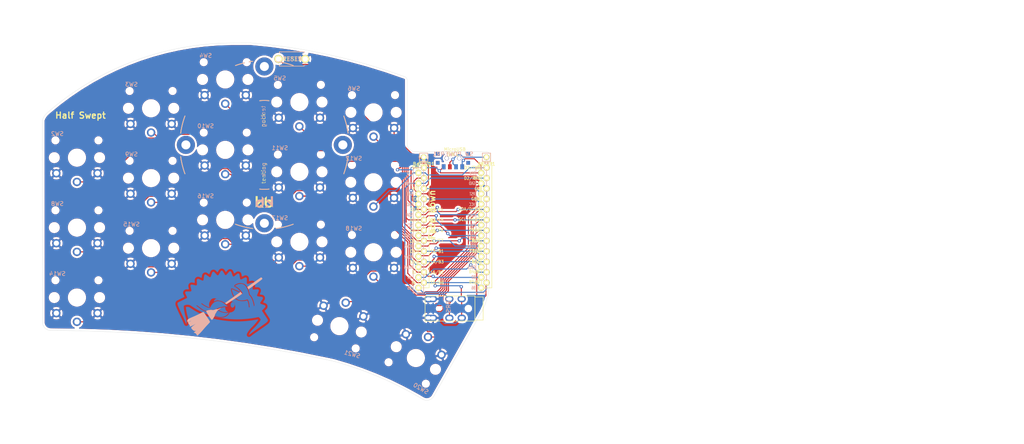
<source format=kicad_pcb>
(kicad_pcb (version 20171130) (host pcbnew 5.1.10)
  (layers (0 F.Cu signal) (31 B.Cu signal) (34 B.Paste user) (35 F.Paste user) (36 B.SilkS user) (37 F.SilkS user) (38 B.Mask user) (39 F.Mask user) (44 Edge.Cuts user))
  (net 0 "")
  (net 1 gnd)
  (net 2 vcc)
  (net 3 Switch18)
  (net 4 reset)
  (net 5 Switch1)
  (net 6 Switch2)
  (net 7 Switch3)
  (net 8 Switch4)
  (net 9 Switch5)
  (net 10 Switch6)
  (net 11 Switch7)
  (net 12 Switch8)
  (net 13 Switch9)
  (net 14 Switch10)
  (net 15 Switch11)
  (net 16 Switch12)
  (net 17 Switch13)
  (net 18 Switch14)
  (net 19 Switch15)
  (net 20 Switch16)
  (net 21 Switch17)
  (net 22 raw)
  (net 23 BT+_r)
  (net 24 "Net-(SW_POWERR1-Pad1)")
  (module Kailh:ferris_broom (layer B.Cu) (at 58.928 76.962 170)
    (fp_text reference G*** hide)
    (fp_text value LOGO hide)
    (fp_poly (pts (xy -2.070755 5.735079) (xy -2.013767 5.733193) (xy -1.962647 5.729706) (xy -1.947334 5.728157) (xy -1.91579 5.72403) (xy -1.878997 5.7183) (xy -1.841135 5.711737) (xy -1.806387 5.705109) (xy -1.778935 5.699187) (xy -1.762962 5.694739) (xy -1.761197 5.693913) (xy -1.749383 5.689933) (xy -1.733913 5.686542) (xy -1.69976 5.678685) (xy -1.654944 5.666018) (xy -1.604482 5.650132) (xy -1.553391 5.632615) (xy -1.506685 5.615056) (xy -1.500717 5.612659) (xy -1.452864 5.593201) (xy -1.41605 5.578176) (xy -1.397757 5.569244) (xy -1.388734 5.561978) (xy -1.388534 5.561206) (xy -1.381213 5.555741) (xy -1.363354 5.550046) (xy -1.361017 5.54952) (xy -1.334178 5.540519) (xy -1.312334 5.52897) (xy -1.296618 5.519291) (xy -1.269751 5.503909) (xy -1.235579 5.484988) (xy -1.20015 5.465865) (xy -1.165151 5.446711) (xy -1.136388 5.43002) (xy -1.116756 5.41754) (xy -1.109147 5.411019) (xy -1.109134 5.410901) (xy -1.10226 5.403266) (xy -1.08585 5.394053) (xy -1.067279 5.384314) (xy -1.042639 5.369673) (xy -1.017625 5.353721) (xy -0.997933 5.340048) (xy -0.9906 5.334) (xy -0.981678 5.327142) (xy -0.963529 5.314319) (xy -0.950384 5.305308) (xy -0.929902 5.290103) (xy -0.916869 5.277912) (xy -0.9144 5.273582) (xy -0.907692 5.266773) (xy -0.903817 5.26626) (xy -0.891672 5.261021) (xy -0.87273 5.247713) (xy -0.861947 5.238743) (xy -0.83469 5.215391) (xy -0.805662 5.191395) (xy -0.798736 5.185833) (xy -0.783298 5.173272) (xy -0.766052 5.158572) (xy -0.744798 5.139762) (xy -0.717335 5.114874) (xy -0.681463 5.08194) (xy -0.645536 5.048757) (xy -0.620612 5.023913) (xy -0.5975 4.997804) (xy -0.57919 4.974145) (xy -0.568671 4.956653) (xy -0.567267 4.951469) (xy -0.574481 4.944193) (xy -0.592494 4.934555) (xy -0.615857 4.924975) (xy -0.639126 4.917873) (xy -0.646085 4.916446) (xy -0.66792 4.910824) (xy -0.688468 4.903524) (xy -0.709079 4.896441) (xy -0.723126 4.893733) (xy -0.736557 4.891119) (xy -0.760155 4.884352) (xy -0.781842 4.877256) (xy -0.807062 4.869305) (xy -0.824412 4.865225) (xy -0.829734 4.865593) (xy -0.834929 4.865546) (xy -0.840317 4.861881) (xy -0.855473 4.854392) (xy -0.878215 4.847573) (xy -0.880534 4.847062) (xy -0.905832 4.839411) (xy -0.926267 4.82956) (xy -0.926868 4.829151) (xy -0.94749 4.819766) (xy -0.96086 4.817533) (xy -0.979529 4.813619) (xy -1.003289 4.803975) (xy -1.007659 4.801729) (xy -1.035188 4.789332) (xy -1.062581 4.780376) (xy -1.064684 4.779889) (xy -1.083341 4.77372) (xy -1.092105 4.76673) (xy -1.0922 4.76606) (xy -1.099409 4.760066) (xy -1.112072 4.758267) (xy -1.132942 4.75281) (xy -1.151467 4.741333) (xy -1.169281 4.729143) (xy -1.183206 4.7244) (xy -1.199285 4.720663) (xy -1.217894 4.712669) (xy -1.23352 4.704764) (xy -1.26091 4.691156) (xy -1.296604 4.673555) (xy -1.337143 4.653672) (xy -1.350434 4.647174) (xy -1.389858 4.627766) (xy -1.423633 4.610852) (xy -1.448933 4.59787) (xy -1.462935 4.590257) (xy -1.464734 4.589042) (xy -1.474577 4.582584) (xy -1.492773 4.5728) (xy -1.494367 4.572) (xy -1.512926 4.562153) (xy -1.523685 4.555359) (xy -1.524 4.555067) (xy -1.533841 4.548685) (xy -1.552032 4.538937) (xy -1.553634 4.538133) (xy -1.572192 4.528291) (xy -1.582951 4.521505) (xy -1.583267 4.521213) (xy -1.593061 4.514343) (xy -1.615209 4.501387) (xy -1.646767 4.483895) (xy -1.66297 4.472895) (xy -1.669742 4.466167) (xy -1.681018 4.458082) (xy -1.68361 4.4577) (xy -1.694208 4.453086) (xy -1.71368 4.441126) (xy -1.732602 4.428096) (xy -1.755478 4.412672) (xy -1.77295 4.40277) (xy -1.780117 4.40058) (xy -1.786238 4.396375) (xy -1.786467 4.3942) (xy -1.79291 4.385979) (xy -1.794934 4.385733) (xy -1.807142 4.380633) (xy -1.820334 4.370917) (xy -1.840889 4.352931) (xy -1.8542 4.341283) (xy -1.869873 4.33012) (xy -1.8796 4.326467) (xy -1.887821 4.320024) (xy -1.888067 4.318) (xy -1.894943 4.310532) (xy -1.901033 4.309533) (xy -1.91516 4.302683) (xy -1.918872 4.296833) (xy -1.929139 4.285588) (xy -1.934834 4.284133) (xy -1.946994 4.280058) (xy -1.948745 4.277783) (xy -1.956307 4.269799) (xy -1.973742 4.254458) (xy -1.997562 4.234807) (xy -2.002367 4.23096) (xy -2.05897 4.185366) (xy -2.107345 4.145084) (xy -2.152571 4.105695) (xy -2.199724 4.062784) (xy -2.25082 4.014837) (xy -2.282144 3.986602) (xy -2.31506 3.959258) (xy -2.343577 3.937729) (xy -2.3495 3.933712) (xy -2.382716 3.908023) (xy -2.422294 3.871176) (xy -2.465482 3.826283) (xy -2.509527 3.776456) (xy -2.551678 3.724809) (xy -2.589183 3.674454) (xy -2.619144 3.628746) (xy -2.632928 3.60764) (xy -2.652372 3.580174) (xy -2.668043 3.559171) (xy -2.690166 3.527118) (xy -2.712998 3.489087) (xy -2.727361 3.461805) (xy -2.741979 3.433921) (xy -2.755504 3.412175) (xy -2.765069 3.401168) (xy -2.765246 3.401062) (xy -2.776185 3.389869) (xy -2.772838 3.38069) (xy -2.761979 3.3782) (xy -2.745394 3.38026) (xy -2.719645 3.385523) (xy -2.703126 3.389552) (xy -2.659361 3.400905) (xy -2.296252 3.040302) (xy -2.179516 2.924591) (xy -2.064878 2.811389) (xy -1.953713 2.702039) (xy -1.847395 2.597883) (xy -1.747298 2.500265) (xy -1.654795 2.410526) (xy -1.57126 2.33001) (xy -1.498069 2.260059) (xy -1.490134 2.252522) (xy -1.435936 2.201049) (xy -1.392906 2.159989) (xy -1.359926 2.1281) (xy -1.335881 2.104141) (xy -1.319654 2.086869) (xy -1.310128 2.075042) (xy -1.306187 2.067418) (xy -1.306715 2.062755) (xy -1.310595 2.05981) (xy -1.31522 2.057912) (xy -1.335836 2.04737) (xy -1.347003 2.039052) (xy -1.360058 2.029955) (xy -1.383666 2.016257) (xy -1.413109 2.000674) (xy -1.418167 1.998126) (xy -1.449636 1.981792) (xy -1.47753 1.966258) (xy -1.496319 1.954618) (xy -1.497626 1.953683) (xy -1.517702 1.942744) (xy -1.533609 1.938867) (xy -1.546724 1.934474) (xy -1.5494 1.928989) (xy -1.552509 1.92298) (xy -1.554445 1.924155) (xy -1.564266 1.92363) (xy -1.582504 1.916106) (xy -1.588569 1.912866) (xy -1.609834 1.902294) (xy -1.625786 1.896729) (xy -1.627975 1.896481) (xy -1.642532 1.89276) (xy -1.660765 1.884708) (xy -1.69831 1.868494) (xy -1.74143 1.854734) (xy -1.766179 1.849081) (xy -1.786701 1.844) (xy -1.798574 1.839186) (xy -1.814186 1.832973) (xy -1.824567 1.830496) (xy -1.846536 1.826373) (xy -1.858182 1.823299) (xy -1.865883 1.819529) (xy -1.8669 1.818913) (xy -1.880912 1.813315) (xy -1.90606 1.80559) (xy -1.936925 1.797166) (xy -1.96809 1.789471) (xy -1.994134 1.783934) (xy -2.0066 1.782091) (xy -2.028804 1.778781) (xy -2.056421 1.772863) (xy -2.061634 1.771551) (xy -2.086245 1.765782) (xy -2.10518 1.762402) (xy -2.1082 1.762121) (xy -2.124082 1.760743) (xy -2.148861 1.758045) (xy -2.159 1.756841) (xy -2.305927 1.744119) (xy -2.460366 1.740238) (xy -2.616413 1.745054) (xy -2.768162 1.758421) (xy -2.878667 1.774503) (xy -2.906407 1.779029) (xy -2.931223 1.782618) (xy -2.955197 1.786837) (xy -2.983266 1.793214) (xy -2.986257 1.793986) (xy -3.042283 1.808501) (xy -3.082076 1.818429) (xy -3.105611 1.823765) (xy -3.1115 1.82473) (xy -3.127667 1.82777) (xy -3.151485 1.833749) (xy -3.174475 1.840449) (xy -3.183467 1.843551) (xy -3.198545 1.847117) (xy -3.202785 1.846988) (xy -3.21378 1.849392) (xy -3.234258 1.85712) (xy -3.246771 1.862577) (xy -3.270943 1.872644) (xy -3.289611 1.878752) (xy -3.294782 1.8796) (xy -3.308606 1.882445) (xy -3.333658 1.889919) (xy -3.365418 1.900426) (xy -3.399364 1.912375) (xy -3.430976 1.924171) (xy -3.455733 1.934221) (xy -3.469115 1.94093) (xy -3.469422 1.941163) (xy -3.481387 1.946064) (xy -3.485257 1.944699) (xy -3.494781 1.945644) (xy -3.514807 1.953018) (xy -3.540037 1.964756) (xy -3.566417 1.977743) (xy -3.586726 1.987136) (xy -3.596168 1.990774) (xy -3.608624 1.995179) (xy -3.633452 2.005979) (xy -3.667953 2.021854) (xy -3.709424 2.041482) (xy -3.755166 2.063543) (xy -3.802478 2.086715) (xy -3.848659 2.109679) (xy -3.891009 2.131112) (xy -3.926827 2.149694) (xy -3.953413 2.164103) (xy -3.966429 2.171879) (xy -3.98478 2.183619) (xy -4.013092 2.201131) (xy -4.046745 2.221575) (xy -4.066578 2.233469) (xy -4.141123 2.277946) (xy -4.166062 2.263214) (xy -4.182833 2.25204) (xy -4.190878 2.244189) (xy -4.191 2.243637) (xy -4.196453 2.235762) (xy -4.211055 2.218735) (xy -4.232176 2.195567) (xy -4.243917 2.183086) (xy -4.282792 2.141536) (xy -4.311807 2.108922) (xy -4.333329 2.08247) (xy -4.349727 2.059403) (xy -4.350795 2.057765) (xy -4.365502 2.03706) (xy -4.377267 2.022726) (xy -4.388135 2.008492) (xy -4.403941 1.984977) (xy -4.419601 1.959976) (xy -4.436055 1.933584) (xy -4.450101 1.912459) (xy -4.458294 1.901656) (xy -4.465894 1.890317) (xy -4.478754 1.867674) (xy -4.494699 1.837636) (xy -4.503518 1.820333) (xy -4.521058 1.785565) (xy -4.537267 1.753678) (xy -4.549583 1.7297) (xy -4.553101 1.722967) (xy -4.56451 1.701134) (xy -4.573819 1.682438) (xy -4.583879 1.660939) (xy -4.59754 1.630694) (xy -4.599823 1.6256) (xy -4.615489 1.590924) (xy -4.633411 1.55167) (xy -4.644207 1.528233) (xy -4.655959 1.502202) (xy -4.663982 1.48317) (xy -4.666521 1.475356) (xy -4.669029 1.467185) (xy -4.676768 1.447947) (xy -4.686716 1.424881) (xy -4.698389 1.397194) (xy -4.706961 1.374454) (xy -4.710155 1.363458) (xy -4.716227 1.344645) (xy -4.718775 1.339882) (xy -4.726507 1.322361) (xy -4.728771 1.314482) (xy -4.733021 1.299758) (xy -4.741585 1.272692) (xy -4.753239 1.236938) (xy -4.766757 1.196147) (xy -4.780914 1.153976) (xy -4.794486 1.114076) (xy -4.806248 1.080102) (xy -4.814974 1.055707) (xy -4.818906 1.045633) (xy -4.825384 1.028109) (xy -4.833854 1.00132) (xy -4.83939 0.982133) (xy -4.848012 0.951076) (xy -4.853486 0.931763) (xy -4.857161 0.919616) (xy -4.860389 0.910054) (xy -4.861855 0.905933) (xy -4.868436 0.885379) (xy -4.876284 0.858025) (xy -4.883583 0.830562) (xy -4.888513 0.809679) (xy -4.88946 0.804333) (xy -4.892803 0.788878) (xy -4.899338 0.764723) (xy -4.902643 0.753533) (xy -4.909664 0.729081) (xy -4.914085 0.711191) (xy -4.914775 0.706967) (xy -4.91934 0.691914) (xy -4.920362 0.690033) (xy -4.92499 0.67698) (xy -4.930473 0.655055) (xy -4.935276 0.631437) (xy -4.937859 0.613305) (xy -4.937828 0.608491) (xy -4.942569 0.599489) (xy -4.953337 0.588129) (xy -4.966151 0.569374) (xy -4.969934 0.553568) (xy -4.972994 0.534634) (xy -4.980814 0.507721) (xy -4.986867 0.491066) (xy -4.996249 0.466605) (xy -5.002398 0.449303) (xy -5.003801 0.444186) (xy -4.995894 0.442635) (xy -4.974416 0.441374) (xy -4.942725 0.44054) (xy -4.907471 0.440267) (xy -4.858575 0.441078) (xy -4.825375 0.443592) (xy -4.806709 0.447925) (xy -4.80243 0.45085) (xy -4.796046 0.465159) (xy -4.789915 0.489191) (xy -4.787716 0.501754) (xy -4.782751 0.526331) (xy -4.776939 0.543089) (xy -4.774224 0.546704) (xy -4.767907 0.558099) (xy -4.766734 0.56747) (xy -4.764223 0.585366) (xy -4.757934 0.610759) (xy -4.755175 0.619887) (xy -4.746726 0.64924) (xy -4.73758 0.685216) (xy -4.732587 0.706967) (xy -4.725807 0.735286) (xy -4.719432 0.757098) (xy -4.715622 0.766233) (xy -4.710566 0.778721) (xy -4.703841 0.801902) (xy -4.699102 0.821267) (xy -4.691063 0.852638) (xy -4.682224 0.881313) (xy -4.677762 0.893233) (xy -4.670016 0.913835) (xy -4.65964 0.944425) (xy -4.648752 0.978736) (xy -4.647716 0.982133) (xy -4.635131 1.02196) (xy -4.620636 1.065324) (xy -4.60563 1.108299) (xy -4.591515 1.146961) (xy -4.57969 1.177386) (xy -4.571557 1.195648) (xy -4.571474 1.195802) (xy -4.564695 1.213623) (xy -4.563534 1.221459) (xy -4.560378 1.233487) (xy -4.551874 1.257388) (xy -4.539464 1.289521) (xy -4.524594 1.326249) (xy -4.508708 1.363931) (xy -4.493249 1.398928) (xy -4.492197 1.401233) (xy -4.482454 1.422676) (xy -4.469047 1.45235) (xy -4.457757 1.477433) (xy -4.443475 1.508535) (xy -4.429785 1.537226) (xy -4.421541 1.553633) (xy -4.410349 1.575105) (xy -4.402 1.591531) (xy -4.401901 1.591733) (xy -4.374228 1.647385) (xy -4.350719 1.693428) (xy -4.332188 1.728318) (xy -4.319447 1.750514) (xy -4.314361 1.757723) (xy -4.305518 1.76946) (xy -4.29126 1.790995) (xy -4.275667 1.816043) (xy -4.258319 1.843548) (xy -4.242421 1.866792) (xy -4.232387 1.8796) (xy -4.218581 1.897092) (xy -4.203775 1.919536) (xy -4.203045 1.920764) (xy -4.191271 1.938205) (xy -4.182417 1.947057) (xy -4.181399 1.947333) (xy -4.173653 1.953863) (xy -4.16148 1.970196) (xy -4.157068 1.977074) (xy -4.144845 1.995788) (xy -4.133378 2.008295) (xy -4.120158 2.014366) (xy -4.102676 2.013769) (xy -4.078424 2.006275) (xy -4.044891 1.991654) (xy -3.999569 1.969676) (xy -3.98215 1.961044) (xy -3.920601 1.930654) (xy -3.866749 1.904492) (xy -3.814863 1.879834) (xy -3.759208 1.853957) (xy -3.69405 1.824138) (xy -3.690595 1.822566) (xy -3.667203 1.812833) (xy -3.634343 1.800351) (xy -3.595568 1.786334) (xy -3.554424 1.771994) (xy -3.514464 1.758544) (xy -3.479234 1.747199) (xy -3.452286 1.739171) (xy -3.437169 1.735673) (xy -3.436214 1.735614) (xy -3.421173 1.731869) (xy -3.400437 1.722871) (xy -3.399381 1.722326) (xy -3.372649 1.711464) (xy -3.331096 1.698701) (xy -3.276661 1.684554) (xy -3.211282 1.669542) (xy -3.167996 1.660415) (xy -3.141615 1.654541) (xy -3.122273 1.649356) (xy -3.116167 1.647034) (xy -3.103222 1.643128) (xy -3.076296 1.637864) (xy -3.038248 1.631654) (xy -2.991935 1.624909) (xy -2.940217 1.618041) (xy -2.885953 1.611462) (xy -2.832001 1.605582) (xy -2.8194 1.604319) (xy -2.761684 1.599843) (xy -2.691766 1.596355) (xy -2.612836 1.593855) (xy -2.528081 1.592342) (xy -2.440689 1.591815) (xy -2.353849 1.592273) (xy -2.270747 1.593714) (xy -2.194573 1.596138) (xy -2.128513 1.599544) (xy -2.075757 1.603929) (xy -2.070049 1.604571) (xy -1.991895 1.614353) (xy -1.92762 1.623948) (xy -1.874184 1.633871) (xy -1.828547 1.644635) (xy -1.820334 1.646866) (xy -1.790994 1.654912) (xy -1.754472 1.664791) (xy -1.7272 1.672091) (xy -1.69622 1.680641) (xy -1.669898 1.68844) (xy -1.655234 1.693336) (xy -1.636713 1.699579) (xy -1.610391 1.707391) (xy -1.6002 1.710203) (xy -1.566846 1.720761) (xy -1.532795 1.733816) (xy -1.526582 1.736536) (xy -1.502363 1.746301) (xy -1.483152 1.751999) (xy -1.478398 1.7526) (xy -1.464053 1.757175) (xy -1.460903 1.760415) (xy -1.449873 1.767649) (xy -1.43077 1.773788) (xy -1.413037 1.77993) (xy -1.405471 1.787011) (xy -1.405467 1.787139) (xy -1.398422 1.79362) (xy -1.389676 1.794933) (xy -1.371408 1.799783) (xy -1.353692 1.80975) (xy -1.336277 1.820751) (xy -1.309127 1.835985) (xy -1.277778 1.852359) (xy -1.274234 1.854136) (xy -1.245659 1.86879) (xy -1.223428 1.880938) (xy -1.21155 1.888367) (xy -1.210734 1.889138) (xy -1.201253 1.896357) (xy -1.18268 1.90782) (xy -1.175471 1.911936) (xy -1.144442 1.929301) (xy -1.112596 1.902334) (xy -1.088531 1.880917) (xy -1.060275 1.854312) (xy -1.042025 1.836363) (xy -1.025702 1.820447) (xy -0.998926 1.794961) (xy -0.963711 1.761794) (xy -0.922072 1.722834) (xy -0.876021 1.679972) (xy -0.827573 1.635096) (xy -0.821267 1.62927) (xy -0.758406 1.571118) (xy -0.693392 1.510779) (xy -0.628105 1.450013) (xy -0.564426 1.39058) (xy -0.504238 1.334242) (xy -0.44942 1.282756) (xy -0.401854 1.237885) (xy -0.36342 1.201388) (xy -0.341395 1.180254) (xy -0.305485 1.145541) (xy -0.420701 1.139759) (xy -0.463656 1.137225) (xy -0.500768 1.134325) (xy -0.528627 1.131378) (xy -0.543824 1.128703) (xy -0.545242 1.128116) (xy -0.561252 1.124209) (xy -0.569084 1.124643) (xy -0.583235 1.124223) (xy -0.608998 1.121125) (xy -0.642426 1.116058) (xy -0.679575 1.109732) (xy -0.716499 1.102856) (xy -0.74925 1.096139) (xy -0.773883 1.09029) (xy -0.786453 1.086019) (xy -0.787151 1.085444) (xy -0.797928 1.08073) (xy -0.817879 1.077463) (xy -0.819 1.077371) (xy -0.836751 1.074004) (xy -0.866821 1.066208) (xy -0.905506 1.055025) (xy -0.949098 1.041497) (xy -0.965303 1.036245) (xy -1.012778 1.020346) (xy -1.046641 1.007985) (xy -1.069526 0.997914) (xy -1.084063 0.988883) (xy -1.092884 0.979642) (xy -1.096214 0.974091) (xy -1.10685 0.957332) (xy -1.125236 0.931971) (xy -1.148181 0.902334) (xy -1.159584 0.888217) (xy -1.192382 0.843994) (xy -1.225498 0.792074) (xy -1.255957 0.737724) (xy -1.280781 0.686208) (xy -1.29551 0.6477) (xy -1.306217 0.618567) (xy -1.320309 0.586012) (xy -1.325393 0.575471) (xy -1.337269 0.549663) (xy -1.345601 0.52771) (xy -1.34752 0.520437) (xy -1.354654 0.50122) (xy -1.359971 0.493624) (xy -1.366894 0.482099) (xy -1.378513 0.458431) (xy -1.393159 0.426168) (xy -1.407835 0.392024) (xy -1.473801 0.219116) (xy -1.524288 0.052216) (xy -1.559283 -0.108567) (xy -1.578773 -0.263125) (xy -1.582746 -0.411347) (xy -1.571188 -0.553125) (xy -1.544087 -0.68835) (xy -1.536763 -0.714729) (xy -1.522625 -0.76045) (xy -1.508301 -0.801795) (xy -1.49491 -0.835961) (xy -1.483571 -0.860144) (xy -1.475403 -0.871543) (xy -1.47396 -0.872067) (xy -1.468704 -0.879132) (xy -1.467179 -0.887449) (xy -1.462511 -0.902042) (xy -1.451301 -0.926091) (xy -1.435883 -0.954633) (xy -1.434341 -0.957299) (xy -1.357519 -1.072624) (xy -1.265833 -1.18015) (xy -1.159586 -1.279612) (xy -1.039079 -1.370748) (xy -0.904613 -1.453292) (xy -0.814617 -1.499918) (xy -0.773639 -1.518889) (xy -0.72857 -1.538253) (xy -0.682266 -1.556952) (xy -0.637585 -1.573932) (xy -0.597387 -1.588137) (xy -0.564528 -1.598512) (xy -0.541866 -1.604) (xy -0.532748 -1.60403) (xy -0.525402 -1.604743) (xy -0.524934 -1.607162) (xy -0.517545 -1.613712) (xy -0.499407 -1.620868) (xy -0.476559 -1.62704) (xy -0.455041 -1.630639) (xy -0.440893 -1.630074) (xy -0.439833 -1.629565) (xy -0.432348 -1.63066) (xy -0.4318 -1.633567) (xy -0.424558 -1.640306) (xy -0.410634 -1.642534) (xy -0.389467 -1.642534) (xy -0.389467 -1.748482) (xy -0.388853 -1.790316) (xy -0.38718 -1.826869) (xy -0.384698 -1.854316) (xy -0.381661 -1.868834) (xy -0.381511 -1.869132) (xy -0.373766 -1.884174) (xy -0.361457 -1.908828) (xy -0.348776 -1.934634) (xy -0.313665 -2.00279) (xy -0.273086 -2.075146) (xy -0.228941 -2.148772) (xy -0.183132 -2.220739) (xy -0.137562 -2.288116) (xy -0.094131 -2.347974) (xy -0.054741 -2.397383) (xy -0.03175 -2.422984) (xy -0.020508 -2.436165) (xy -0.016934 -2.442634) (xy -0.011132 -2.451404) (xy 0.004838 -2.46966) (xy 0.028827 -2.495271) (xy 0.058685 -2.526104) (xy 0.09226 -2.56003) (xy 0.127403 -2.594915) (xy 0.161962 -2.628629) (xy 0.193787 -2.659039) (xy 0.220729 -2.684016) (xy 0.240635 -2.701426) (xy 0.251357 -2.709139) (xy 0.252143 -2.709334) (xy 0.261604 -2.715446) (xy 0.270933 -2.726267) (xy 0.284385 -2.739382) (xy 0.293969 -2.7432) (xy 0.303989 -2.7477) (xy 0.3048 -2.75044) (xy 0.311272 -2.758407) (xy 0.328396 -2.772893) (xy 0.352727 -2.791029) (xy 0.357716 -2.794536) (xy 0.383427 -2.813027) (xy 0.403076 -2.828255) (xy 0.412996 -2.837355) (xy 0.413455 -2.838096) (xy 0.423196 -2.844228) (xy 0.428272 -2.8448) (xy 0.439078 -2.849604) (xy 0.440266 -2.853267) (xy 0.447072 -2.860895) (xy 0.452261 -2.861734) (xy 0.464911 -2.866014) (xy 0.467077 -2.868912) (xy 0.47555 -2.877099) (xy 0.494468 -2.890737) (xy 0.519452 -2.907097) (xy 0.546122 -2.923451) (xy 0.570095 -2.93707) (xy 0.586994 -2.945224) (xy 0.591464 -2.9464) (xy 0.600633 -2.951795) (xy 0.601133 -2.954296) (xy 0.608157 -2.962744) (xy 0.619355 -2.967976) (xy 0.637046 -2.975554) (xy 0.662036 -2.988495) (xy 0.676939 -2.996968) (xy 0.706305 -3.012717) (xy 0.735698 -3.026081) (xy 0.74707 -3.030331) (xy 0.767587 -3.038442) (xy 0.779589 -3.045721) (xy 0.780503 -3.046987) (xy 0.789178 -3.052009) (xy 0.811367 -3.061336) (xy 0.844468 -3.074065) (xy 0.885882 -3.089294) (xy 0.933008 -3.106119) (xy 0.983246 -3.12364) (xy 1.033995 -3.140952) (xy 1.082657 -3.157154) (xy 1.12663 -3.171344) (xy 1.163315 -3.182618) (xy 1.190111 -3.190075) (xy 1.198033 -3.191901) (xy 1.229229 -3.19867) (xy 1.256604 -3.205355) (xy 1.269999 -3.209185) (xy 1.28907 -3.214091) (xy 1.318413 -3.220158) (xy 1.350433 -3.225859) (xy 1.408824 -3.235135) (xy 1.461418 -3.242723) (xy 1.511054 -3.248826) (xy 1.560571 -3.253646) (xy 1.612806 -3.257387) (xy 1.6706 -3.260253) (xy 1.73679 -3.262445) (xy 1.814216 -3.264168) (xy 1.905716 -3.265623) (xy 1.90643 -3.265633) (xy 2.030388 -3.266781) (xy 2.140474 -3.266389) (xy 2.2397 -3.264223) (xy 2.331077 -3.260051) (xy 2.417617 -3.25364) (xy 2.50233 -3.244757) (xy 2.588228 -3.233168) (xy 2.678323 -3.218641) (xy 2.775625 -3.200942) (xy 2.798233 -3.196612) (xy 2.856562 -3.185156) (xy 2.90134 -3.175862) (xy 2.935709 -3.168038) (xy 2.962807 -3.160992) (xy 2.971744 -3.158408) (xy 2.998319 -3.151599) (xy 3.015691 -3.152138) (xy 3.027605 -3.162505) (xy 3.037809 -3.185179) (xy 3.045055 -3.206931) (xy 3.053774 -3.235226) (xy 3.059625 -3.256257) (xy 3.061439 -3.265787) (xy 3.061374 -3.265926) (xy 3.052766 -3.266895) (xy 3.029432 -3.26861) (xy 2.993554 -3.270936) (xy 2.947318 -3.273737) (xy 2.892906 -3.276877) (xy 2.832501 -3.28022) (xy 2.827251 -3.280505) (xy 2.762658 -3.284095) (xy 2.700432 -3.287736) (xy 2.643534 -3.291242) (xy 2.594924 -3.294424) (xy 2.557561 -3.297097) (xy 2.535766 -3.298934) (xy 2.495883 -3.302294) (xy 2.44946 -3.30534) (xy 2.408766 -3.30732) (xy 2.376175 -3.308145) (xy 2.329871 -3.308787) (xy 2.272824 -3.30925) (xy 2.208005 -3.309538) (xy 2.138384 -3.309654) (xy 2.066933 -3.3096) (xy 1.996623 -3.309381) (xy 1.930423 -3.309) (xy 1.871306 -3.30846) (xy 1.822241 -3.307764) (xy 1.7862 -3.306916) (xy 1.777999 -3.306617) (xy 1.754905 -3.305833) (xy 1.71691 -3.304758) (xy 1.666045 -3.303441) (xy 1.604339 -3.30193) (xy 1.533822 -3.300274) (xy 1.456524 -3.298522) (xy 1.374475 -3.296722) (xy 1.295399 -3.295042) (xy 1.001519 -3.287945) (xy 0.722297 -3.279161) (xy 0.455526 -3.268519) (xy 0.199 -3.255844) (xy -0.04949 -3.240964) (xy -0.29215 -3.223706) (xy -0.531187 -3.203896) (xy -0.768808 -3.181363) (xy -1.007221 -3.155933) (xy -1.248632 -3.127432) (xy -1.495249 -3.095689) (xy -1.74928 -3.06053) (xy -1.811867 -3.051525) (xy -2.208085 -2.990355) (xy -2.608847 -2.921136) (xy -3.012582 -2.844292) (xy -3.417717 -2.760252) (xy -3.822682 -2.669439) (xy -4.225904 -2.572282) (xy -4.625812 -2.469205) (xy -5.020834 -2.360634) (xy -5.409398 -2.246997) (xy -5.789932 -2.128719) (xy -6.160866 -2.006226) (xy -6.520627 -1.879944) (xy -6.867643 -1.7503) (xy -7.200342 -1.617719) (xy -7.382337 -1.54127) (xy -7.504507 -1.488932) (xy -7.53897 -1.503934) (xy -7.647014 -1.557772) (xy -7.758215 -1.626224) (xy -7.870468 -1.707811) (xy -7.981664 -1.801055) (xy -8.042167 -1.857308) (xy -8.081687 -1.896583) (xy -8.109862 -1.928055) (xy -8.128475 -1.954615) (xy -8.139311 -1.979151) (xy -8.144153 -2.004554) (xy -8.144934 -2.023718) (xy -8.141031 -2.075149) (xy -8.129157 -2.135964) (xy -8.109061 -2.206842) (xy -8.080493 -2.288462) (xy -8.043201 -2.381503) (xy -7.996937 -2.486643) (xy -7.941449 -2.604561) (xy -7.898316 -2.6924) (xy -7.823081 -2.839647) (xy -7.740389 -2.994671) (xy -7.651577 -3.155278) (xy -7.557981 -3.319274) (xy -7.460938 -3.484463) (xy -7.361784 -3.648651) (xy -7.261857 -3.809643) (xy -7.162493 -3.965244) (xy -7.065028 -4.11326) (xy -6.9708 -4.251496) (xy -6.881145 -4.377757) (xy -6.828313 -4.449234) (xy -6.704379 -4.619897) (xy -6.58618 -4.794474) (xy -6.47474 -4.971103) (xy -6.371083 -5.147925) (xy -6.276233 -5.32308) (xy -6.191216 -5.494707) (xy -6.117055 -5.660945) (xy -6.054775 -5.819936) (xy -6.02397 -5.909733) (xy -6.005617 -5.970327) (xy -5.991295 -6.025477) (xy -5.98131 -6.073271) (xy -5.975967 -6.111796) (xy -5.975572 -6.139139) (xy -5.98043 -6.153387) (xy -5.984805 -6.155009) (xy -5.995667 -6.151072) (xy -6.007101 -6.145199) (xy -6.033907 -6.126357) (xy -6.071113 -6.094226) (xy -6.118677 -6.048848) (xy -6.176559 -5.990265) (xy -6.244718 -5.91852) (xy -6.323113 -5.833655) (xy -6.411703 -5.735712) (xy -6.510448 -5.624734) (xy -6.542842 -5.588) (xy -6.598388 -5.526413) (xy -6.663871 -5.456393) (xy -6.736569 -5.380754) (xy -6.813759 -5.30231) (xy -6.892721 -5.223873) (xy -6.935554 -5.182108) (xy -7.023286 -5.096994) (xy -7.118664 -5.004157) (xy -7.220607 -4.904664) (xy -7.328034 -4.799584) (xy -7.439863 -4.689983) (xy -7.555015 -4.57693) (xy -7.672407 -4.461493) (xy -7.79096 -4.34474) (xy -7.909591 -4.227739) (xy -8.027221 -4.111556) (xy -8.142768 -3.997261) (xy -8.255151 -3.885922) (xy -8.36329 -3.778605) (xy -8.466103 -3.676379) (xy -8.562509 -3.580312) (xy -8.651428 -3.491472) (xy -8.731778 -3.410926) (xy -8.802478 -3.339743) (xy -8.862449 -3.27899) (xy -8.877975 -3.263174) (xy -8.999074 -3.139426) (xy -9.108801 -3.026855) (xy -9.207809 -2.924719) (xy -9.296752 -2.832274) (xy -9.376285 -2.748778) (xy -9.447061 -2.673488) (xy -9.509735 -2.605661) (xy -9.564961 -2.544555) (xy -9.613393 -2.489426) (xy -9.655684 -2.439531) (xy -9.69249 -2.394129) (xy -9.724464 -2.352475) (xy -9.75226 -2.313828) (xy -9.776533 -2.277444) (xy -9.797936 -2.24258) (xy -9.817124 -2.208494) (xy -9.832228 -2.179483) (xy -9.869379 -2.093136) (xy -9.892885 -2.009656) (xy -9.90265 -1.930443) (xy -9.898581 -1.856903) (xy -9.880581 -1.790437) (xy -9.861201 -1.751419) (xy -9.853029 -1.740922) (xy -9.834833 -1.719935) (xy -9.806501 -1.688339) (xy -9.767924 -1.646017) (xy -9.718991 -1.592849) (xy -9.659592 -1.528717) (xy -9.589615 -1.453504) (xy -9.50895 -1.367091) (xy -9.417487 -1.269359) (xy -9.315115 -1.160191) (xy -9.201724 -1.039468) (xy -9.077202 -0.907071) (xy -8.941441 -0.762884) (xy -8.794328 -0.606787) (xy -8.635754 -0.438661) (xy -8.4709 -0.263997) (xy -8.392445 -0.180857) (xy -8.324845 -0.109104) (xy -8.267301 -0.047841) (xy -8.219011 0.003826) (xy -8.179175 0.046794) (xy -8.146993 0.081959) (xy -8.121663 0.110216) (xy -8.102386 0.132462) (xy -8.088361 0.149592) (xy -8.078786 0.162503) (xy -8.072862 0.172089) (xy -8.069788 0.179248) (xy -8.068764 0.184875) (xy -8.068734 0.18605) (xy -8.073433 0.195317) (xy -8.086997 0.217295) (xy -8.108628 0.250791) (xy -8.137528 0.294613) (xy -8.172897 0.347567) (xy -8.213937 0.408461) (xy -8.25985 0.4761) (xy -8.309837 0.549292) (xy -8.363099 0.626844) (xy -8.385824 0.659805) (xy -8.458165 0.764969) (xy -8.522122 0.858675) (xy -8.57748 0.940601) (xy -8.624026 1.010423) (xy -8.661547 1.067817) (xy -8.689828 1.112459) (xy -8.708656 1.144026) (xy -8.717816 1.162195) (xy -8.718058 1.162863) (xy -8.729786 1.21456) (xy -8.733484 1.273968) (xy -8.729298 1.334052) (xy -8.717373 1.387779) (xy -8.713193 1.399409) (xy -8.686223 1.449877) (xy -8.647879 1.498002) (xy -8.602653 1.539014) (xy -8.555038 1.568142) (xy -8.553722 1.568737) (xy -8.53999 1.573969) (xy -8.520486 1.579766) (xy -8.494039 1.586353) (xy -8.459477 1.593959) (xy -8.415626 1.602809) (xy -8.361316 1.613131) (xy -8.295375 1.62515) (xy -8.216629 1.639094) (xy -8.123907 1.65519) (xy -8.016038 1.673663) (xy -7.9756 1.680543) (xy -7.883117 1.696335) (xy -7.795612 1.711425) (xy -7.714508 1.72556) (xy -7.641228 1.738484) (xy -7.577193 1.749942) (xy -7.523828 1.759679) (xy -7.482554 1.76744) (xy -7.454794 1.772969) (xy -7.44197 1.776013) (xy -7.441274 1.776345) (xy -7.435728 1.785552) (xy -7.423863 1.807026) (xy -7.407168 1.838012) (xy -7.387137 1.875754) (xy -7.376128 1.896694) (xy -7.316143 2.011156) (xy -7.536499 2.514761) (xy -7.575079 2.603255) (xy -7.611912 2.688361) (xy -7.646382 2.768614) (xy -7.677872 2.842551) (xy -7.705765 2.908708) (xy -7.729445 2.965618) (xy -7.748295 3.011819) (xy -7.761699 3.045845) (xy -7.769041 3.066232) (xy -7.769889 3.069152) (xy -7.779328 3.138016) (xy -7.773365 3.20586) (xy -7.753418 3.270448) (xy -7.720908 3.32954) (xy -7.677252 3.380899) (xy -7.623872 3.422288) (xy -7.562185 3.451469) (xy -7.520451 3.462437) (xy -7.503442 3.46366) (xy -7.47035 3.464095) (xy -7.422006 3.46376) (xy -7.359241 3.462672) (xy -7.282884 3.460851) (xy -7.193768 3.458314) (xy -7.092723 3.455079) (xy -6.980581 3.451165) (xy -6.943584 3.449813) (xy -6.849854 3.446378) (xy -6.761281 3.443181) (xy -6.679289 3.440271) (xy -6.605302 3.437696) (xy -6.540743 3.435505) (xy -6.487035 3.433745) (xy -6.445602 3.432464) (xy -6.417867 3.431711) (xy -6.405254 3.431533) (xy -6.404627 3.431588) (xy -6.399359 3.438438) (xy -6.385403 3.456254) (xy -6.364575 3.482724) (xy -6.338696 3.515534) (xy -6.322857 3.535584) (xy -6.241962 3.637935) (xy -6.359396 4.157884) (xy -6.385338 4.272724) (xy -6.407801 4.372262) (xy -6.427011 4.457716) (xy -6.443195 4.530307) (xy -6.456582 4.591253) (xy -6.467398 4.641776) (xy -6.475871 4.683094) (xy -6.482227 4.716427) (xy -6.486693 4.742995) (xy -6.489498 4.764018) (xy -6.490868 4.780715) (xy -6.49103 4.794306) (xy -6.490211 4.806011) (xy -6.488639 4.817049) (xy -6.486541 4.82864) (xy -6.485443 4.834598) (xy -6.464751 4.906432) (xy -6.431211 4.96927) (xy -6.386359 5.021701) (xy -6.331729 5.062312) (xy -6.268858 5.089691) (xy -6.199279 5.102427) (xy -6.19383 5.102753) (xy -6.180466 5.103085) (xy -6.165697 5.102545) (xy -6.148201 5.100848) (xy -6.126657 5.097706) (xy -6.099742 5.092835) (xy -6.066136 5.085948) (xy -6.024517 5.076759) (xy -5.973562 5.064982) (xy -5.911951 5.050331) (xy -5.838361 5.03252) (xy -5.751472 5.011262) (xy -5.649961 4.986272) (xy -5.609167 4.976204) (xy -5.084234 4.846591) (xy -4.984751 4.931194) (xy -4.946907 4.963556) (xy -4.920121 4.987307) (xy -4.902484 5.004727) (xy -4.892085 5.018095) (xy -4.887017 5.029692) (xy -4.885368 5.041797) (xy -4.885227 5.050016) (xy -4.885517 5.067072) (xy -4.88636 5.098594) (xy -4.887676 5.142127) (xy -4.889388 5.195216) (xy -4.891418 5.255406) (xy -4.89369 5.32024) (xy -4.894335 5.338233) (xy -4.896579 5.404602) (xy -4.898436 5.467623) (xy -4.899849 5.524704) (xy -4.900765 5.573255) (xy -4.901127 5.610685) (xy -4.90088 5.634404) (xy -4.900725 5.63775) (xy -4.897967 5.683267) (xy -4.821767 5.604324) (xy -4.706123 5.484674) (xy -4.598246 5.373404) (xy -4.494294 5.266568) (xy -4.390426 5.160216) (xy -4.282801 5.0504) (xy -4.2799 5.047446) (xy -4.209234 4.975434) (xy -4.149474 4.914473) (xy -4.099639 4.863555) (xy -4.058748 4.821671) (xy -4.025819 4.787813) (xy -3.999871 4.760973) (xy -3.979924 4.740142) (xy -3.964995 4.724312) (xy -3.955867 4.714417) (xy -3.943396 4.699332) (xy -3.941868 4.688809) (xy -3.950621 4.675081) (xy -3.952324 4.672859) (xy -3.965858 4.652938) (xy -3.981869 4.626276) (xy -3.988491 4.614333) (xy -4.001214 4.591716) (xy -4.011127 4.575966) (xy -4.014361 4.572) (xy -4.019445 4.563576) (xy -4.030899 4.542185) (xy -4.047607 4.510046) (xy -4.068451 4.469382) (xy -4.092316 4.422413) (xy -4.118085 4.371359) (xy -4.144643 4.318443) (xy -4.170872 4.265885) (xy -4.195657 4.215906) (xy -4.217881 4.170726) (xy -4.236428 4.132568) (xy -4.250182 4.103652) (xy -4.254786 4.093633) (xy -4.27113 4.057213) (xy -4.288546 4.018193) (xy -4.298282 3.996266) (xy -4.311837 3.965952) (xy -4.324613 3.937881) (xy -4.330935 3.9243) (xy -4.344918 3.893675) (xy -4.360127 3.858573) (xy -4.375022 3.822787) (xy -4.388065 3.790109) (xy -4.397716 3.764332) (xy -4.402437 3.749248) (xy -4.402667 3.74754) (xy -4.406285 3.734031) (xy -4.415301 3.712829) (xy -4.418678 3.705977) (xy -4.4306 3.679738) (xy -4.43941 3.655426) (xy -4.440394 3.65184) (xy -4.447875 3.62928) (xy -4.459169 3.602211) (xy -4.46189 3.596424) (xy -4.473709 3.568315) (xy -4.482601 3.540918) (xy -4.483645 3.536587) (xy -4.489703 3.518649) (xy -4.501035 3.503529) (xy -4.520715 3.488528) (xy -4.55182 3.470949) (xy -4.567767 3.462783) (xy -4.588279 3.451052) (xy -4.616396 3.433123) (xy -4.648966 3.411229) (xy -4.68284 3.387602) (xy -4.714866 3.364474) (xy -4.741892 3.344079) (xy -4.760766 3.328649) (xy -4.768215 3.320776) (xy -4.775936 3.312544) (xy -4.792979 3.297796) (xy -4.808936 3.285004) (xy -4.832276 3.265623) (xy -4.859419 3.241264) (xy -4.887524 3.214722) (xy -4.91375 3.188793) (xy -4.935255 3.166272) (xy -4.949199 3.149954) (xy -4.953001 3.14325) (xy -4.959575 3.134724) (xy -4.975676 3.122962) (xy -4.978401 3.121313) (xy -4.995398 3.109579) (xy -5.003652 3.100555) (xy -5.003801 3.099757) (xy -5.009201 3.090821) (xy -5.023456 3.073272) (xy -5.043651 3.050669) (xy -5.046772 3.047319) (xy -5.07423 3.016804) (xy -5.102413 2.983605) (xy -5.121962 2.9591) (xy -5.143535 2.93146) (xy -5.164957 2.905127) (xy -5.176714 2.891366) (xy -5.196327 2.866375) (xy -5.215056 2.83819) (xy -5.217383 2.834217) (xy -5.229758 2.814798) (xy -5.239395 2.803573) (xy -5.241622 2.802466) (xy -5.249005 2.795784) (xy -5.261239 2.778681) (xy -5.269702 2.764965) (xy -5.285342 2.740178) (xy -5.300063 2.719879) (xy -5.305591 2.713552) (xy -5.320221 2.696591) (xy -5.336265 2.674708) (xy -5.350189 2.653165) (xy -5.358461 2.637224) (xy -5.359401 2.633407) (xy -5.364395 2.622551) (xy -5.376692 2.605416) (xy -5.379469 2.602033) (xy -5.397652 2.577412) (xy -5.414536 2.55015) (xy -5.415452 2.548465) (xy -5.431557 2.521404) (xy -5.450521 2.493293) (xy -5.453531 2.489198) (xy -5.467447 2.468119) (xy -5.485624 2.437214) (xy -5.50493 2.401892) (xy -5.512337 2.3876) (xy -5.53119 2.351387) (xy -5.549962 2.316689) (xy -5.565535 2.289226) (xy -5.570034 2.281766) (xy -5.584239 2.257618) (xy -5.603186 2.223532) (xy -5.625633 2.181929) (xy -5.65034 2.135225) (xy -5.676068 2.085839) (xy -5.701577 2.03619) (xy -5.725626 1.988695) (xy -5.746975 1.945773) (xy -5.764385 1.909843) (xy -5.776615 1.883321) (xy -5.782426 1.868627) (xy -5.782734 1.866964) (xy -5.786108 1.858387) (xy -5.795269 1.837696) (xy -5.808778 1.808089) (xy -5.823535 1.776313) (xy -5.843183 1.733514) (xy -5.863006 1.688983) (xy -5.880143 1.649212) (xy -5.888145 1.629833) (xy -5.903393 1.59264) (xy -5.919609 1.554265) (xy -5.93201 1.525885) (xy -5.94293 1.500169) (xy -5.950214 1.480347) (xy -5.952067 1.472631) (xy -5.955656 1.460251) (xy -5.964633 1.43966) (xy -5.96841 1.432024) (xy -5.977994 1.410551) (xy -5.990916 1.377974) (xy -6.005246 1.339284) (xy -6.015182 1.310946) (xy -6.045612 1.221901) (xy -6.04329 1.074618) (xy -6.040967 0.927335) (xy -6.004767 0.908388) (xy -5.968566 0.889441) (xy -5.952432 0.925204) (xy -5.9439 0.946623) (xy -5.931927 0.980024) (xy -5.917975 1.021182) (xy -5.903505 1.065871) (xy -5.90055 1.075267) (xy -5.887331 1.117063) (xy -5.875612 1.15325) (xy -5.86644 1.180652) (xy -5.860863 1.196097) (xy -5.859989 1.198033) (xy -5.854064 1.214345) (xy -5.853632 1.21667) (xy -5.849456 1.229274) (xy -5.840127 1.251932) (xy -5.829398 1.275937) (xy -5.817056 1.303744) (xy -5.807771 1.326701) (xy -5.803982 1.338254) (xy -5.79906 1.353601) (xy -5.789747 1.377213) (xy -5.784661 1.389054) (xy -5.772829 1.416598) (xy -5.758057 1.452003) (xy -5.744235 1.4859) (xy -5.730185 1.519477) (xy -5.711677 1.561831) (xy -5.691577 1.606467) (xy -5.679602 1.632379) (xy -5.663401 1.667293) (xy -5.650246 1.696183) (xy -5.641577 1.715852) (xy -5.638801 1.723031) (xy -5.635004 1.733989) (xy -5.624442 1.757451) (xy -5.608354 1.790997) (xy -5.58798 1.83221) (xy -5.56456 1.878671) (xy -5.539335 1.927962) (xy -5.513543 1.977664) (xy -5.488426 2.025361) (xy -5.465223 2.068632) (xy -5.445174 2.105061) (xy -5.429519 2.132228) (xy -5.4261 2.137833) (xy -5.412601 2.160964) (xy -5.394696 2.193543) (xy -5.375505 2.229849) (xy -5.368404 2.243666) (xy -5.34953 2.279238) (xy -5.330521 2.312579) (xy -5.314506 2.338279) (xy -5.309597 2.345265) (xy -5.290931 2.372324) (xy -5.273771 2.400437) (xy -5.271519 2.404531) (xy -5.255047 2.431502) (xy -5.236677 2.456722) (xy -5.235536 2.458099) (xy -5.222323 2.475708) (xy -5.21566 2.488214) (xy -5.215467 2.489473) (xy -5.210705 2.501396) (xy -5.198774 2.521179) (xy -5.183207 2.543561) (xy -5.167538 2.563279) (xy -5.161658 2.569619) (xy -5.149211 2.585067) (xy -5.13343 2.608465) (xy -5.125769 2.621032) (xy -5.112197 2.642334) (xy -5.101451 2.655921) (xy -5.097688 2.658533) (xy -5.090143 2.665208) (xy -5.078401 2.681987) (xy -5.073449 2.690283) (xy -5.05564 2.71788) (xy -5.035601 2.744173) (xy -5.032781 2.747433) (xy -5.014935 2.768557) (xy -4.992852 2.796045) (xy -4.978029 2.815166) (xy -4.954608 2.844348) (xy -4.92611 2.877651) (xy -4.902839 2.903386) (xy -4.882048 2.92641) (xy -4.866789 2.944877) (xy -4.85998 2.955227) (xy -4.859867 2.955824) (xy -4.853301 2.964087) (xy -4.837218 2.975717) (xy -4.834467 2.97738) (xy -4.81746 2.989221) (xy -4.809213 2.998487) (xy -4.809067 2.999317) (xy -4.803205 3.008671) (xy -4.787511 3.026461) (xy -4.764828 3.049893) (xy -4.737996 3.07617) (xy -4.709856 3.102497) (xy -4.68325 3.126079) (xy -4.665002 3.14107) (xy -4.643797 3.15825) (xy -4.628843 3.171611) (xy -4.624282 3.176842) (xy -4.615639 3.185766) (xy -4.595958 3.201699) (xy -4.568391 3.22241) (xy -4.536089 3.245665) (xy -4.502203 3.269232) (xy -4.469885 3.290879) (xy -4.442286 3.308373) (xy -4.423834 3.31885) (xy -4.387421 3.338173) (xy -4.363637 3.353861) (xy -4.349406 3.368613) (xy -4.34165 3.385127) (xy -4.339712 3.392654) (xy -4.331913 3.418501) (xy -4.320334 3.44741) (xy -4.317957 3.452491) (xy -4.30636 3.479112) (xy -4.297637 3.503645) (xy -4.29646 3.507907) (xy -4.288756 3.530597) (xy -4.2771 3.557303) (xy -4.274744 3.562043) (xy -4.264637 3.584164) (xy -4.259095 3.600756) (xy -4.258734 3.603606) (xy -4.255555 3.615272) (xy -4.247043 3.638621) (xy -4.234737 3.669862) (xy -4.220178 3.705202) (xy -4.204902 3.740848) (xy -4.190451 3.773009) (xy -4.187002 3.780366) (xy -4.176761 3.802498) (xy -4.163328 3.832191) (xy -4.154349 3.852333) (xy -4.138804 3.88695) (xy -4.120884 3.926147) (xy -4.109952 3.9497) (xy -4.098216 3.975323) (xy -4.090351 3.993579) (xy -4.088063 4.0005) (xy -4.085141 4.007637) (xy -4.075616 4.027513) (xy -4.060659 4.057824) (xy -4.041445 4.096266) (xy -4.019145 4.140536) (xy -3.994933 4.188331) (xy -3.96998 4.237346) (xy -3.94546 4.285279) (xy -3.922545 4.329825) (xy -3.902408 4.368681) (xy -3.886221 4.399544) (xy -3.875158 4.420109) (xy -3.870401 4.428067) (xy -3.863598 4.437426) (xy -3.852142 4.456661) (xy -3.844558 4.4704) (xy -3.829167 4.497296) (xy -3.813984 4.521149) (xy -3.808574 4.528692) (xy -3.797228 4.54836) (xy -3.793067 4.564175) (xy -3.789181 4.579717) (xy -3.785138 4.584368) (xy -3.77526 4.594481) (xy -3.759928 4.614337) (xy -3.741994 4.639704) (xy -3.724312 4.666349) (xy -3.709735 4.69004) (xy -3.701117 4.706546) (xy -3.699934 4.710742) (xy -3.694093 4.726495) (xy -3.677538 4.752041) (xy -3.651723 4.785395) (xy -3.618101 4.824573) (xy -3.610107 4.83344) (xy -3.582713 4.865234) (xy -3.554611 4.900464) (xy -3.534658 4.9276) (xy -3.494217 4.982042) (xy -3.446963 5.039263) (xy -3.399341 5.09151) (xy -3.393017 5.097981) (xy -3.375305 5.116516) (xy -3.36378 5.129718) (xy -3.361267 5.133614) (xy -3.35513 5.143258) (xy -3.338135 5.161855) (xy -3.31241 5.187491) (xy -3.280081 5.21825) (xy -3.243274 5.252215) (xy -3.204117 5.287472) (xy -3.164737 5.322103) (xy -3.127259 5.354194) (xy -3.093811 5.381829) (xy -3.066518 5.403092) (xy -3.048121 5.415709) (xy -3.031073 5.427489) (xy -3.02276 5.43659) (xy -3.0226 5.437425) (xy -3.015803 5.443481) (xy -3.011092 5.444067) (xy -2.998475 5.449035) (xy -2.978209 5.461823) (xy -2.962409 5.473618) (xy -2.940096 5.489958) (xy -2.922028 5.500726) (xy -2.91465 5.503251) (xy -2.904801 5.507701) (xy -2.904067 5.51022) (xy -2.896983 5.517455) (xy -2.87945 5.526666) (xy -2.874434 5.528733) (xy -2.85526 5.537903) (xy -2.845228 5.545913) (xy -2.8448 5.547247) (xy -2.837921 5.553363) (xy -2.8321 5.554133) (xy -2.820828 5.558348) (xy -2.8194 5.561927) (xy -2.812103 5.568992) (xy -2.79451 5.575187) (xy -2.794098 5.575279) (xy -2.774624 5.581581) (xy -2.763965 5.588651) (xy -2.752334 5.59535) (xy -2.743738 5.596466) (xy -2.725457 5.602595) (xy -2.717878 5.609073) (xy -2.706551 5.617818) (xy -2.701266 5.617879) (xy -2.69049 5.618964) (xy -2.671495 5.626423) (xy -2.666242 5.629031) (xy -2.64111 5.640219) (xy -2.608908 5.652231) (xy -2.5908 5.658121) (xy -2.528812 5.67687) (xy -2.480969 5.691143) (xy -2.445242 5.701484) (xy -2.419607 5.708442) (xy -2.402037 5.712563) (xy -2.390504 5.714393) (xy -2.382982 5.714479) (xy -2.382201 5.714392) (xy -2.361722 5.715323) (xy -2.353734 5.717529) (xy -2.329853 5.723465) (xy -2.292322 5.728311) (xy -2.244394 5.73198) (xy -2.189321 5.734388) (xy -2.130357 5.735449) (xy -2.070755 5.735079)) (layer B.Cu) (width 0.01))
    (fp_poly (pts (xy 3.338859 1.039943) (xy 3.381528 1.037073) (xy 3.414098 1.031849) (xy 3.443386 1.022761) (xy 3.471333 1.010616) (xy 3.542832 0.967875) (xy 3.607733 0.911121) (xy 3.664984 0.842341) (xy 3.713532 0.763523) (xy 3.752325 0.676654) (xy 3.780309 0.58372) (xy 3.796432 0.486708) (xy 3.799747 0.390693) (xy 3.797299 0.313779) (xy 3.759199 0.350196) (xy 3.673719 0.423651) (xy 3.575263 0.494102) (xy 3.467764 0.559419) (xy 3.355157 0.617476) (xy 3.241376 0.666145) (xy 3.130355 0.703298) (xy 3.084249 0.715249) (xy 3.049708 0.723486) (xy 3.017103 0.731513) (xy 2.996217 0.736878) (xy 2.969051 0.742504) (xy 2.944627 0.745053) (xy 2.943301 0.745067) (xy 2.926849 0.747477) (xy 2.920999 0.752447) (xy 2.926114 0.766195) (xy 2.939823 0.789421) (xy 2.959677 0.818764) (xy 2.983225 0.850868) (xy 3.008019 0.882372) (xy 3.031607 0.90992) (xy 3.04881 0.92765) (xy 3.109678 0.977639) (xy 3.170468 1.012259) (xy 3.234392 1.032756) (xy 3.304661 1.040371) (xy 3.338859 1.039943)) (layer B.Cu) (width 0.01))
    (fp_poly (pts (xy 0.876959 -0.512614) (xy 0.879912 -0.513257) (xy 0.909731 -0.520829) (xy 0.950577 -0.532551) (xy 0.999376 -0.547409) (xy 1.053055 -0.564389) (xy 1.108539 -0.582475) (xy 1.162754 -0.600654) (xy 1.212625 -0.617911) (xy 1.25508 -0.633232) (xy 1.287043 -0.645603) (xy 1.303866 -0.653146) (xy 1.327085 -0.664074) (xy 1.359259 -0.677603) (xy 1.392766 -0.690556) (xy 1.41799 -0.70002) (xy 1.442859 -0.709847) (xy 1.469644 -0.721054) (xy 1.500622 -0.734654) (xy 1.538066 -0.751664) (xy 1.584249 -0.773098) (xy 1.641445 -0.799972) (xy 1.701799 -0.828502) (xy 1.790699 -0.870597) (xy 1.990634 -1.072415) (xy 2.069517 -1.152176) (xy 2.137023 -1.220741) (xy 2.193816 -1.278817) (xy 2.240566 -1.327109) (xy 2.277937 -1.366325) (xy 2.306597 -1.39717) (xy 2.327213 -1.420351) (xy 2.340451 -1.436574) (xy 2.346978 -1.446545) (xy 2.347727 -1.450669) (xy 2.337133 -1.458448) (xy 2.313359 -1.470926) (xy 2.279096 -1.486898) (xy 2.237036 -1.50516) (xy 2.189869 -1.524506) (xy 2.140286 -1.543732) (xy 2.137833 -1.544653) (xy 2.097444 -1.559856) (xy 2.058067 -1.574784) (xy 2.025451 -1.587254) (xy 2.01182 -1.592529) (xy 1.986019 -1.601772) (xy 1.965641 -1.607611) (xy 1.958789 -1.608667) (xy 1.941554 -1.61242) (xy 1.932401 -1.616333) (xy 1.916696 -1.622488) (xy 1.888261 -1.631781) (xy 1.850774 -1.643153) (xy 1.807909 -1.655543) (xy 1.763342 -1.667892) (xy 1.720749 -1.679138) (xy 1.683806 -1.688221) (xy 1.680633 -1.688954) (xy 1.64504 -1.697141) (xy 1.610788 -1.705064) (xy 1.587499 -1.710491) (xy 1.510641 -1.726839) (xy 1.427179 -1.741738) (xy 1.350433 -1.752959) (xy 1.307609 -1.758468) (xy 1.263139 -1.764289) (xy 1.225385 -1.769324) (xy 1.219199 -1.770165) (xy 1.156081 -1.776576) (xy 1.0818 -1.780579) (xy 1.001959 -1.782131) (xy 0.922164 -1.781187) (xy 0.848018 -1.777702) (xy 0.800099 -1.773465) (xy 0.751827 -1.767563) (xy 0.696348 -1.759999) (xy 0.637115 -1.751324) (xy 0.57758 -1.742086) (xy 0.521197 -1.732835) (xy 0.471419 -1.724123) (xy 0.431698 -1.716498) (xy 0.406399 -1.710756) (xy 0.379671 -1.703999) (xy 0.347122 -1.696235) (xy 0.334433 -1.69333) (xy 0.286755 -1.6819) (xy 0.237291 -1.668513) (xy 0.181713 -1.65192) (xy 0.115695 -1.630872) (xy 0.097366 -1.624871) (xy 0.057153 -1.612043) (xy 0.021585 -1.601424) (xy -0.005616 -1.594076) (xy -0.02073 -1.59106) (xy -0.021167 -1.59104) (xy -0.020533 -1.588533) (xy -0.006195 -1.582029) (xy 0.01937 -1.572526) (xy 0.052427 -1.561425) (xy 0.090109 -1.548565) (xy 0.12247 -1.536207) (xy 0.145654 -1.525903) (xy 0.155135 -1.520055) (xy 0.166798 -1.512017) (xy 0.171701 -1.512258) (xy 0.180836 -1.510909) (xy 0.200781 -1.50325) (xy 0.227383 -1.490895) (xy 0.229859 -1.489659) (xy 0.348134 -1.421013) (xy 0.455886 -1.339375) (xy 0.55229 -1.245632) (xy 0.636521 -1.140672) (xy 0.707755 -1.025383) (xy 0.75626 -0.922867) (xy 0.771785 -0.882802) (xy 0.78707 -0.838997) (xy 0.80115 -0.794778) (xy 0.813059 -0.753473) (xy 0.821834 -0.718408) (xy 0.826508 -0.692911) (xy 0.826433 -0.680945) (xy 0.826989 -0.669474) (xy 0.829813 -0.667297) (xy 0.834165 -0.658281) (xy 0.839539 -0.636304) (xy 0.845077 -0.605234) (xy 0.847767 -0.586531) (xy 0.852768 -0.550086) (xy 0.85688 -0.527452) (xy 0.861412 -0.515648) (xy 0.867669 -0.511696) (xy 0.876959 -0.512614)) (layer B.Cu) (width 0.01))
    (fp_poly (pts (xy 1.18609 8.26694) (xy 1.214188 8.264416) (xy 1.237977 8.258478) (xy 1.263762 8.247824) (xy 1.28018 8.239924) (xy 1.332822 8.207593) (xy 1.373164 8.170943) (xy 1.383832 8.156508) (xy 1.402225 8.12883) (xy 1.427504 8.089272) (xy 1.458829 8.039199) (xy 1.495361 7.979973) (xy 1.536259 7.912958) (xy 1.580683 7.839518) (xy 1.627793 7.761017) (xy 1.676751 7.678817) (xy 1.688673 7.658705) (xy 1.749686 7.555933) (xy 1.802685 7.467207) (xy 1.848074 7.391879) (xy 1.886258 7.329302) (xy 1.917639 7.278828) (xy 1.942624 7.239812) (xy 1.961614 7.211605) (xy 1.975016 7.193561) (xy 1.983232 7.185032) (xy 1.985006 7.184165) (xy 1.99968 7.182101) (xy 2.027464 7.178955) (xy 2.064598 7.175126) (xy 2.107324 7.171015) (xy 2.114947 7.170311) (xy 2.161716 7.166274) (xy 2.194493 7.164243) (xy 2.216106 7.164256) (xy 2.229381 7.166351) (xy 2.237146 7.170565) (xy 2.238569 7.171966) (xy 2.24602 7.180248) (xy 2.26376 7.200056) (xy 2.290799 7.230284) (xy 2.326148 7.269825) (xy 2.368819 7.317574) (xy 2.417823 7.372423) (xy 2.472171 7.433267) (xy 2.530876 7.498999) (xy 2.592947 7.568512) (xy 2.606265 7.583428) (xy 2.669458 7.654042) (xy 2.729997 7.721376) (xy 2.786832 7.784281) (xy 2.838912 7.84161) (xy 2.885185 7.892213) (xy 2.924601 7.934941) (xy 2.956108 7.968647) (xy 2.978657 7.992182) (xy 2.991195 8.004397) (xy 2.99226 8.005268) (xy 3.046465 8.036544) (xy 3.108708 8.055594) (xy 3.17475 8.061852) (xy 3.240349 8.054752) (xy 3.278688 8.043487) (xy 3.335647 8.013629) (xy 3.387009 7.970326) (xy 3.429288 7.916938) (xy 3.45033 7.878233) (xy 3.457965 7.859688) (xy 3.470674 7.826764) (xy 3.487877 7.78104) (xy 3.508994 7.724098) (xy 3.533443 7.657519) (xy 3.560645 7.582884) (xy 3.590019 7.501775) (xy 3.620985 7.415771) (xy 3.652961 7.326455) (xy 3.653977 7.323608) (xy 3.830783 6.828249) (xy 3.957129 6.788924) (xy 4.083474 6.7496) (xy 4.522832 7.079603) (xy 4.599843 7.137265) (xy 4.673782 7.192281) (xy 4.74339 7.243735) (xy 4.807407 7.290713) (xy 4.864574 7.332298) (xy 4.913631 7.367577) (xy 4.953318 7.395635) (xy 4.982376 7.415555) (xy 4.999546 7.426424) (xy 5.002045 7.427717) (xy 5.051638 7.442567) (xy 5.109023 7.447434) (xy 5.168424 7.442465) (xy 5.224067 7.42781) (xy 5.239021 7.421613) (xy 5.291008 7.390283) (xy 5.338536 7.347533) (xy 5.377344 7.297853) (xy 5.401481 7.250429) (xy 5.40705 7.230297) (xy 5.414883 7.193742) (xy 5.424921 7.141113) (xy 5.437101 7.072759) (xy 5.451364 6.98903) (xy 5.467648 6.890276) (xy 5.485893 6.776845) (xy 5.506038 6.649087) (xy 5.506066 6.648906) (xy 5.592534 6.095805) (xy 5.706144 6.032403) (xy 5.74553 6.010535) (xy 5.779427 5.991931) (xy 5.805217 5.978008) (xy 5.820283 5.970187) (xy 5.823042 5.969) (xy 5.831055 5.972538) (xy 5.853067 5.982745) (xy 5.887788 5.999012) (xy 5.933927 6.020731) (xy 5.990193 6.047291) (xy 6.055298 6.078083) (xy 6.127949 6.112498) (xy 6.206858 6.149927) (xy 6.290733 6.189761) (xy 6.315956 6.201749) (xy 6.405535 6.244151) (xy 6.490678 6.284101) (xy 6.570042 6.32099) (xy 6.642284 6.35421) (xy 6.706061 6.383152) (xy 6.76003 6.407205) (xy 6.802848 6.425761) (xy 6.833171 6.438211) (xy 6.849658 6.443945) (xy 6.850123 6.444051) (xy 6.916044 6.449981) (xy 6.980538 6.440513) (xy 7.041451 6.417163) (xy 7.096626 6.381452) (xy 7.143907 6.334896) (xy 7.181138 6.279016) (xy 7.206163 6.215328) (xy 7.212072 6.189133) (xy 7.21374 6.172468) (xy 7.214712 6.144306) (xy 7.214975 6.103965) (xy 7.214516 6.050757) (xy 7.213325 5.983999) (xy 7.211389 5.903004) (xy 7.208695 5.807088) (xy 7.205232 5.695566) (xy 7.201405 5.580011) (xy 7.182328 5.017456) (xy 7.20826 4.995811) (xy 7.225251 4.981431) (xy 7.251215 4.959223) (xy 7.282336 4.932458) (xy 7.308678 4.909707) (xy 7.383165 4.845248) (xy 7.630699 4.906618) (xy 7.763975 4.939661) (xy 7.881838 4.968867) (xy 7.985311 4.994467) (xy 8.075417 5.016692) (xy 8.15318 5.035774) (xy 8.219624 5.051945) (xy 8.275773 5.065434) (xy 8.322649 5.076474) (xy 8.361277 5.085295) (xy 8.39268 5.092129) (xy 8.417882 5.097207) (xy 8.437906 5.100761) (xy 8.453777 5.103021) (xy 8.466517 5.104219) (xy 8.477151 5.104586) (xy 8.486701 5.104353) (xy 8.496192 5.103751) (xy 8.501635 5.103356) (xy 8.568814 5.090472) (xy 8.630181 5.063019) (xy 8.683935 5.022877) (xy 8.728277 4.971929) (xy 8.761406 4.912057) (xy 8.78152 4.845142) (xy 8.786398 4.805777) (xy 8.786878 4.792512) (xy 8.786526 4.777746) (xy 8.785086 4.760185) (xy 8.782302 4.738534) (xy 8.777919 4.711497) (xy 8.771679 4.677779) (xy 8.763328 4.636086) (xy 8.752609 4.585123) (xy 8.739266 4.523594) (xy 8.723044 4.450205) (xy 8.703686 4.363661) (xy 8.680937 4.262667) (xy 8.665967 4.196425) (xy 8.644825 4.102516) (xy 8.624943 4.013351) (xy 8.606618 3.930319) (xy 8.590147 3.854812) (xy 8.575829 3.788222) (xy 8.563962 3.731938) (xy 8.554843 3.687353) (xy 8.548771 3.655858) (xy 8.546044 3.638842) (xy 8.545991 3.636268) (xy 8.552537 3.626005) (xy 8.5677 3.605183) (xy 8.589497 3.576443) (xy 8.615939 3.542428) (xy 8.628283 3.526788) (xy 8.706346 3.428326) (xy 8.808756 3.433426) (xy 8.885198 3.437049) (xy 8.967802 3.440636) (xy 9.054858 3.444138) (xy 9.144657 3.447505) (xy 9.235491 3.450689) (xy 9.325651 3.45364) (xy 9.413427 3.456311) (xy 9.497111 3.458653) (xy 9.574994 3.460615) (xy 9.645367 3.46215) (xy 9.706521 3.463208) (xy 9.756747 3.463741) (xy 9.794335 3.4637) (xy 9.817578 3.463036) (xy 9.823327 3.462447) (xy 9.887625 3.442064) (xy 9.946287 3.406957) (xy 9.996952 3.359018) (xy 10.037258 3.300135) (xy 10.044899 3.285066) (xy 10.056891 3.258492) (xy 10.064547 3.236084) (xy 10.068827 3.212567) (xy 10.070692 3.18267) (xy 10.0711 3.141133) (xy 10.0711 3.052233) (xy 9.842993 2.532114) (xy 9.614887 2.011995) (xy 9.671649 1.901348) (xy 9.692212 1.861424) (xy 9.710353 1.826499) (xy 9.724522 1.799534) (xy 9.733172 1.783488) (xy 9.734753 1.780767) (xy 9.744091 1.777568) (xy 9.768869 1.771868) (xy 9.807815 1.763905) (xy 9.859658 1.753913) (xy 9.923128 1.742129) (xy 9.996952 1.728787) (xy 10.07986 1.714125) (xy 10.17058 1.698378) (xy 10.267841 1.681781) (xy 10.274397 1.680672) (xy 10.391253 1.660812) (xy 10.492382 1.643389) (xy 10.578785 1.62821) (xy 10.651464 1.615087) (xy 10.71142 1.603826) (xy 10.759654 1.594238) (xy 10.797169 1.586132) (xy 10.824964 1.579316) (xy 10.844042 1.573599) (xy 10.852029 1.570478) (xy 10.900007 1.541283) (xy 10.945597 1.499799) (xy 10.984327 1.450543) (xy 11.002944 1.418058) (xy 11.014083 1.39403) (xy 11.021301 1.37321) (xy 11.025438 1.350745) (xy 11.027333 1.32178) (xy 11.027828 1.28146) (xy 11.027833 1.274233) (xy 11.027456 1.231658) (xy 11.0258 1.201283) (xy 11.022072 1.178383) (xy 11.015482 1.158231) (xy 11.005239 1.136101) (xy 11.004454 1.134533) (xy 10.995572 1.119455) (xy 10.977908 1.09181) (xy 10.952358 1.052924) (xy 10.919816 1.004128) (xy 10.881178 0.946748) (xy 10.837339 0.882113) (xy 10.789193 0.811552) (xy 10.737636 0.736392) (xy 10.683564 0.657961) (xy 10.672504 0.641967) (xy 10.363933 0.195968) (xy 10.416997 0.016328) (xy 11.373047 -0.687879) (xy 11.517954 -0.794687) (xy 11.649596 -0.891872) (xy 11.768408 -0.979764) (xy 11.874825 -1.05869) (xy 11.969284 -1.128979) (xy 12.052218 -1.190959) (xy 12.124065 -1.244957) (xy 12.185259 -1.291304) (xy 12.236237 -1.330326) (xy 12.277433 -1.362353) (xy 12.309283 -1.387712) (xy 12.332224 -1.406732) (xy 12.346689 -1.419742) (xy 12.352629 -1.426293) (xy 12.3775 -1.467951) (xy 12.393927 -1.510333) (xy 12.403148 -1.558229) (xy 12.406405 -1.616427) (xy 12.406426 -1.634067) (xy 12.404693 -1.67839) (xy 12.399809 -1.722739) (xy 12.39125 -1.768149) (xy 12.378496 -1.815655) (xy 12.361022 -1.866293) (xy 12.338307 -1.921099) (xy 12.309828 -1.981108) (xy 12.275061 -2.047354) (xy 12.233484 -2.120875) (xy 12.184575 -2.202705) (xy 12.127811 -2.29388) (xy 12.06267 -2.395435) (xy 11.988628 -2.508406) (xy 11.905162 -2.633828) (xy 11.891448 -2.6543) (xy 11.789672 -2.805308) (xy 11.679257 -2.967586) (xy 11.560048 -3.141355) (xy 11.431891 -3.326833) (xy 11.294634 -3.524242) (xy 11.148121 -3.733801) (xy 10.992199 -3.95573) (xy 10.826715 -4.190249) (xy 10.651514 -4.437578) (xy 10.466443 -4.697936) (xy 10.271348 -4.971544) (xy 10.23319 -5.024967) (xy 10.178995 -5.101336) (xy 10.124865 -5.178573) (xy 10.072242 -5.254558) (xy 10.022567 -5.32717) (xy 9.977283 -5.394291) (xy 9.937833 -5.453799) (xy 9.905657 -5.503575) (xy 9.884772 -5.5372) (xy 9.807572 -5.664384) (xy 9.737578 -5.777688) (xy 9.674879 -5.876983) (xy 9.619561 -5.96214) (xy 9.571714 -6.033029) (xy 9.531424 -6.089522) (xy 9.49878 -6.131489) (xy 9.47387 -6.158802) (xy 9.456781 -6.171331) (xy 9.452757 -6.1722) (xy 9.443447 -6.164599) (xy 9.43611 -6.145208) (xy 9.435347 -6.141536) (xy 9.433068 -6.110291) (xy 9.434782 -6.065087) (xy 9.440113 -6.008323) (xy 9.448686 -5.942399) (xy 9.460123 -5.869715) (xy 9.474049 -5.79267) (xy 9.490087 -5.713665) (xy 9.507861 -5.6351) (xy 9.526132 -5.5626) (xy 9.578158 -5.380061) (xy 9.636402 -5.200561) (xy 9.702028 -5.021087) (xy 9.776196 -4.838627) (xy 9.860069 -4.650169) (xy 9.952334 -4.4577) (xy 10.008721 -4.341769) (xy 10.062902 -4.226171) (xy 10.116283 -4.107712) (xy 10.170272 -3.983198) (xy 10.226275 -3.849436) (xy 10.2857 -3.703232) (xy 10.295876 -3.677828) (xy 10.370307 -3.488599) (xy 10.439322 -3.306876) (xy 10.50275 -3.133255) (xy 10.560426 -2.968335) (xy 10.612179 -2.812713) (xy 10.657842 -2.666986) (xy 10.697247 -2.531752) (xy 10.730225 -2.407609) (xy 10.756607 -2.295152) (xy 10.776226 -2.194981) (xy 10.788914 -2.107692) (xy 10.794501 -2.033883) (xy 10.79282 -1.974152) (xy 10.786233 -1.937278) (xy 10.782453 -1.925809) (xy 10.776808 -1.915086) (xy 10.767555 -1.903583) (xy 10.752947 -1.889774) (xy 10.73124 -1.872132) (xy 10.700689 -1.849132) (xy 10.659549 -1.819248) (xy 10.613794 -1.786467) (xy 10.564189 -1.75477) (xy 10.502391 -1.721113) (xy 10.43268 -1.687445) (xy 10.359339 -1.655717) (xy 10.28665 -1.627881) (xy 10.218894 -1.605887) (xy 10.215033 -1.604783) (xy 10.100408 -1.574607) (xy 9.994872 -1.552218) (xy 9.893171 -1.53697) (xy 9.790049 -1.528219) (xy 9.680254 -1.525319) (xy 9.58064 -1.526883) (xy 9.493991 -1.530398) (xy 9.421976 -1.535343) (xy 9.362333 -1.542065) (xy 9.312796 -1.550909) (xy 9.271103 -1.562223) (xy 9.234988 -1.576354) (xy 9.224433 -1.58143) (xy 9.205565 -1.590266) (xy 9.172475 -1.605029) (xy 9.12657 -1.625125) (xy 9.069256 -1.64996) (xy 9.001937 -1.678939) (xy 8.926021 -1.71147) (xy 8.842914 -1.746956) (xy 8.75402 -1.784806) (xy 8.660747 -1.824424) (xy 8.5645 -1.865217) (xy 8.466685 -1.90659) (xy 8.368708 -1.947949) (xy 8.271975 -1.988702) (xy 8.177892 -2.028252) (xy 8.087865 -2.066008) (xy 8.0033 -2.101373) (xy 7.925603 -2.133755) (xy 7.856179 -2.16256) (xy 7.796435 -2.187193) (xy 7.747777 -2.20706) (xy 7.71161 -2.221567) (xy 7.689341 -2.230121) (xy 7.687733 -2.230697) (xy 7.373925 -2.339332) (xy 7.073945 -2.438619) (xy 6.787553 -2.528633) (xy 6.514507 -2.609449) (xy 6.254566 -2.681143) (xy 6.180593 -2.700499) (xy 6.074687 -2.727856) (xy 6.008927 -2.688978) (xy 5.944454 -2.653445) (xy 5.888202 -2.627749) (xy 5.841254 -2.61224) (xy 5.804691 -2.607269) (xy 5.779594 -2.613186) (xy 5.778008 -2.614213) (xy 5.76939 -2.622432) (xy 5.751713 -2.640856) (xy 5.727226 -2.667088) (xy 5.698181 -2.698733) (xy 5.684874 -2.713382) (xy 5.644439 -2.758015) (xy 5.613497 -2.791813) (xy 5.59011 -2.816434) (xy 5.572341 -2.833536) (xy 5.558251 -2.844776) (xy 5.545903 -2.851812) (xy 5.53336 -2.856303) (xy 5.518683 -2.859906) (xy 5.5118 -2.861466) (xy 5.482508 -2.869356) (xy 5.457858 -2.878058) (xy 5.447968 -2.882878) (xy 5.43141 -2.889892) (xy 5.403867 -2.898335) (xy 5.370994 -2.906494) (xy 5.367535 -2.907249) (xy 5.321208 -2.916904) (xy 5.266276 -2.927831) (xy 5.204783 -2.939671) (xy 5.138772 -2.952062) (xy 5.070286 -2.964646) (xy 5.001369 -2.977063) (xy 4.934062 -2.988954) (xy 4.870411 -2.999958) (xy 4.812457 -3.009716) (xy 4.762245 -3.017869) (xy 4.721816 -3.024056) (xy 4.693216 -3.027918) (xy 4.678485 -3.029096) (xy 4.676982 -3.028804) (xy 4.680909 -3.021774) (xy 4.693641 -3.005661) (xy 4.712505 -2.98383) (xy 4.714231 -2.981902) (xy 4.738718 -2.954335) (xy 4.762457 -2.92715) (xy 4.777932 -2.909044) (xy 4.796485 -2.887231) (xy 4.812935 -2.868397) (xy 4.816186 -2.864786) (xy 4.826042 -2.853185) (xy 4.844086 -2.831255) (xy 4.867965 -2.801917) (xy 4.895324 -2.768092) (xy 4.923809 -2.732703) (xy 4.951068 -2.698669) (xy 4.974746 -2.668915) (xy 4.99249 -2.64636) (xy 4.999407 -2.637367) (xy 5.009825 -2.623786) (xy 5.027855 -2.600506) (xy 5.050672 -2.571168) (xy 5.068377 -2.548467) (xy 5.092468 -2.516911) (xy 5.113154 -2.48852) (xy 5.127797 -2.466986) (xy 5.133125 -2.457788) (xy 5.144225 -2.444466) (xy 5.165182 -2.436738) (xy 5.180688 -2.43427) (xy 5.214266 -2.429539) (xy 5.251113 -2.423513) (xy 5.262033 -2.421537) (xy 5.296641 -2.4156) (xy 5.33225 -2.410291) (xy 5.342466 -2.408966) (xy 5.376683 -2.403865) (xy 5.412441 -2.39721) (xy 5.418666 -2.395874) (xy 5.441404 -2.391083) (xy 5.476283 -2.384036) (xy 5.518807 -2.375627) (xy 5.56448 -2.366754) (xy 5.571066 -2.365488) (xy 5.616822 -2.356623) (xy 5.660078 -2.348093) (xy 5.696338 -2.340796) (xy 5.721106 -2.335627) (xy 5.723466 -2.335109) (xy 5.754698 -2.328188) (xy 5.784852 -2.321502) (xy 5.7912 -2.320094) (xy 5.810975 -2.315333) (xy 5.842663 -2.307285) (xy 5.881831 -2.297092) (xy 5.922433 -2.286326) (xy 5.968776 -2.27397) (xy 6.015936 -2.261478) (xy 6.057819 -2.25046) (xy 6.083909 -2.243664) (xy 6.130814 -2.231205) (xy 6.173246 -2.218978) (xy 6.213427 -2.206053) (xy 6.253581 -2.191499) (xy 6.295931 -2.174386) (xy 6.342701 -2.153782) (xy 6.396114 -2.128759) (xy 6.458394 -2.098384) (xy 6.531763 -2.061727) (xy 6.595122 -2.029697) (xy 6.663364 -1.995125) (xy 6.728787 -1.962051) (xy 6.78941 -1.93147) (xy 6.843254 -1.90438) (xy 6.888337 -1.881776) (xy 6.922678 -1.864654) (xy 6.944297 -1.854011) (xy 6.9469 -1.852757) (xy 6.975939 -1.838625) (xy 7.000856 -1.826077) (xy 7.014633 -1.818729) (xy 7.025736 -1.812865) (xy 7.050124 -1.800314) (xy 7.085959 -1.782006) (xy 7.131402 -1.758871) (xy 7.184616 -1.731838) (xy 7.243761 -1.701837) (xy 7.307001 -1.6698) (xy 7.372495 -1.636655) (xy 7.438407 -1.603332) (xy 7.502898 -1.570762) (xy 7.564129 -1.539874) (xy 7.620262 -1.511599) (xy 7.66946 -1.486867) (xy 7.709883 -1.466606) (xy 7.739694 -1.451748) (xy 7.753426 -1.44498) (xy 7.781097 -1.431127) (xy 7.796524 -1.421162) (xy 7.802689 -1.411566) (xy 7.802577 -1.398821) (xy 7.800888 -1.389015) (xy 7.791348 -1.360974) (xy 7.776221 -1.33593) (xy 7.762569 -1.318716) (xy 7.754531 -1.307047) (xy 7.754159 -1.306296) (xy 7.745212 -1.298742) (xy 7.726744 -1.288433) (xy 7.7216 -1.285984) (xy 7.715832 -1.282777) (xy 7.711401 -1.279787) (xy 7.707147 -1.277531) (xy 7.701911 -1.276528) (xy 7.694533 -1.277296) (xy 7.683854 -1.280352) (xy 7.668713 -1.286214) (xy 7.647953 -1.2954) (xy 7.620412 -1.308428) (xy 7.584932 -1.325817) (xy 7.540352 -1.348083) (xy 7.485514 -1.375745) (xy 7.419258 -1.409321) (xy 7.340424 -1.449329) (xy 7.247852 -1.496286) (xy 7.2263 -1.507209) (xy 7.154134 -1.543748) (xy 7.084923 -1.578731) (xy 7.020491 -1.611242) (xy 6.962666 -1.640361) (xy 6.913272 -1.66517) (xy 6.874137 -1.684749) (xy 6.847085 -1.69818) (xy 6.836833 -1.703184) (xy 6.807866 -1.7173) (xy 6.783076 -1.729776) (xy 6.769395 -1.737048) (xy 6.758338 -1.742879) (xy 6.733898 -1.755457) (xy 6.69781 -1.773899) (xy 6.651807 -1.797321) (xy 6.597625 -1.824843) (xy 6.536997 -1.85558) (xy 6.471658 -1.88865) (xy 6.454917 -1.897114) (xy 6.36389 -1.942751) (xy 6.286131 -1.980858) (xy 6.220096 -2.012112) (xy 6.164243 -2.037193) (xy 6.11703 -2.056781) (xy 6.076915 -2.071553) (xy 6.042353 -2.08219) (xy 6.024033 -2.08678) (xy 6.008845 -2.09133) (xy 6.002866 -2.093453) (xy 5.987188 -2.098296) (xy 5.962707 -2.104887) (xy 5.952066 -2.107561) (xy 5.927096 -2.113808) (xy 5.891535 -2.122844) (xy 5.851176 -2.133191) (xy 5.8293 -2.138838) (xy 5.785647 -2.150092) (xy 5.754166 -2.158077) (xy 5.730651 -2.163835) (xy 5.7109 -2.168407) (xy 5.7023 -2.170317) (xy 5.687699 -2.176246) (xy 5.68325 -2.178788) (xy 5.673891 -2.182421) (xy 5.672666 -2.181258) (xy 5.665585 -2.180553) (xy 5.648231 -2.184257) (xy 5.64515 -2.185128) (xy 5.616963 -2.192381) (xy 5.592233 -2.197541) (xy 5.568551 -2.202288) (xy 5.551775 -2.206518) (xy 5.531763 -2.211244) (xy 5.513675 -2.214381) (xy 5.488382 -2.218679) (xy 5.471583 -2.222201) (xy 5.443503 -2.228755) (xy 5.418741 -2.234127) (xy 5.390966 -2.239617) (xy 5.353845 -2.246523) (xy 5.3467 -2.247831) (xy 5.31149 -2.254309) (xy 5.28001 -2.260172) (xy 5.25818 -2.264318) (xy 5.255683 -2.264806) (xy 5.237778 -2.265524) (xy 5.2324 -2.2575) (xy 5.226512 -2.236492) (xy 5.211383 -2.210973) (xy 5.190814 -2.185429) (xy 5.168604 -2.164348) (xy 5.148556 -2.152216) (xy 5.142088 -2.150878) (xy 5.130603 -2.145768) (xy 5.129388 -2.14385) (xy 5.11894 -2.133505) (xy 5.095492 -2.117943) (xy 5.061654 -2.098504) (xy 5.020037 -2.076531) (xy 4.973252 -2.053365) (xy 4.923909 -2.030348) (xy 4.874619 -2.008822) (xy 4.837056 -1.993606) (xy 4.804326 -1.980729) (xy 4.774357 -1.968656) (xy 4.754033 -1.960167) (xy 4.703621 -1.93983) (xy 4.639964 -1.916707) (xy 4.566312 -1.891836) (xy 4.485916 -1.86626) (xy 4.402024 -1.841018) (xy 4.317889 -1.817152) (xy 4.2545 -1.800241) (xy 4.166148 -1.781427) (xy 4.069418 -1.768781) (xy 3.961538 -1.76202) (xy 3.869266 -1.760644) (xy 3.771466 -1.759385) (xy 3.689906 -1.755054) (xy 3.624163 -1.747597) (xy 3.573816 -1.736959) (xy 3.538443 -1.723086) (xy 3.528183 -1.71646) (xy 3.499598 -1.697723) (xy 3.458654 -1.675054) (xy 3.408938 -1.650227) (xy 3.354032 -1.625018) (xy 3.297522 -1.601202) (xy 3.287031 -1.597033) (xy 3.225471 -1.572293) (xy 3.175814 -1.550746) (xy 3.133939 -1.530116) (xy 3.095724 -1.508125) (xy 3.057046 -1.482497) (xy 3.013785 -1.450956) (xy 2.990312 -1.433147) (xy 2.969502 -1.416454) (xy 2.954894 -1.403916) (xy 2.935549 -1.388319) (xy 2.917479 -1.375522) (xy 2.903017 -1.365096) (xy 2.90179 -1.357811) (xy 2.912829 -1.347586) (xy 2.913009 -1.347439) (xy 2.922555 -1.338569) (xy 2.922744 -1.331504) (xy 2.911676 -1.322354) (xy 2.895929 -1.312451) (xy 2.875815 -1.298825) (xy 2.863523 -1.288097) (xy 2.861733 -1.284935) (xy 2.854848 -1.279189) (xy 2.849033 -1.278467) (xy 2.837766 -1.273895) (xy 2.836333 -1.27) (xy 2.829816 -1.261869) (xy 2.827301 -1.261534) (xy 2.815348 -1.256761) (xy 2.79662 -1.244863) (xy 2.790519 -1.240367) (xy 2.771818 -1.227104) (xy 2.758879 -1.219735) (xy 2.75686 -1.2192) (xy 2.745769 -1.214491) (xy 2.740725 -1.210861) (xy 2.707992 -1.184546) (xy 2.68648 -1.168215) (xy 2.674648 -1.160725) (xy 2.672016 -1.159934) (xy 2.663457 -1.155653) (xy 2.643046 -1.143798) (xy 2.613243 -1.125844) (xy 2.576505 -1.103268) (xy 2.545149 -1.083734) (xy 2.504409 -1.058546) (xy 2.468327 -1.036871) (xy 2.439466 -1.020197) (xy 2.420387 -1.010015) (xy 2.414027 -1.007534) (xy 2.404991 -1.002056) (xy 2.404533 -0.999637) (xy 2.397479 -0.991314) (xy 2.385483 -0.985796) (xy 2.368874 -0.979119) (xy 2.362199 -0.974642) (xy 2.355125 -0.968986) (xy 2.338956 -0.959148) (xy 2.311586 -0.943906) (xy 2.277919 -0.92578) (xy 2.255715 -0.912823) (xy 2.238906 -0.901137) (xy 2.237098 -0.899584) (xy 2.221347 -0.890413) (xy 2.214134 -0.889) (xy 2.201806 -0.885023) (xy 2.199922 -0.88265) (xy 2.191527 -0.875899) (xy 2.172014 -0.863994) (xy 2.145401 -0.84937) (xy 2.142066 -0.847624) (xy 2.106859 -0.82928) (xy 2.070446 -0.81031) (xy 2.044699 -0.796899) (xy 2.021035 -0.783758) (xy 2.00446 -0.773021) (xy 1.999544 -0.768426) (xy 1.989838 -0.762116) (xy 1.988173 -0.762) (xy 1.977907 -0.758495) (xy 1.955305 -0.748839) (xy 1.923241 -0.73432) (xy 1.884591 -0.716224) (xy 1.863996 -0.706383) (xy 1.786883 -0.669437) (xy 1.722778 -0.639085) (xy 1.669534 -0.614364) (xy 1.625006 -0.594311) (xy 1.587048 -0.577965) (xy 1.553513 -0.564362) (xy 1.522254 -0.552539) (xy 1.515533 -0.550105) (xy 1.484886 -0.538425) (xy 1.458726 -0.527295) (xy 1.443566 -0.519603) (xy 1.430721 -0.513511) (xy 1.406519 -0.503718) (xy 1.374155 -0.491363) (xy 1.33682 -0.477586) (xy 1.297709 -0.463528) (xy 1.260014 -0.450329) (xy 1.226928 -0.439129) (xy 1.201645 -0.43107) (xy 1.187357 -0.42729) (xy 1.185333 -0.427385) (xy 1.178092 -0.426707) (xy 1.15924 -0.421439) (xy 1.136649 -0.414009) (xy 1.097686 -0.401237) (xy 1.054161 -0.388134) (xy 1.010839 -0.376016) (xy 0.972483 -0.366198) (xy 0.943855 -0.359996) (xy 0.937366 -0.358969) (xy 0.912816 -0.353174) (xy 0.896425 -0.346576) (xy 0.881296 -0.340991) (xy 0.874704 -0.341674) (xy 0.864482 -0.342251) (xy 0.848992 -0.337942) (xy 0.825461 -0.331046) (xy 0.797953 -0.325546) (xy 0.796946 -0.325398) (xy 0.753221 -0.31873) (xy 0.720477 -0.312814) (xy 0.702733 -0.308988) (xy 0.662302 -0.301828) (xy 0.609791 -0.29564) (xy 0.550038 -0.290701) (xy 0.48788 -0.287285) (xy 0.428158 -0.285668) (xy 0.375709 -0.286125) (xy 0.340284 -0.288368) (xy 0.313792 -0.289651) (xy 0.295363 -0.287685) (xy 0.290309 -0.28497) (xy 0.293259 -0.2756) (xy 0.305694 -0.261112) (xy 0.322952 -0.245696) (xy 0.340373 -0.23354) (xy 0.352777 -0.228828) (xy 0.364254 -0.223675) (xy 0.365477 -0.221686) (xy 0.373378 -0.21394) (xy 0.39178 -0.199632) (xy 0.417061 -0.181546) (xy 0.423333 -0.177236) (xy 0.44965 -0.158758) (xy 0.469913 -0.14354) (xy 0.480505 -0.134323) (xy 0.481188 -0.13335) (xy 0.490855 -0.127046) (xy 0.49181 -0.127) (xy 0.502017 -0.122443) (xy 0.52204 -0.110368) (xy 0.547967 -0.093166) (xy 0.554119 -0.0889) (xy 0.582324 -0.070672) (xy 0.607229 -0.057195) (xy 0.624137 -0.050961) (xy 0.62596 -0.0508) (xy 0.640748 -0.046363) (xy 0.665034 -0.034546) (xy 0.694383 -0.017588) (xy 0.704763 -0.011025) (xy 0.792022 0.043313) (xy 0.890972 0.101276) (xy 0.997745 0.160826) (xy 1.108475 0.219926) (xy 1.219293 0.276536) (xy 1.326331 0.328619) (xy 1.425722 0.374136) (xy 1.479338 0.39714) (xy 1.653903 0.464628) (xy 1.826676 0.521302) (xy 1.995561 0.566616) (xy 2.158461 0.600022) (xy 2.31328 0.620975) (xy 2.349499 0.624128) (xy 2.40437 0.627352) (xy 2.464566 0.629192) (xy 2.527024 0.62972) (xy 2.588678 0.629012) (xy 2.646463 0.627142) (xy 2.697314 0.624184) (xy 2.738166 0.620212) (xy 2.765953 0.615302) (xy 2.770585 0.613907) (xy 2.785513 0.61063) (xy 2.809032 0.607198) (xy 2.815166 0.60649) (xy 2.843061 0.602858) (xy 2.86739 0.598749) (xy 2.870199 0.59816) (xy 2.941935 0.581434) (xy 3.003843 0.564588) (xy 3.062927 0.545646) (xy 3.088482 0.536628) (xy 3.237052 0.474677) (xy 3.377458 0.398894) (xy 3.510491 0.308723) (xy 3.63694 0.203608) (xy 3.757593 0.082991) (xy 3.801024 0.034208) (xy 3.917837 -0.113436) (xy 4.025316 -0.275006) (xy 4.123305 -0.4502) (xy 4.211651 -0.638714) (xy 4.290197 -0.840246) (xy 4.358789 -1.054492) (xy 4.359895 -1.058334) (xy 4.373538 -1.107249) (xy 4.386834 -1.15739) (xy 4.398314 -1.203061) (xy 4.406506 -1.23857) (xy 4.406885 -1.240367) (xy 4.415721 -1.282218) (xy 4.422116 -1.310071) (xy 4.427094 -1.326504) (xy 4.431676 -1.334096) (xy 4.436885 -1.335423) (xy 4.443648 -1.333104) (xy 4.454157 -1.330024) (xy 4.468752 -1.328657) (xy 4.490051 -1.329141) (xy 4.520677 -1.331612) (xy 4.563249 -1.336207) (xy 4.6101 -1.341802) (xy 4.631655 -1.344206) (xy 4.663006 -1.347435) (xy 4.694766 -1.350541) (xy 4.728885 -1.353895) (xy 4.759782 -1.357124) (xy 4.779433 -1.359367) (xy 4.858837 -1.368416) (xy 4.923411 -1.373643) (xy 4.974805 -1.375114) (xy 5.01467 -1.3729) (xy 5.033433 -1.369896) (xy 5.051151 -1.365767) (xy 5.058824 -1.363219) (xy 5.058833 -1.363182) (xy 5.065728 -1.360677) (xy 5.072626 -1.359152) (xy 5.086423 -1.35573) (xy 5.112137 -1.348747) (xy 5.145432 -1.339396) (xy 5.165759 -1.333572) (xy 5.201761 -1.323331) (xy 5.232963 -1.314725) (xy 5.25487 -1.308981) (xy 5.261308 -1.30749) (xy 5.279014 -1.303065) (xy 5.304767 -1.295621) (xy 5.316342 -1.292045) (xy 5.335455 -1.286065) (xy 5.367915 -1.275972) (xy 5.410887 -1.262644) (xy 5.461538 -1.246958) (xy 5.517032 -1.229795) (xy 5.5499 -1.21964) (xy 5.630803 -1.194608) (xy 5.697848 -1.173728) (xy 5.753374 -1.156215) (xy 5.799721 -1.141284) (xy 5.839228 -1.12815) (xy 5.874234 -1.116029) (xy 5.90708 -1.104136) (xy 5.940104 -1.091685) (xy 5.975646 -1.077892) (xy 5.9944 -1.070521) (xy 6.121179 -1.019612) (xy 6.236344 -0.971228) (xy 6.34457 -0.923269) (xy 6.450533 -0.873636) (xy 6.558908 -0.820228) (xy 6.612466 -0.792991) (xy 6.658437 -0.769395) (xy 6.691317 -0.752342) (xy 6.713064 -0.740604) (xy 6.725631 -0.732952) (xy 6.730973 -0.728157) (xy 6.731047 -0.724992) (xy 6.727806 -0.722228) (xy 6.726521 -0.721323) (xy 6.717404 -0.708325) (xy 6.715645 -0.702734) (xy 6.709457 -0.687939) (xy 6.697323 -0.66675) (xy 6.693208 -0.6604) (xy 6.679248 -0.637156) (xy 6.669459 -0.616716) (xy 6.668206 -0.613072) (xy 6.654264 -0.591528) (xy 6.631791 -0.580551) (xy 6.606857 -0.582788) (xy 6.602941 -0.584603) (xy 6.586388 -0.594629) (xy 6.5786 -0.601239) (xy 6.569296 -0.607678) (xy 6.547165 -0.620233) (xy 6.514629 -0.637665) (xy 6.474112 -0.658732) (xy 6.428038 -0.682195) (xy 6.378829 -0.706813) (xy 6.328911 -0.731346) (xy 6.280705 -0.754554) (xy 6.258676 -0.764957) (xy 6.185128 -0.798595) (xy 6.104469 -0.834028) (xy 6.020068 -0.869883) (xy 5.935294 -0.904788) (xy 5.853515 -0.93737) (xy 5.7781 -0.966255) (xy 5.712417 -0.99007) (xy 5.6769 -1.002065) (xy 5.644472 -1.012439) (xy 5.600457 -1.026322) (xy 5.547829 -1.042792) (xy 5.489564 -1.06093) (xy 5.428634 -1.079818) (xy 5.368016 -1.098534) (xy 5.310683 -1.11616) (xy 5.25961 -1.131776) (xy 5.217771 -1.144462) (xy 5.188141 -1.153298) (xy 5.1816 -1.155199) (xy 5.153063 -1.163398) (xy 5.114374 -1.174526) (xy 5.071649 -1.186825) (xy 5.047148 -1.193881) (xy 5.009481 -1.20418) (xy 4.976213 -1.211545) (xy 4.944147 -1.216059) (xy 4.910084 -1.217804) (xy 4.870828 -1.216861) (xy 4.82318 -1.213313) (xy 4.763941 -1.207242) (xy 4.720166 -1.202267) (xy 4.672124 -1.196756) (xy 4.629618 -1.191998) (xy 4.595642 -1.188318) (xy 4.573191 -1.186042) (xy 4.56565 -1.185452) (xy 4.556384 -1.181866) (xy 4.558118 -1.170708) (xy 4.571428 -1.15089) (xy 4.596889 -1.121323) (xy 4.603161 -1.114498) (xy 4.675205 -1.025357) (xy 4.734303 -0.927246) (xy 4.780649 -0.819586) (xy 4.814441 -0.701794) (xy 4.835872 -0.573292) (xy 4.845138 -0.433496) (xy 4.845579 -0.3937) (xy 4.844709 -0.34047) (xy 4.842272 -0.284709) (xy 4.838549 -0.22907) (xy 4.833821 -0.176206) (xy 4.828367 -0.12877) (xy 4.82247 -0.089413) (xy 4.81641 -0.06079) (xy 4.810467 -0.045552) (xy 4.808554 -0.043903) (xy 4.804685 -0.035135) (xy 4.805851 -0.030034) (xy 4.806499 -0.01342) (xy 4.801935 0.016855) (xy 4.792806 0.058566) (xy 4.779759 0.109487) (xy 4.763442 0.167393) (xy 4.744501 0.230057) (xy 4.723584 0.295253) (xy 4.701336 0.360757) (xy 4.678407 0.424341) (xy 4.659293 0.474133) (xy 4.630613 0.545653) (xy 4.606339 0.603666) (xy 4.585082 0.650576) (xy 4.565451 0.688786) (xy 4.546057 0.7207) (xy 4.52551 0.748722) (xy 4.50242 0.775254) (xy 4.475396 0.802701) (xy 4.461607 0.815966) (xy 4.35647 0.908633) (xy 4.25201 0.985379) (xy 4.146537 1.047049) (xy 4.038359 1.09449) (xy 3.925787 1.128548) (xy 3.80713 1.150067) (xy 3.789722 1.152151) (xy 3.703228 1.157378) (xy 3.615745 1.153208) (xy 3.524729 1.139184) (xy 3.427635 1.114847) (xy 3.321917 1.079739) (xy 3.263899 1.057556) (xy 3.210476 1.035757) (xy 3.168252 1.016779) (xy 3.132391 0.998002) (xy 3.098054 0.976811) (xy 3.060406 0.950585) (xy 3.043766 0.938417) (xy 3.002781 0.907535) (xy 2.960591 0.874646) (xy 2.922236 0.843741) (xy 2.89345 0.819422) (xy 2.836268 0.769128) (xy 2.520917 0.766856) (xy 2.429741 0.766059) (xy 2.352943 0.764962) (xy 2.287966 0.763368) (xy 2.232256 0.761077) (xy 2.183256 0.757889) (xy 2.138411 0.753606) (xy 2.095165 0.748029) (xy 2.050962 0.740957) (xy 2.003248 0.732193) (xy 1.955799 0.722816) (xy 1.844224 0.698237) (xy 1.734648 0.669638) (xy 1.624296 0.63607) (xy 1.510392 0.596583) (xy 1.390159 0.550228) (xy 1.260821 0.496057) (xy 1.153249 0.448407) (xy 1.091533 0.420517) (xy 0.852683 0.662046) (xy 0.789887 0.725703) (xy 0.721785 0.795015) (xy 0.651421 0.866867) (xy 0.58184 0.938139) (xy 0.516086 1.005716) (xy 0.457204 1.06648) (xy 0.423333 1.1016) (xy 0.372079 1.154698) (xy 0.311759 1.216886) (xy 0.245232 1.285234) (xy 0.175359 1.356812) (xy 0.105 1.42869) (xy 0.037015 1.497936) (xy -0.017848 1.55363) (xy -0.125126 1.6625) (xy -0.221567 1.760738) (xy -0.308395 1.849598) (xy -0.38683 1.930337) (xy -0.458097 2.004207) (xy -0.519943 2.068817) (xy -0.542347 2.092132) (xy -0.572669 2.123427) (xy -0.606941 2.158617) (xy -0.641196 2.193621) (xy -0.641395 2.193824) (xy -0.721272 2.275214) (xy -0.692953 2.306933) (xy -0.671212 2.330638) (xy -0.6443 2.35911) (xy -0.624417 2.379656) (xy -0.60419 2.400969) (xy -0.589748 2.417506) (xy -0.584201 2.425702) (xy -0.5842 2.425716) (xy -0.578795 2.434195) (xy -0.565004 2.450222) (xy -0.554802 2.461043) (xy -0.536435 2.482038) (xy -0.523396 2.500745) (xy -0.520365 2.50719) (xy -0.513467 2.520283) (xy -0.509039 2.523067) (xy -0.502421 2.529532) (xy -0.488144 2.547066) (xy -0.468273 2.572869) (xy -0.444873 2.604146) (xy -0.420007 2.6381) (xy -0.395739 2.671932) (xy -0.374134 2.702847) (xy -0.357255 2.728048) (xy -0.354003 2.733149) (xy -0.341724 2.751919) (xy -0.332778 2.764366) (xy -0.323997 2.776917) (xy -0.308679 2.800553) (xy -0.288975 2.831827) (xy -0.267038 2.867294) (xy -0.245021 2.903504) (xy -0.227024 2.9337) (xy -0.192021 2.99527) (xy -0.152562 3.068237) (xy -0.11077 3.148394) (xy -0.068773 3.231536) (xy -0.028694 3.313458) (xy 0.007339 3.389954) (xy 0.03616 3.4544) (xy 0.046646 3.478391) (xy 0.06062 3.509966) (xy 0.071721 3.534833) (xy 0.08469 3.563975) (xy 0.095632 3.588942) (xy 0.101439 3.602566) (xy 0.108977 3.620414) (xy 0.119971 3.645859) (xy 0.125104 3.6576) (xy 0.136784 3.687512) (xy 0.14604 3.716884) (xy 0.148092 3.725333) (xy 0.153993 3.747567) (xy 0.16009 3.762529) (xy 0.1607 3.763433) (xy 0.166438 3.774788) (xy 0.176302 3.797823) (xy 0.188524 3.828343) (xy 0.193589 3.841477) (xy 0.203095 3.866909) (xy 0.210006 3.888134) (xy 0.214733 3.908574) (xy 0.217686 3.931653) (xy 0.219276 3.960794) (xy 0.219914 3.999419) (xy 0.220011 4.050952) (xy 0.220003 4.06161) (xy 0.219581 4.110959) (xy 0.218488 4.154792) (xy 0.216857 4.190151) (xy 0.214819 4.214079) (xy 0.212841 4.223255) (xy 0.206889 4.227131) (xy 0.193442 4.229814) (xy 0.170552 4.231384) (xy 0.136269 4.231921) (xy 0.088647 4.231506) (xy 0.037287 4.230488) (xy -0.033588 4.228585) (xy -0.089698 4.226362) (xy -0.133207 4.223624) (xy -0.166283 4.220181) (xy -0.191092 4.215838) (xy -0.2098 4.210404) (xy -0.2159 4.207951) (xy -0.232756 4.202122) (xy -0.259889 4.19427) (xy -0.287867 4.186992) (xy -0.341274 4.173637) (xy -0.380116 4.163425) (xy -0.406351 4.155788) (xy -0.421938 4.150159) (xy -0.428568 4.146255) (xy -0.440619 4.141885) (xy -0.460728 4.139953) (xy -0.482122 4.137548) (xy -0.51297 4.131484) (xy -0.5461 4.123206) (xy -0.58651 4.112275) (xy -0.630394 4.100885) (xy -0.6604 4.093419) (xy -0.733891 4.075362) (xy -0.797053 4.0592) (xy -0.848355 4.045347) (xy -0.886265 4.034217) (xy -0.909252 4.026226) (xy -0.910167 4.025836) (xy -0.931335 4.019031) (xy -0.962608 4.011702) (xy -0.997288 4.005413) (xy -0.997936 4.005314) (xy -1.030647 3.999559) (xy -1.058199 3.993337) (xy -1.074995 3.987924) (xy -1.075696 3.98757) (xy -1.096819 3.980834) (xy -1.111117 3.979333) (xy -1.130149 3.976464) (xy -1.13919 3.972018) (xy -1.152913 3.965285) (xy -1.17922 3.956861) (xy -1.213998 3.947866) (xy -1.253133 3.939426) (xy -1.27 3.936295) (xy -1.297123 3.931168) (xy -1.325527 3.924923) (xy -1.359019 3.916619) (xy -1.401406 3.905314) (xy -1.452034 3.891316) (xy -1.493333 3.88007) (xy -1.535578 3.869035) (xy -1.57122 3.860169) (xy -1.579034 3.858332) (xy -1.609058 3.851224) (xy -1.649374 3.841423) (xy -1.693868 3.830426) (xy -1.722967 3.823134) (xy -1.766854 3.812068) (xy -1.810658 3.801029) (xy -1.848258 3.791558) (xy -1.8669 3.786867) (xy -1.90181 3.777636) (xy -1.943563 3.765956) (xy -1.9812 3.754927) (xy -2.018865 3.744595) (xy -2.056873 3.735838) (xy -2.087073 3.73053) (xy -2.087377 3.730493) (xy -2.112812 3.728181) (xy -2.129672 3.730897) (xy -2.14498 3.741236) (xy -2.162185 3.758126) (xy -2.194317 3.791032) (xy -2.149523 3.832266) (xy -2.122335 3.857395) (xy -2.095898 3.881994) (xy -2.077886 3.8989) (xy -2.021049 3.951104) (xy -1.959134 4.004734) (xy -1.888309 4.063075) (xy -1.858434 4.087027) (xy -1.833818 4.10714) (xy -1.814945 4.123503) (xy -1.805304 4.133071) (xy -1.804812 4.13385) (xy -1.795061 4.139776) (xy -1.790901 4.1402) (xy -1.778467 4.147016) (xy -1.774939 4.1529) (xy -1.763624 4.164163) (xy -1.7571 4.1656) (xy -1.745663 4.17009) (xy -1.744134 4.174066) (xy -1.737691 4.182287) (xy -1.735667 4.182533) (xy -1.723459 4.187634) (xy -1.710267 4.19735) (xy -1.689712 4.215335) (xy -1.6764 4.226983) (xy -1.661333 4.238099) (xy -1.65253 4.2418) (xy -1.642675 4.246524) (xy -1.623604 4.25889) (xy -1.6002 4.275667) (xy -1.575508 4.292958) (xy -1.555183 4.305162) (xy -1.544059 4.309533) (xy -1.530179 4.315855) (xy -1.526538 4.320117) (xy -1.514181 4.332283) (xy -1.500717 4.341283) (xy -1.477197 4.35435) (xy -1.462617 4.36245) (xy -1.446615 4.37201) (xy -1.439334 4.37728) (xy -1.429494 4.383652) (xy -1.411304 4.393396) (xy -1.4097 4.3942) (xy -1.391142 4.404046) (xy -1.380383 4.410841) (xy -1.380067 4.411133) (xy -1.370227 4.417515) (xy -1.352036 4.427263) (xy -1.350434 4.428067) (xy -1.331872 4.437944) (xy -1.321114 4.444811) (xy -1.3208 4.445108) (xy -1.312061 4.450196) (xy -1.290903 4.461221) (xy -1.26015 4.476747) (xy -1.222628 4.495339) (xy -1.2065 4.503241) (xy -1.16515 4.523491) (xy -1.127547 4.541999) (xy -1.097152 4.557057) (xy -1.077426 4.566953) (xy -1.073961 4.568736) (xy -1.053659 4.577302) (xy -1.039273 4.580467) (xy -1.024472 4.585677) (xy -1.007534 4.5974) (xy -0.986807 4.609823) (xy -0.968138 4.614333) (xy -0.952854 4.617161) (xy -0.948267 4.622127) (xy -0.940931 4.629021) (xy -0.92304 4.635427) (xy -0.92075 4.635956) (xy -0.894042 4.644331) (xy -0.86597 4.656617) (xy -0.863726 4.657795) (xy -0.840547 4.668139) (xy -0.821144 4.673423) (xy -0.818466 4.6736) (xy -0.799556 4.677513) (xy -0.78024 4.68563) (xy -0.763098 4.692842) (xy -0.733996 4.703102) (xy -0.697294 4.714932) (xy -0.664634 4.724756) (xy -0.617526 4.738616) (xy -0.567174 4.753679) (xy -0.521154 4.767669) (xy -0.499534 4.774363) (xy -0.427567 4.796873) (xy -0.425153 4.940553) (xy -0.424609 4.989437) (xy -0.424637 5.033441) (xy -0.425195 5.069326) (xy -0.426242 5.093851) (xy -0.427271 5.102646) (xy -0.43584 5.117747) (xy -0.455144 5.141552) (xy -0.482969 5.171854) (xy -0.517102 5.206442) (xy -0.555331 5.243107) (xy -0.595442 5.279641) (xy -0.635223 5.313835) (xy -0.654802 5.329766) (xy -0.682319 5.352261) (xy -0.711202 5.376739) (xy -0.718014 5.382677) (xy -0.738332 5.398773) (xy -0.754715 5.408681) (xy -0.759884 5.410193) (xy -0.769728 5.414836) (xy -0.770467 5.417515) (xy -0.776909 5.426049) (xy -0.793387 5.439877) (xy -0.80645 5.449241) (xy -0.827784 5.463969) (xy -0.842763 5.474781) (xy -0.846667 5.477933) (xy -0.859698 5.488119) (xy -0.881824 5.502963) (xy -0.907348 5.518873) (xy -0.930576 5.532261) (xy -0.941917 5.537986) (xy -0.958396 5.54725) (xy -0.965201 5.554834) (xy -0.972238 5.561066) (xy -0.991422 5.57333) (xy -1.019859 5.589878) (xy -1.054653 5.608964) (xy -1.056217 5.609798) (xy -1.093753 5.630074) (xy -1.127607 5.648849) (xy -1.153934 5.66396) (xy -1.1684 5.672903) (xy -1.192625 5.685457) (xy -1.217084 5.693453) (xy -1.235725 5.699014) (xy -1.244501 5.704631) (xy -1.2446 5.705139) (xy -1.251605 5.711809) (xy -1.268799 5.720712) (xy -1.272117 5.722109) (xy -1.298016 5.732764) (xy -1.3208 5.742242) (xy -1.343821 5.75161) (xy -1.3589 5.757452) (xy -1.377485 5.764663) (xy -1.402706 5.77476) (xy -1.4097 5.777605) (xy -1.439373 5.788477) (xy -1.473775 5.799396) (xy -1.4859 5.802818) (xy -1.516052 5.810941) (xy -1.554227 5.821249) (xy -1.591734 5.831394) (xy -1.633657 5.842003) (xy -1.677765 5.851489) (xy -1.728231 5.860638) (xy -1.789226 5.870239) (xy -1.826198 5.87563) (xy -1.851893 5.878069) (xy -1.891329 5.880244) (xy -1.941316 5.882053) (xy -1.998663 5.883395) (xy -2.060179 5.884171) (xy -2.101365 5.884323) (xy -2.226368 5.88286) (xy -2.335892 5.878412) (xy -2.431145 5.870867) (xy -2.513335 5.860115) (xy -2.583668 5.846047) (xy -2.6162 5.837312) (xy -2.678392 5.818783) (xy -2.726041 5.804258) (xy -2.760906 5.793148) (xy -2.784743 5.784865) (xy -2.799308 5.77882) (xy -2.80636 5.774425) (xy -2.807312 5.773278) (xy -2.818512 5.76739) (xy -2.831563 5.7658) (xy -2.851668 5.760614) (xy -2.861734 5.7531) (xy -2.878173 5.742244) (xy -2.887671 5.7404) (xy -2.903218 5.736598) (xy -2.907898 5.732585) (xy -2.918928 5.72535) (xy -2.938031 5.719212) (xy -2.955764 5.713069) (xy -2.96333 5.705988) (xy -2.963334 5.70586) (xy -2.970201 5.698943) (xy -2.976034 5.698066) (xy -2.987313 5.694336) (xy -2.988734 5.69118) (xy -2.995818 5.683945) (xy -3.013351 5.674734) (xy -3.018367 5.672666) (xy -3.037541 5.663497) (xy -3.047573 5.655486) (xy -3.048 5.654153) (xy -3.054723 5.647692) (xy -3.058584 5.647184) (xy -3.070662 5.642186) (xy -3.090549 5.629403) (xy -3.106342 5.617551) (xy -3.128844 5.601202) (xy -3.147324 5.59047) (xy -3.155025 5.588) (xy -3.165519 5.584077) (xy -3.166534 5.581359) (xy -3.173104 5.573041) (xy -3.189205 5.561367) (xy -3.192054 5.559642) (xy -3.211459 5.546276) (xy -3.239056 5.524704) (xy -3.272719 5.496841) (xy -3.310321 5.464602) (xy -3.349735 5.429905) (xy -3.388835 5.394665) (xy -3.425495 5.360797) (xy -3.457586 5.330217) (xy -3.482984 5.304841) (xy -3.49956 5.286585) (xy -3.5052 5.277548) (xy -3.510659 5.270151) (xy -3.524773 5.254634) (xy -3.539203 5.239729) (xy -3.573205 5.205385) (xy -3.850353 5.487348) (xy -3.92023 5.558396) (xy -3.998723 5.638128) (xy -4.082533 5.723196) (xy -4.168359 5.810255) (xy -4.252901 5.895957) (xy -4.33286 5.976954) (xy -4.404936 6.0499) (xy -4.411134 6.056169) (xy -4.469375 6.115072) (xy -4.524974 6.171303) (xy -4.57659 6.223506) (xy -4.622886 6.270327) (xy -4.66252 6.310413) (xy -4.694154 6.342407) (xy -4.71645 6.364956) (xy -4.727538 6.37617) (xy -4.760309 6.409316) (xy -4.719589 6.427328) (xy -4.65856 6.445506) (xy -4.593615 6.449137) (xy -4.5299 6.437974) (xy -4.525434 6.436572) (xy -4.508797 6.430027) (xy -4.478379 6.416843) (xy -4.435664 6.397706) (xy -4.382139 6.373302) (xy -4.319289 6.344316) (xy -4.248601 6.311434) (xy -4.171559 6.275341) (xy -4.08965 6.236722) (xy -4.004359 6.196263) (xy -3.999059 6.193741) (xy -3.523485 5.967374) (xy -3.40913 6.031922) (xy -3.364226 6.057666) (xy -3.332186 6.077191) (xy -3.310849 6.092089) (xy -3.298054 6.103949) (xy -3.291641 6.114363) (xy -3.290154 6.119518) (xy -3.288059 6.131805) (xy -3.283603 6.159318) (xy -3.277025 6.200555) (xy -3.268561 6.254008) (xy -3.258449 6.318174) (xy -3.246925 6.391546) (xy -3.234227 6.47262) (xy -3.220591 6.55989) (xy -3.206256 6.651851) (xy -3.204518 6.663019) (xy -3.19 6.755926) (xy -3.176021 6.844695) (xy -3.162833 6.927768) (xy -3.150689 7.00359) (xy -3.13984 7.070602) (xy -3.130539 7.127248) (xy -3.123037 7.171972) (xy -3.117588 7.203215) (xy -3.114444 7.219422) (xy -3.11428 7.220099) (xy -3.104631 7.246737) (xy -3.088751 7.2794) (xy -3.072743 7.306723) (xy -3.028603 7.360673) (xy -2.975183 7.402384) (xy -2.915009 7.43108) (xy -2.850607 7.445986) (xy -2.784503 7.446326) (xy -2.719223 7.431325) (xy -2.696746 7.422174) (xy -2.682399 7.413644) (xy -2.655829 7.395823) (xy -2.618318 7.369637) (xy -2.571146 7.336012) (xy -2.515594 7.295876) (xy -2.452943 7.250154) (xy -2.384474 7.199774) (xy -2.311467 7.145662) (xy -2.235203 7.088744) (xy -2.217502 7.075478) (xy -1.781934 6.748778) (xy -1.659317 6.787793) (xy -1.616619 6.801458) (xy -1.580016 6.813322) (xy -1.552368 6.822447) (xy -1.536532 6.827894) (xy -1.533918 6.828959) (xy -1.530655 6.837088) (xy -1.522168 6.859828) (xy -1.508941 6.895849) (xy -1.491456 6.94382) (xy -1.470195 7.002409) (xy -1.445642 7.070285) (xy -1.418279 7.146118) (xy -1.38859 7.228576) (xy -1.357055 7.316327) (xy -1.345254 7.349208) (xy -1.31277 7.439546) (xy -1.281604 7.525823) (xy -1.252283 7.606607) (xy -1.225333 7.680467) (xy -1.201281 7.74597) (xy -1.180652 7.801686) (xy -1.163974 7.846181) (xy -1.151772 7.878025) (xy -1.144573 7.895786) (xy -1.143459 7.89817) (xy -1.104963 7.955461) (xy -1.055897 8.001154) (xy -0.998678 8.034517) (xy -0.935724 8.054815) (xy -0.869453 8.061318) (xy -0.802282 8.05329) (xy -0.73663 8.03) (xy -0.726185 8.024678) (xy -0.715191 8.018219) (xy -0.703036 8.009632) (xy -0.688821 7.997975) (xy -0.671652 7.982307) (xy -0.650632 7.961687) (xy -0.624863 7.935172) (xy -0.59345 7.901821) (xy -0.555496 7.860693) (xy -0.510104 7.810845) (xy -0.456379 7.751336) (xy -0.393422 7.681224) (xy -0.320339 7.599568) (xy -0.303339 7.580551) (xy -0.2276 7.495903) (xy -0.162261 7.42312) (xy -0.106528 7.361363) (xy -0.059606 7.309792) (xy -0.020701 7.267568) (xy 0.010983 7.233853) (xy 0.03624 7.207806) (xy 0.055865 7.188589) (xy 0.070653 7.175363) (xy 0.081399 7.167288) (xy 0.088898 7.163525) (xy 0.09216 7.162988) (xy 0.110442 7.163941) (xy 0.139383 7.166332) (xy 0.175307 7.169762) (xy 0.214539 7.17383) (xy 0.253401 7.178136) (xy 0.288218 7.182278) (xy 0.315312 7.185856) (xy 0.331007 7.18847) (xy 0.333418 7.189272) (xy 0.338047 7.19691) (xy 0.35058 7.217905) (xy 0.370296 7.251041) (xy 0.396473 7.295103) (xy 0.428391 7.348875) (xy 0.465328 7.411143) (xy 0.506562 7.48069) (xy 0.551374 7.556302) (xy 0.59904 7.636763) (xy 0.618801 7.67013) (xy 0.687436 7.785609) (xy 0.747974 7.886591) (xy 0.800391 7.973032) (xy 0.844662 8.044894) (xy 0.88076 8.102133) (xy 0.90866 8.144709) (xy 0.928336 8.17258) (xy 0.937784 8.183913) (xy 0.966697 8.208417) (xy 1.001668 8.23209) (xy 1.022451 8.243501) (xy 1.049488 8.255391) (xy 1.074123 8.262541) (xy 1.102498 8.266123) (xy 1.140755 8.267309) (xy 1.147382 8.267352) (xy 1.18609 8.26694)) (layer B.Cu) (width 0.01))
    (fp_poly (pts (xy 2.497362 -1.60812) (xy 2.516201 -1.630541) (xy 2.539606 -1.66204) (xy 2.565698 -1.699782) (xy 2.5926 -1.740931) (xy 2.618435 -1.782653) (xy 2.641323 -1.822112) (xy 2.659388 -1.856474) (xy 2.666144 -1.871134) (xy 2.675174 -1.8922) (xy 2.682735 -1.910202) (xy 2.689668 -1.927504) (xy 2.696814 -1.946474) (xy 2.705016 -1.969476) (xy 2.715116 -1.998877) (xy 2.727955 -2.037044) (xy 2.744376 -2.086341) (xy 2.76522 -2.149136) (xy 2.767277 -2.155335) (xy 2.79547 -2.239012) (xy 2.819709 -2.307903) (xy 2.840648 -2.363518) (xy 2.858937 -2.407367) (xy 2.875227 -2.440961) (xy 2.89017 -2.465808) (xy 2.904417 -2.483419) (xy 2.911698 -2.490161) (xy 2.924037 -2.502392) (xy 2.934069 -2.517875) (xy 2.942227 -2.538695) (xy 2.948946 -2.566937) (xy 2.95466 -2.604686) (xy 2.959803 -2.654024) (xy 2.96481 -2.717037) (xy 2.967712 -2.759011) (xy 2.971473 -2.813088) (xy 2.975206 -2.862625) (xy 2.978665 -2.904682) (xy 2.981607 -2.936322) (xy 2.983786 -2.954605) (xy 2.984118 -2.956442) (xy 2.985216 -2.974616) (xy 2.981467 -2.983758) (xy 2.97033 -2.98773) (xy 2.946718 -2.994554) (xy 2.91464 -3.003205) (xy 2.878104 -3.012654) (xy 2.841119 -3.021876) (xy 2.807693 -3.029842) (xy 2.781834 -3.035526) (xy 2.772833 -3.037218) (xy 2.740017 -3.043049) (xy 2.723886 -3.046878) (xy 2.722033 -3.048) (xy 2.719498 -3.049406) (xy 2.709937 -3.051762) (xy 2.690419 -3.055686) (xy 2.658012 -3.061798) (xy 2.645833 -3.064058) (xy 2.614701 -3.069857) (xy 2.587473 -3.074983) (xy 2.574205 -3.077523) (xy 2.535792 -3.084308) (xy 2.495217 -3.090398) (xy 2.461515 -3.094444) (xy 2.459566 -3.094623) (xy 2.441732 -3.096694) (xy 2.434168 -3.098528) (xy 2.434166 -3.098549) (xy 2.428371 -3.100759) (xy 2.410016 -3.103448) (xy 2.377646 -3.106789) (xy 2.330536 -3.110895) (xy 2.295418 -3.114121) (xy 2.26487 -3.117492) (xy 2.244401 -3.120386) (xy 2.241636 -3.120933) (xy 2.228674 -3.122143) (xy 2.20227 -3.123376) (xy 2.165199 -3.124589) (xy 2.120237 -3.125741) (xy 2.070161 -3.126787) (xy 2.017746 -3.127685) (xy 1.965769 -3.128391) (xy 1.917005 -3.128864) (xy 1.874231 -3.129059) (xy 1.840222 -3.128935) (xy 1.817755 -3.128447) (xy 1.80964 -3.127619) (xy 1.80059 -3.125979) (xy 1.778374 -3.123731) (xy 1.746735 -3.12122) (xy 1.722759 -3.119603) (xy 1.686698 -3.117077) (xy 1.657337 -3.114552) (xy 1.638536 -3.112386) (xy 1.633822 -3.111349) (xy 1.623392 -3.108867) (xy 1.601612 -3.105606) (xy 1.582881 -3.103358) (xy 1.546821 -3.098908) (xy 1.506196 -3.093174) (xy 1.485899 -3.090012) (xy 1.46071 -3.085747) (xy 1.438737 -3.081498) (xy 1.415266 -3.076189) (xy 1.385583 -3.068743) (xy 1.344976 -3.058082) (xy 1.337733 -3.056161) (xy 1.310785 -3.049549) (xy 1.288338 -3.04495) (xy 1.282699 -3.044111) (xy 1.268811 -3.040638) (xy 1.242749 -3.032461) (xy 1.207278 -3.020578) (xy 1.165163 -3.00599) (xy 1.119166 -2.989694) (xy 1.072051 -2.972691) (xy 1.026583 -2.95598) (xy 0.985526 -2.940559) (xy 0.951642 -2.927428) (xy 0.927696 -2.917587) (xy 0.916451 -2.912034) (xy 0.915969 -2.911525) (xy 0.906915 -2.904901) (xy 0.887855 -2.896703) (xy 0.882536 -2.894864) (xy 0.856579 -2.884295) (xy 0.826 -2.869128) (xy 0.812405 -2.861501) (xy 0.786428 -2.847093) (xy 0.763679 -2.835999) (xy 0.754822 -2.832509) (xy 0.740471 -2.824911) (xy 0.736599 -2.81883) (xy 0.729994 -2.811342) (xy 0.726931 -2.810934) (xy 0.715304 -2.806599) (xy 0.694376 -2.795414) (xy 0.668528 -2.780109) (xy 0.642141 -2.763411) (xy 0.619594 -2.748049) (xy 0.605269 -2.736753) (xy 0.602544 -2.733446) (xy 0.592812 -2.726882) (xy 0.587727 -2.726267) (xy 0.576921 -2.721463) (xy 0.575733 -2.7178) (xy 0.568927 -2.710172) (xy 0.563738 -2.709334) (xy 0.551083 -2.705332) (xy 0.548922 -2.702629) (xy 0.541052 -2.694877) (xy 0.522821 -2.680502) (xy 0.497894 -2.662369) (xy 0.493183 -2.659069) (xy 0.4679 -2.640575) (xy 0.449192 -2.625202) (xy 0.440501 -2.61582) (xy 0.440266 -2.614973) (xy 0.433535 -2.608275) (xy 0.429435 -2.607734) (xy 0.41654 -2.601481) (xy 0.406399 -2.5908) (xy 0.394653 -2.5778) (xy 0.38761 -2.573867) (xy 0.37716 -2.567735) (xy 0.35603 -2.549803) (xy 0.324968 -2.520768) (xy 0.284721 -2.481324) (xy 0.243269 -2.439543) (xy 0.200625 -2.396038) (xy 0.168553 -2.3631) (xy 0.145693 -2.339286) (xy 0.130682 -2.323149) (xy 0.122159 -2.313245) (xy 0.118763 -2.308128) (xy 0.118533 -2.307167) (xy 0.113341 -2.298552) (xy 0.103716 -2.287517) (xy 0.068061 -2.246664) (xy 0.027102 -2.193418) (xy -0.01726 -2.130707) (xy -0.063123 -2.061461) (xy -0.108585 -1.98861) (xy -0.151744 -1.915084) (xy -0.190698 -1.843812) (xy -0.213309 -1.799167) (xy -0.227323 -1.770672) (xy -0.239308 -1.746713) (xy -0.246044 -1.733665) (xy -0.254676 -1.710404) (xy -0.250171 -1.697466) (xy -0.232965 -1.695051) (xy -0.203494 -1.703358) (xy -0.191057 -1.708529) (xy -0.16592 -1.718676) (xy -0.130742 -1.731634) (xy -0.089245 -1.746166) (xy -0.045154 -1.761038) (xy -0.002192 -1.775015) (xy 0.035916 -1.786862) (xy 0.065447 -1.795346) (xy 0.082368 -1.799191) (xy 0.105754 -1.804583) (xy 0.133385 -1.813948) (xy 0.138498 -1.816027) (xy 0.159574 -1.823658) (xy 0.173255 -1.826288) (xy 0.175247 -1.825708) (xy 0.185013 -1.825688) (xy 0.204421 -1.830614) (xy 0.211666 -1.833034) (xy 0.232914 -1.839241) (xy 0.246536 -1.840829) (xy 0.248276 -1.840169) (xy 0.258089 -1.840286) (xy 0.269603 -1.845022) (xy 0.289423 -1.852355) (xy 0.315497 -1.858293) (xy 0.319012 -1.85884) (xy 0.345005 -1.86279) (xy 0.366233 -1.866313) (xy 0.368299 -1.86669) (xy 0.387676 -1.870099) (xy 0.41382 -1.874466) (xy 0.419099 -1.875324) (xy 0.4454 -1.879667) (xy 0.466971 -1.883378) (xy 0.469899 -1.883907) (xy 0.578494 -1.899685) (xy 0.592666 -1.901216) (xy 0.624265 -1.904568) (xy 0.653064 -1.907712) (xy 0.664633 -1.90902) (xy 0.738092 -1.915835) (xy 0.821895 -1.920746) (xy 0.912209 -1.92375) (xy 1.005203 -1.924846) (xy 1.097047 -1.92403) (xy 1.183908 -1.921302) (xy 1.261954 -1.916658) (xy 1.327355 -1.910096) (xy 1.332521 -1.909407) (xy 1.363658 -1.905282) (xy 1.404638 -1.90003) (xy 1.448491 -1.894538) (xy 1.473199 -1.891507) (xy 1.51003 -1.886694) (xy 1.547579 -1.881227) (xy 1.581788 -1.875764) (xy 1.6086 -1.870962) (xy 1.623959 -1.86748) (xy 1.625778 -1.866761) (xy 1.636135 -1.863985) (xy 1.657116 -1.86013) (xy 1.667933 -1.858434) (xy 1.691797 -1.854382) (xy 1.707867 -1.850745) (xy 1.7108 -1.849637) (xy 1.721917 -1.846141) (xy 1.74216 -1.841855) (xy 1.744459 -1.841443) (xy 1.767325 -1.836627) (xy 1.801107 -1.828566) (xy 1.841425 -1.818409) (xy 1.883898 -1.807306) (xy 1.924146 -1.796408) (xy 1.957788 -1.786865) (xy 1.980444 -1.779825) (xy 1.983894 -1.778585) (xy 2.000008 -1.774158) (xy 2.006599 -1.77567) (xy 2.01129 -1.775791) (xy 2.016759 -1.771227) (xy 2.033216 -1.762793) (xy 2.044982 -1.761067) (xy 2.062222 -1.758569) (xy 2.068933 -1.755177) (xy 2.081869 -1.748744) (xy 2.088182 -1.747327) (xy 2.103303 -1.7433) (xy 2.127646 -1.735091) (xy 2.145087 -1.728621) (xy 2.171173 -1.71865) (xy 2.207754 -1.704745) (xy 2.249475 -1.68894) (xy 2.281766 -1.676741) (xy 2.32495 -1.660031) (xy 2.368146 -1.642607) (xy 2.405518 -1.626857) (xy 2.425699 -1.617821) (xy 2.452829 -1.606183) (xy 2.47426 -1.598931) (xy 2.484966 -1.597611) (xy 2.497362 -1.60812)) (layer B.Cu) (width 0.01))
    (fp_poly (pts (xy 0.052888 4.087984) (xy 0.067946 4.079375) (xy 0.071756 4.073128) (xy 0.07085 4.059512) (xy 0.064982 4.03481) (xy 0.055664 4.003581) (xy 0.04441 3.970386) (xy 0.03273 3.939783) (xy 0.02214 3.916334) (xy 0.016767 3.907366) (xy 0.010832 3.893836) (xy 0.004762 3.872028) (xy 0.004159 3.869266) (xy -0.003308 3.842764) (xy -0.014528 3.811802) (xy -0.018829 3.801533) (xy -0.03027 3.775245) (xy -0.039771 3.753029) (xy -0.042495 3.7465) (xy -0.04953 3.730048) (xy -0.060889 3.704188) (xy -0.072213 3.678766) (xy -0.086497 3.646732) (xy -0.100004 3.616147) (xy -0.107773 3.598333) (xy -0.137922 3.531005) (xy -0.174157 3.454212) (xy -0.214352 3.372161) (xy -0.256382 3.289058) (xy -0.298121 3.209106) (xy -0.337444 3.136512) (xy -0.370957 3.077633) (xy -0.391222 3.043677) (xy -0.413332 3.007382) (xy -0.435134 2.972196) (xy -0.454476 2.941566) (xy -0.469206 2.918939) (xy -0.476711 2.9083) (xy -0.48595 2.895421) (xy -0.497936 2.877082) (xy -0.513303 2.853756) (xy -0.533916 2.824013) (xy -0.557709 2.79065) (xy -0.582619 2.756464) (xy -0.606581 2.724252) (xy -0.627533 2.696811) (xy -0.643408 2.676938) (xy -0.652144 2.66743) (xy -0.652973 2.667) (xy -0.660355 2.660075) (xy -0.664298 2.651123) (xy -0.673008 2.635835) (xy -0.689343 2.61518) (xy -0.698736 2.604976) (xy -0.715673 2.586607) (xy -0.726298 2.573295) (xy -0.728134 2.56965) (xy -0.733627 2.561506) (xy -0.748032 2.545003) (xy -0.768237 2.523705) (xy -0.76835 2.523589) (xy -0.794189 2.496813) (xy -0.819673 2.469716) (xy -0.835159 2.452748) (xy -0.86175 2.422912) (xy -1.158369 2.724873) (xy -1.219019 2.786647) (xy -1.278002 2.846784) (xy -1.333865 2.903799) (xy -1.385155 2.956205) (xy -1.430418 3.002516) (xy -1.468201 3.041247) (xy -1.49705 3.070911) (xy -1.515514 3.090024) (xy -1.51581 3.090333) (xy -1.56207 3.138555) (xy -1.611662 3.190118) (xy -1.663079 3.243469) (xy -1.714819 3.297056) (xy -1.765376 3.349325) (xy -1.813246 3.398726) (xy -1.856925 3.443704) (xy -1.894908 3.482708) (xy -1.92569 3.514185) (xy -1.947768 3.536582) (xy -1.959637 3.548348) (xy -1.959727 3.548433) (xy -1.9759 3.565761) (xy -1.978192 3.576207) (xy -1.965537 3.581956) (xy -1.942011 3.584799) (xy -1.91354 3.58933) (xy -1.880453 3.597637) (xy -1.868196 3.601528) (xy -1.82972 3.613943) (xy -1.786833 3.626519) (xy -1.744246 3.638004) (xy -1.706667 3.647148) (xy -1.678803 3.652702) (xy -1.672167 3.653571) (xy -1.653829 3.656896) (xy -1.623755 3.664005) (xy -1.58642 3.673788) (xy -1.553634 3.682993) (xy -1.510782 3.695357) (xy -1.479633 3.704135) (xy -1.455635 3.710481) (xy -1.434232 3.715547) (xy -1.410872 3.720485) (xy -1.385129 3.72563) (xy -1.355075 3.732541) (xy -1.317487 3.742489) (xy -1.283529 3.752409) (xy -1.251355 3.761857) (xy -1.223427 3.769199) (xy -1.205497 3.772929) (xy -1.204841 3.773008) (xy -1.181435 3.778879) (xy -1.169414 3.784057) (xy -1.147629 3.79112) (xy -1.130044 3.793066) (xy -1.107168 3.795689) (xy -1.075265 3.802379) (xy -1.041202 3.811367) (xy -1.011848 3.820886) (xy -0.997065 3.827303) (xy -0.975917 3.83424) (xy -0.964759 3.8354) (xy -0.942082 3.839439) (xy -0.931763 3.843637) (xy -0.916052 3.848932) (xy -0.889144 3.855136) (xy -0.856636 3.860974) (xy -0.854003 3.861381) (xy -0.819323 3.867642) (xy -0.787922 3.874987) (xy -0.7665 3.881844) (xy -0.766234 3.881959) (xy -0.743653 3.890216) (xy -0.710769 3.900366) (xy -0.67269 3.911045) (xy -0.634522 3.920888) (xy -0.601371 3.928531) (xy -0.578345 3.93261) (xy -0.575734 3.932855) (xy -0.557083 3.934882) (xy -0.548217 3.936735) (xy -0.535517 3.940906) (xy -0.522538 3.945174) (xy -0.516467 3.947345) (xy -0.502069 3.951826) (xy -0.476921 3.958971) (xy -0.448734 3.966623) (xy -0.416124 3.975439) (xy -0.3866 3.983671) (xy -0.369154 3.988759) (xy -0.341596 3.994399) (xy -0.31793 3.996266) (xy -0.296675 3.998551) (xy -0.283211 4.004005) (xy -0.269512 4.010381) (xy -0.249767 4.014268) (xy -0.228754 4.017909) (xy -0.2159 4.022617) (xy -0.203902 4.027361) (xy -0.180333 4.034346) (xy -0.150148 4.042109) (xy -0.148167 4.042584) (xy -0.116958 4.050284) (xy -0.09127 4.057076) (xy -0.076484 4.061535) (xy -0.0762 4.061643) (xy -0.053269 4.06856) (xy -0.024518 4.072745) (xy -0.009989 4.073958) (xy 0.010378 4.077186) (xy 0.021933 4.082265) (xy 0.02226 4.082704) (xy 0.034915 4.089624) (xy 0.052888 4.087984)) (layer B.Cu) (width 0.01))
    (fp_poly (pts (xy -0.761144 1.032642) (xy -0.688709 1.008644) (xy -0.619188 0.970622) (xy -0.554768 0.920001) (xy -0.497637 0.858202) (xy -0.453968 0.7937) (xy -0.437483 0.766692) (xy -0.423416 0.746579) (xy -0.414329 0.736954) (xy -0.413252 0.7366) (xy -0.408833 0.731565) (xy -0.409736 0.729585) (xy -0.40904 0.718656) (xy -0.402935 0.697092) (xy -0.39386 0.672435) (xy -0.369521 0.596952) (xy -0.351987 0.510702) (xy -0.341678 0.418605) (xy -0.339017 0.32558) (xy -0.344425 0.236545) (xy -0.352075 0.18519) (xy -0.377889 0.081805) (xy -0.41398 -0.0129) (xy -0.459406 -0.097763) (xy -0.513225 -0.171624) (xy -0.574496 -0.233322) (xy -0.642278 -0.281697) (xy -0.715627 -0.315587) (xy -0.770126 -0.330135) (xy -0.812297 -0.336403) (xy -0.84915 -0.337012) (xy -0.888665 -0.331696) (xy -0.918634 -0.325158) (xy -0.947744 -0.318386) (xy -0.971301 -0.313186) (xy -0.982134 -0.311051) (xy -0.996128 -0.306431) (xy -0.999067 -0.304242) (xy -1.00783 -0.297463) (xy -1.026684 -0.284345) (xy -1.050959 -0.268116) (xy -1.110231 -0.221059) (xy -1.166285 -0.161274) (xy -1.215754 -0.092966) (xy -1.255272 -0.02034) (xy -1.262352 -0.004066) (xy -1.273749 0.020663) (xy -1.283702 0.037495) (xy -1.288991 0.042333) (xy -1.29308 0.047331) (xy -1.292297 0.048972) (xy -1.29238 0.059871) (xy -1.296468 0.082275) (xy -1.303688 0.111476) (xy -1.304231 0.113444) (xy -1.327325 0.227527) (xy -1.335016 0.34511) (xy -1.327592 0.463403) (xy -1.305338 0.579617) (xy -1.268541 0.690962) (xy -1.238078 0.757245) (xy -1.212207 0.803246) (xy -1.184334 0.842806) (xy -1.149579 0.88249) (xy -1.130553 0.901979) (xy -1.06388 0.960545) (xy -0.99682 1.002787) (xy -0.928123 1.029293) (xy -0.856537 1.040651) (xy -0.834305 1.041193) (xy -0.761144 1.032642)) (layer B.Cu) (width 0.01))
  )
  (module Kailh:SPDT_C128955r (layer F.Cu) (at 113.284 41.148)
    (fp_text reference SW2 (at 0 -1) (layer F.SilkS))
    (fp_text value SW_SPDT)
    (pad 2 smd rect (at -0.75 2.075) (size 0.9 1.25) (layers F.Cu F.Paste F.Mask) (net 23 BT+_r))
    (pad 3 smd rect (at -2.25 2.075) (size 0.9 1.25) (layers F.Cu F.Paste F.Mask) (net 22 raw))
    (pad 1 smd rect (at 2.25 2.075) (size 0.9 1.25) (layers F.Cu F.Paste F.Mask))
    (pad 0 smd rect (at 3.7 -1.1) (size 0.9 0.9) (layers F.Cu F.Paste F.Mask))
    (pad 0 smd rect (at 3.7 1.1) (size 0.9 0.9) (layers F.Cu F.Paste F.Mask))
    (pad 0 smd rect (at -3.7 1.1) (size 0.9 0.9) (layers F.Cu F.Paste F.Mask))
    (pad 0 smd rect (at -3.7 -1.1) (size 0.9 0.9) (layers F.Cu F.Paste F.Mask))
  )
  (module Kailh:TRRS-PJ-DPB2 (layer F.Cu) (at 118.618 77.67 270)
    (fp_text reference J2)
    (fp_text value AudioJack4dpb hide)
    (fp_text user TRRS (at -0.8255 6.4135 90) (layer B.SilkS) (effects (justify mirror)))
    (pad R1 thru_hole oval (at -2.33 6.22 90) (size 1.6 2) (drill oval 0.9 1.3) (layers *.Cu *.Mask) (net 3 Switch18))
    (pad R2 thru_hole oval (at -2.33 3.22 90) (size 1.6 2) (drill oval 0.9 1.3) (layers *.Cu *.Mask) (net 2 vcc))
    (pad T thru_hole oval (at -2.33 10.22 90) (size 1.6 2) (drill oval 0.9 1.3) (layers *.Cu *.Mask) (net 1 gnd))
    (pad S thru_hole oval (at 2.27 11.32 90) (size 1.6 2) (drill oval 0.9 1.3) (layers *.Cu *.Mask) (net 1 gnd))
    (pad S thru_hole oval (at -2.3 11.3 270) (size 1.6 2) (drill oval 0.9 1.3) (layers *.Cu *.Mask) (net 1 gnd))
    (pad T thru_hole oval (at 2.3 10.2 270) (size 1.6 2) (drill oval 0.9 1.3) (layers *.Cu *.Mask) (net 1 gnd))
    (pad R2 thru_hole oval (at 2.3 3.2 270) (size 1.6 2) (drill oval 0.9 1.3) (layers *.Cu *.Mask) (net 2 vcc))
    (pad "" np_thru_hole circle (at 0 8.6 270) (size 0.8 0.8) (drill 0.8) (layers *.Cu *.Mask))
    (pad "" np_thru_hole circle (at 0 1.6 270) (size 0.8 0.8) (drill 0.8) (layers *.Cu *.Mask))
    (pad R1 thru_hole oval (at 2.3 6.2 270) (size 1.6 2) (drill oval 0.9 1.3) (layers *.Cu *.Mask) (net 3 Switch18))
  )
  (module kbd:ResetSW (layer F.Cu) (at 74.168 17.018)
    (fp_text reference RSW1 hide)
    (fp_text value SW_Push)
    (fp_text user RESET (at 0 0) (layer F.SilkS))
    (fp_text user RESET (at 0.127 0) (layer B.SilkS) (effects (justify mirror)))
    (pad 2 thru_hole circle (at -3.25 0) (size 2 2) (drill 1.3) (layers *.Cu *.Mask F.SilkS) (net 4 reset))
    (pad 1 thru_hole circle (at 3.25 0) (size 2 2) (drill 1.3) (layers *.Cu *.Mask F.SilkS) (net 1 gnd))
  )
  (module Kailh:SW_PG1350_rev_DPB (layer F.Cu) (at 22 41)
    (fp_text reference SW2 hide)
    (fp_text value SW_Push hide)
    (fp_text user %R (at -4.76 -5.8) (layer B.SilkS) (effects (justify mirror)))
    (pad "" np_thru_hole circle (at -5.5 0) (size 1.7018 1.7018) (drill 1.7018) (layers *.Cu *.Mask))
    (pad "" np_thru_hole circle (at 5.5 0) (size 1.7018 1.7018) (drill 1.7018) (layers *.Cu *.Mask))
    (pad "" np_thru_hole circle (at 5.22 -4.2) (size 0.9906 0.9906) (drill 0.9906) (layers *.Cu *.Mask))
    (pad 1 thru_hole circle (at 0 5.9) (size 2.032 2.032) (drill 1.27) (layers *.Cu *.Mask) (net 5 Switch1))
    (pad 2 thru_hole circle (at -5 3.8) (size 2.032 2.032) (drill 1.27) (layers *.Cu *.Mask) (net 1 gnd))
    (pad "" np_thru_hole circle (at 0 0) (size 3.429 3.429) (drill 3.429) (layers *.Cu *.Mask))
    (pad 2 thru_hole circle (at 5 3.8) (size 2.032 2.032) (drill 1.27) (layers *.Cu *.Mask) (net 1 gnd))
    (pad "" np_thru_hole circle (at -5.22 -4.2) (size 0.9906 0.9906) (drill 0.9906) (layers *.Cu *.Mask))
  )
  (module Kailh:SW_PG1350_rev_DPB (layer F.Cu) (at 40 29)
    (fp_text reference SW3 hide)
    (fp_text value SW_Push hide)
    (fp_text user %R (at -4.76 -5.8) (layer B.SilkS) (effects (justify mirror)))
    (pad "" np_thru_hole circle (at -5.5 0) (size 1.7018 1.7018) (drill 1.7018) (layers *.Cu *.Mask))
    (pad "" np_thru_hole circle (at 5.5 0) (size 1.7018 1.7018) (drill 1.7018) (layers *.Cu *.Mask))
    (pad "" np_thru_hole circle (at 5.22 -4.2) (size 0.9906 0.9906) (drill 0.9906) (layers *.Cu *.Mask))
    (pad 1 thru_hole circle (at 0 5.9) (size 2.032 2.032) (drill 1.27) (layers *.Cu *.Mask) (net 6 Switch2))
    (pad 2 thru_hole circle (at -5 3.8) (size 2.032 2.032) (drill 1.27) (layers *.Cu *.Mask) (net 1 gnd))
    (pad "" np_thru_hole circle (at 0 0) (size 3.429 3.429) (drill 3.429) (layers *.Cu *.Mask))
    (pad 2 thru_hole circle (at 5 3.8) (size 2.032 2.032) (drill 1.27) (layers *.Cu *.Mask) (net 1 gnd))
    (pad "" np_thru_hole circle (at -5.22 -4.2) (size 0.9906 0.9906) (drill 0.9906) (layers *.Cu *.Mask))
  )
  (module Kailh:SW_PG1350_rev_DPB (layer F.Cu) (at 58 22)
    (fp_text reference SW4 hide)
    (fp_text value SW_Push hide)
    (fp_text user %R (at -4.76 -5.8) (layer B.SilkS) (effects (justify mirror)))
    (pad "" np_thru_hole circle (at -5.5 0) (size 1.7018 1.7018) (drill 1.7018) (layers *.Cu *.Mask))
    (pad "" np_thru_hole circle (at 5.5 0) (size 1.7018 1.7018) (drill 1.7018) (layers *.Cu *.Mask))
    (pad "" np_thru_hole circle (at 5.22 -4.2) (size 0.9906 0.9906) (drill 0.9906) (layers *.Cu *.Mask))
    (pad 1 thru_hole circle (at 0 5.9) (size 2.032 2.032) (drill 1.27) (layers *.Cu *.Mask) (net 7 Switch3))
    (pad 2 thru_hole circle (at -5 3.8) (size 2.032 2.032) (drill 1.27) (layers *.Cu *.Mask) (net 1 gnd))
    (pad "" np_thru_hole circle (at 0 0) (size 3.429 3.429) (drill 3.429) (layers *.Cu *.Mask))
    (pad 2 thru_hole circle (at 5 3.8) (size 2.032 2.032) (drill 1.27) (layers *.Cu *.Mask) (net 1 gnd))
    (pad "" np_thru_hole circle (at -5.22 -4.2) (size 0.9906 0.9906) (drill 0.9906) (layers *.Cu *.Mask))
  )
  (module Kailh:SW_PG1350_rev_DPB (layer F.Cu) (at 76 27.5)
    (fp_text reference SW5 hide)
    (fp_text value SW_Push hide)
    (fp_text user %R (at -4.76 -5.8) (layer B.SilkS) (effects (justify mirror)))
    (pad "" np_thru_hole circle (at -5.5 0) (size 1.7018 1.7018) (drill 1.7018) (layers *.Cu *.Mask))
    (pad "" np_thru_hole circle (at 5.5 0) (size 1.7018 1.7018) (drill 1.7018) (layers *.Cu *.Mask))
    (pad "" np_thru_hole circle (at 5.22 -4.2) (size 0.9906 0.9906) (drill 0.9906) (layers *.Cu *.Mask))
    (pad 1 thru_hole circle (at 0 5.9) (size 2.032 2.032) (drill 1.27) (layers *.Cu *.Mask) (net 8 Switch4))
    (pad 2 thru_hole circle (at -5 3.8) (size 2.032 2.032) (drill 1.27) (layers *.Cu *.Mask) (net 1 gnd))
    (pad "" np_thru_hole circle (at 0 0) (size 3.429 3.429) (drill 3.429) (layers *.Cu *.Mask))
    (pad 2 thru_hole circle (at 5 3.8) (size 2.032 2.032) (drill 1.27) (layers *.Cu *.Mask) (net 1 gnd))
    (pad "" np_thru_hole circle (at -5.22 -4.2) (size 0.9906 0.9906) (drill 0.9906) (layers *.Cu *.Mask))
  )
  (module Kailh:SW_PG1350_rev_DPB (layer F.Cu) (at 94 30)
    (fp_text reference SW6 hide)
    (fp_text value SW_Push hide)
    (fp_text user %R (at -4.76 -5.8) (layer B.SilkS) (effects (justify mirror)))
    (pad "" np_thru_hole circle (at -5.5 0) (size 1.7018 1.7018) (drill 1.7018) (layers *.Cu *.Mask))
    (pad "" np_thru_hole circle (at 5.5 0) (size 1.7018 1.7018) (drill 1.7018) (layers *.Cu *.Mask))
    (pad "" np_thru_hole circle (at 5.22 -4.2) (size 0.9906 0.9906) (drill 0.9906) (layers *.Cu *.Mask))
    (pad 1 thru_hole circle (at 0 5.9) (size 2.032 2.032) (drill 1.27) (layers *.Cu *.Mask) (net 9 Switch5))
    (pad 2 thru_hole circle (at -5 3.8) (size 2.032 2.032) (drill 1.27) (layers *.Cu *.Mask) (net 1 gnd))
    (pad "" np_thru_hole circle (at 0 0) (size 3.429 3.429) (drill 3.429) (layers *.Cu *.Mask))
    (pad 2 thru_hole circle (at 5 3.8) (size 2.032 2.032) (drill 1.27) (layers *.Cu *.Mask) (net 1 gnd))
    (pad "" np_thru_hole circle (at -5.22 -4.2) (size 0.9906 0.9906) (drill 0.9906) (layers *.Cu *.Mask))
  )
  (module Kailh:SW_PG1350_rev_DPB (layer F.Cu) (at 22 58)
    (fp_text reference SW8 hide)
    (fp_text value SW_Push hide)
    (fp_text user %R (at -4.76 -5.8) (layer B.SilkS) (effects (justify mirror)))
    (pad "" np_thru_hole circle (at -5.5 0) (size 1.7018 1.7018) (drill 1.7018) (layers *.Cu *.Mask))
    (pad "" np_thru_hole circle (at 5.5 0) (size 1.7018 1.7018) (drill 1.7018) (layers *.Cu *.Mask))
    (pad "" np_thru_hole circle (at 5.22 -4.2) (size 0.9906 0.9906) (drill 0.9906) (layers *.Cu *.Mask))
    (pad 1 thru_hole circle (at 0 5.9) (size 2.032 2.032) (drill 1.27) (layers *.Cu *.Mask) (net 10 Switch6))
    (pad 2 thru_hole circle (at -5 3.8) (size 2.032 2.032) (drill 1.27) (layers *.Cu *.Mask) (net 1 gnd))
    (pad "" np_thru_hole circle (at 0 0) (size 3.429 3.429) (drill 3.429) (layers *.Cu *.Mask))
    (pad 2 thru_hole circle (at 5 3.8) (size 2.032 2.032) (drill 1.27) (layers *.Cu *.Mask) (net 1 gnd))
    (pad "" np_thru_hole circle (at -5.22 -4.2) (size 0.9906 0.9906) (drill 0.9906) (layers *.Cu *.Mask))
  )
  (module Kailh:SW_PG1350_rev_DPB (layer F.Cu) (at 40 45.974)
    (fp_text reference SW9 hide)
    (fp_text value SW_Push hide)
    (fp_text user %R (at -4.76 -5.8) (layer B.SilkS) (effects (justify mirror)))
    (pad "" np_thru_hole circle (at -5.5 0) (size 1.7018 1.7018) (drill 1.7018) (layers *.Cu *.Mask))
    (pad "" np_thru_hole circle (at 5.5 0) (size 1.7018 1.7018) (drill 1.7018) (layers *.Cu *.Mask))
    (pad "" np_thru_hole circle (at 5.22 -4.2) (size 0.9906 0.9906) (drill 0.9906) (layers *.Cu *.Mask))
    (pad 1 thru_hole circle (at 0 5.9) (size 2.032 2.032) (drill 1.27) (layers *.Cu *.Mask) (net 11 Switch7))
    (pad 2 thru_hole circle (at -5 3.8) (size 2.032 2.032) (drill 1.27) (layers *.Cu *.Mask) (net 1 gnd))
    (pad "" np_thru_hole circle (at 0 0) (size 3.429 3.429) (drill 3.429) (layers *.Cu *.Mask))
    (pad 2 thru_hole circle (at 5 3.8) (size 2.032 2.032) (drill 1.27) (layers *.Cu *.Mask) (net 1 gnd))
    (pad "" np_thru_hole circle (at -5.22 -4.2) (size 0.9906 0.9906) (drill 0.9906) (layers *.Cu *.Mask))
  )
  (module Kailh:SW_PG1350_rev_DPB (layer F.Cu) (at 76 44.45)
    (fp_text reference SW11 hide)
    (fp_text value SW_Push hide)
    (fp_text user %R (at -4.76 -5.8) (layer B.SilkS) (effects (justify mirror)))
    (pad "" np_thru_hole circle (at -5.5 0) (size 1.7018 1.7018) (drill 1.7018) (layers *.Cu *.Mask))
    (pad "" np_thru_hole circle (at 5.5 0) (size 1.7018 1.7018) (drill 1.7018) (layers *.Cu *.Mask))
    (pad "" np_thru_hole circle (at 5.22 -4.2) (size 0.9906 0.9906) (drill 0.9906) (layers *.Cu *.Mask))
    (pad 1 thru_hole circle (at 0 5.9) (size 2.032 2.032) (drill 1.27) (layers *.Cu *.Mask) (net 13 Switch9))
    (pad 2 thru_hole circle (at -5 3.8) (size 2.032 2.032) (drill 1.27) (layers *.Cu *.Mask) (net 1 gnd))
    (pad "" np_thru_hole circle (at 0 0) (size 3.429 3.429) (drill 3.429) (layers *.Cu *.Mask))
    (pad 2 thru_hole circle (at 5 3.8) (size 2.032 2.032) (drill 1.27) (layers *.Cu *.Mask) (net 1 gnd))
    (pad "" np_thru_hole circle (at -5.22 -4.2) (size 0.9906 0.9906) (drill 0.9906) (layers *.Cu *.Mask))
  )
  (module Kailh:SW_PG1350_rev_DPB (layer F.Cu) (at 93.98 46.99)
    (fp_text reference SW12 hide)
    (fp_text value SW_Push hide)
    (fp_text user %R (at -4.76 -5.8) (layer B.SilkS) (effects (justify mirror)))
    (pad "" np_thru_hole circle (at -5.5 0) (size 1.7018 1.7018) (drill 1.7018) (layers *.Cu *.Mask))
    (pad "" np_thru_hole circle (at 5.5 0) (size 1.7018 1.7018) (drill 1.7018) (layers *.Cu *.Mask))
    (pad "" np_thru_hole circle (at 5.22 -4.2) (size 0.9906 0.9906) (drill 0.9906) (layers *.Cu *.Mask))
    (pad 1 thru_hole circle (at 0 5.9) (size 2.032 2.032) (drill 1.27) (layers *.Cu *.Mask) (net 14 Switch10))
    (pad 2 thru_hole circle (at -5 3.8) (size 2.032 2.032) (drill 1.27) (layers *.Cu *.Mask) (net 1 gnd))
    (pad "" np_thru_hole circle (at 0 0) (size 3.429 3.429) (drill 3.429) (layers *.Cu *.Mask))
    (pad 2 thru_hole circle (at 5 3.8) (size 2.032 2.032) (drill 1.27) (layers *.Cu *.Mask) (net 1 gnd))
    (pad "" np_thru_hole circle (at -5.22 -4.2) (size 0.9906 0.9906) (drill 0.9906) (layers *.Cu *.Mask))
  )
  (module Kailh:SW_PG1350_rev_DPB (layer F.Cu) (at 22 75)
    (fp_text reference SW14 hide)
    (fp_text value SW_Push hide)
    (fp_text user %R (at -4.76 -5.8) (layer B.SilkS) (effects (justify mirror)))
    (pad "" np_thru_hole circle (at -5.5 0) (size 1.7018 1.7018) (drill 1.7018) (layers *.Cu *.Mask))
    (pad "" np_thru_hole circle (at 5.5 0) (size 1.7018 1.7018) (drill 1.7018) (layers *.Cu *.Mask))
    (pad "" np_thru_hole circle (at 5.22 -4.2) (size 0.9906 0.9906) (drill 0.9906) (layers *.Cu *.Mask))
    (pad 1 thru_hole circle (at 0 5.9) (size 2.032 2.032) (drill 1.27) (layers *.Cu *.Mask) (net 15 Switch11))
    (pad 2 thru_hole circle (at -5 3.8) (size 2.032 2.032) (drill 1.27) (layers *.Cu *.Mask) (net 1 gnd))
    (pad "" np_thru_hole circle (at 0 0) (size 3.429 3.429) (drill 3.429) (layers *.Cu *.Mask))
    (pad 2 thru_hole circle (at 5 3.8) (size 2.032 2.032) (drill 1.27) (layers *.Cu *.Mask) (net 1 gnd))
    (pad "" np_thru_hole circle (at -5.22 -4.2) (size 0.9906 0.9906) (drill 0.9906) (layers *.Cu *.Mask))
  )
  (module Kailh:SW_PG1350_rev_DPB (layer F.Cu) (at 40 62.992)
    (fp_text reference SW15 hide)
    (fp_text value SW_Push hide)
    (fp_text user %R (at -4.76 -5.8) (layer B.SilkS) (effects (justify mirror)))
    (pad "" np_thru_hole circle (at -5.5 0) (size 1.7018 1.7018) (drill 1.7018) (layers *.Cu *.Mask))
    (pad "" np_thru_hole circle (at 5.5 0) (size 1.7018 1.7018) (drill 1.7018) (layers *.Cu *.Mask))
    (pad "" np_thru_hole circle (at 5.22 -4.2) (size 0.9906 0.9906) (drill 0.9906) (layers *.Cu *.Mask))
    (pad 1 thru_hole circle (at 0 5.9) (size 2.032 2.032) (drill 1.27) (layers *.Cu *.Mask) (net 16 Switch12))
    (pad 2 thru_hole circle (at -5 3.8) (size 2.032 2.032) (drill 1.27) (layers *.Cu *.Mask) (net 1 gnd))
    (pad "" np_thru_hole circle (at 0 0) (size 3.429 3.429) (drill 3.429) (layers *.Cu *.Mask))
    (pad 2 thru_hole circle (at 5 3.8) (size 2.032 2.032) (drill 1.27) (layers *.Cu *.Mask) (net 1 gnd))
    (pad "" np_thru_hole circle (at -5.22 -4.2) (size 0.9906 0.9906) (drill 0.9906) (layers *.Cu *.Mask))
  )
  (module Kailh:SW_PG1350_rev_DPB (layer F.Cu) (at 58 56.134)
    (fp_text reference SW16 hide)
    (fp_text value SW_Push hide)
    (fp_text user %R (at -4.76 -5.8) (layer B.SilkS) (effects (justify mirror)))
    (pad "" np_thru_hole circle (at -5.5 0) (size 1.7018 1.7018) (drill 1.7018) (layers *.Cu *.Mask))
    (pad "" np_thru_hole circle (at 5.5 0) (size 1.7018 1.7018) (drill 1.7018) (layers *.Cu *.Mask))
    (pad "" np_thru_hole circle (at 5.22 -4.2) (size 0.9906 0.9906) (drill 0.9906) (layers *.Cu *.Mask))
    (pad 1 thru_hole circle (at 0 5.9) (size 2.032 2.032) (drill 1.27) (layers *.Cu *.Mask) (net 17 Switch13))
    (pad 2 thru_hole circle (at -5 3.8) (size 2.032 2.032) (drill 1.27) (layers *.Cu *.Mask) (net 1 gnd))
    (pad "" np_thru_hole circle (at 0 0) (size 3.429 3.429) (drill 3.429) (layers *.Cu *.Mask))
    (pad 2 thru_hole circle (at 5 3.8) (size 2.032 2.032) (drill 1.27) (layers *.Cu *.Mask) (net 1 gnd))
    (pad "" np_thru_hole circle (at -5.22 -4.2) (size 0.9906 0.9906) (drill 0.9906) (layers *.Cu *.Mask))
  )
  (module Kailh:SW_PG1350_rev_DPB (layer F.Cu) (at 76 61.468)
    (fp_text reference SW17 hide)
    (fp_text value SW_Push hide)
    (fp_text user %R (at -4.76 -5.8) (layer B.SilkS) (effects (justify mirror)))
    (pad "" np_thru_hole circle (at -5.5 0) (size 1.7018 1.7018) (drill 1.7018) (layers *.Cu *.Mask))
    (pad "" np_thru_hole circle (at 5.5 0) (size 1.7018 1.7018) (drill 1.7018) (layers *.Cu *.Mask))
    (pad "" np_thru_hole circle (at 5.22 -4.2) (size 0.9906 0.9906) (drill 0.9906) (layers *.Cu *.Mask))
    (pad 1 thru_hole circle (at 0 5.9) (size 2.032 2.032) (drill 1.27) (layers *.Cu *.Mask) (net 18 Switch14))
    (pad 2 thru_hole circle (at -5 3.8) (size 2.032 2.032) (drill 1.27) (layers *.Cu *.Mask) (net 1 gnd))
    (pad "" np_thru_hole circle (at 0 0) (size 3.429 3.429) (drill 3.429) (layers *.Cu *.Mask))
    (pad 2 thru_hole circle (at 5 3.8) (size 2.032 2.032) (drill 1.27) (layers *.Cu *.Mask) (net 1 gnd))
    (pad "" np_thru_hole circle (at -5.22 -4.2) (size 0.9906 0.9906) (drill 0.9906) (layers *.Cu *.Mask))
  )
  (module Kailh:SW_PG1350_rev_DPB (layer F.Cu) (at 104.276 89.7 150)
    (fp_text reference SW20 hide)
    (fp_text value SW_Push hide)
    (fp_text user %R (at -4.76 -5.8 150) (layer B.SilkS) (effects (justify mirror)))
    (pad "" np_thru_hole circle (at -5.5 0 150) (size 1.7018 1.7018) (drill 1.7018) (layers *.Cu *.Mask))
    (pad "" np_thru_hole circle (at 5.5 0 150) (size 1.7018 1.7018) (drill 1.7018) (layers *.Cu *.Mask))
    (pad "" np_thru_hole circle (at 5.22 -4.2 150) (size 0.9906 0.9906) (drill 0.9906) (layers *.Cu *.Mask))
    (pad 1 thru_hole circle (at 0 5.9 150) (size 2.032 2.032) (drill 1.27) (layers *.Cu *.Mask) (net 21 Switch17))
    (pad 2 thru_hole circle (at -5 3.8 150) (size 2.032 2.032) (drill 1.27) (layers *.Cu *.Mask) (net 1 gnd))
    (pad "" np_thru_hole circle (at 0 0 150) (size 3.429 3.429) (drill 3.429) (layers *.Cu *.Mask))
    (pad 2 thru_hole circle (at 5 3.8 150) (size 2.032 2.032) (drill 1.27) (layers *.Cu *.Mask) (net 1 gnd))
    (pad "" np_thru_hole circle (at -5.22 -4.2 150) (size 0.9906 0.9906) (drill 0.9906) (layers *.Cu *.Mask))
  )
  (module Kailh:SW_PG1350_rev_DPB (layer F.Cu) (at 85.716 81.95 165)
    (fp_text reference SW21 hide)
    (fp_text value SW_Push hide)
    (fp_text user %R (at -4.759999 -5.8 165) (layer B.SilkS) (effects (justify mirror)))
    (pad "" np_thru_hole circle (at -5.5 0 165) (size 1.7018 1.7018) (drill 1.7018) (layers *.Cu *.Mask))
    (pad "" np_thru_hole circle (at 5.5 0 165) (size 1.7018 1.7018) (drill 1.7018) (layers *.Cu *.Mask))
    (pad "" np_thru_hole circle (at 5.22 -4.2 165) (size 0.9906 0.9906) (drill 0.9906) (layers *.Cu *.Mask))
    (pad 1 thru_hole circle (at 0 5.9 165) (size 2.032 2.032) (drill 1.27) (layers *.Cu *.Mask) (net 20 Switch16))
    (pad 2 thru_hole circle (at -5 3.8 165) (size 2.032 2.032) (drill 1.27) (layers *.Cu *.Mask) (net 1 gnd))
    (pad "" np_thru_hole circle (at 0 0 165) (size 3.429 3.429) (drill 3.429) (layers *.Cu *.Mask))
    (pad 2 thru_hole circle (at 5 3.8 165) (size 2.032 2.032) (drill 1.27) (layers *.Cu *.Mask) (net 1 gnd))
    (pad "" np_thru_hole circle (at -5.22 -4.2 165) (size 0.9906 0.9906) (drill 0.9906) (layers *.Cu *.Mask))
  )
  (module Kailh:SW_PG1350_rev_DPB (layer F.Cu) (at 93.98 64.008)
    (fp_text reference SW18 hide)
    (fp_text value SW_Push hide)
    (fp_text user %R (at -4.76 -5.8) (layer B.SilkS) (effects (justify mirror)))
    (pad "" np_thru_hole circle (at -5.5 0) (size 1.7018 1.7018) (drill 1.7018) (layers *.Cu *.Mask))
    (pad "" np_thru_hole circle (at 5.5 0) (size 1.7018 1.7018) (drill 1.7018) (layers *.Cu *.Mask))
    (pad "" np_thru_hole circle (at 5.22 -4.2) (size 0.9906 0.9906) (drill 0.9906) (layers *.Cu *.Mask))
    (pad 1 thru_hole circle (at 0 5.9) (size 2.032 2.032) (drill 1.27) (layers *.Cu *.Mask) (net 19 Switch15))
    (pad 2 thru_hole circle (at -5 3.8) (size 2.032 2.032) (drill 1.27) (layers *.Cu *.Mask) (net 1 gnd))
    (pad "" np_thru_hole circle (at 0 0) (size 3.429 3.429) (drill 3.429) (layers *.Cu *.Mask))
    (pad 2 thru_hole circle (at 5 3.8) (size 2.032 2.032) (drill 1.27) (layers *.Cu *.Mask) (net 1 gnd))
    (pad "" np_thru_hole circle (at -5.22 -4.2) (size 0.9906 0.9906) (drill 0.9906) (layers *.Cu *.Mask))
  )
  (module kbd:ProMicro_v2 (layer F.Cu) (at 113.792 57.912)
    (fp_text reference U1 hide)
    (fp_text value ProMicro-kbd hide)
    (fp_text user MicroUSB (at -0.05 -18.95) (layer F.SilkS) (effects (font (size 0.75 0.75) (thickness 0.12))))
    (fp_text user B4/8 (at 4.705 10.8 unlocked) (layer F.SilkS) (effects (font (size 0.75 0.67) (thickness 0.125))))
    (fp_text user D2/RX1 (at 4.155 -11.9 unlocked) (layer F.SilkS) (effects (font (size 0.75 0.67) (thickness 0.125))))
    (fp_text user B5/9 (at 4.705 13.3 unlocked) (layer F.SilkS) (effects (font (size 0.75 0.67) (thickness 0.125))))
    (fp_text user C6/5 (at 4.705 3.15 unlocked) (layer F.SilkS) (effects (font (size 0.75 0.67) (thickness 0.125))))
    (fp_text user SCL/D0/3 (at 3.455 -1.9 unlocked) (layer F.SilkS) (effects (font (size 0.75 0.67) (thickness 0.125))))
    (fp_text user SDA/D1/2 (at 3.455 -4.4 unlocked) (layer F.SilkS) (effects (font (size 0.75 0.67) (thickness 0.125))))
    (fp_text user D4/4 (at 4.705 0.6 unlocked) (layer F.SilkS) (effects (font (size 0.75 0.67) (thickness 0.125))))
    (fp_text user D3/TX0 (at 4.155 -14.45 unlocked) (layer F.SilkS) (effects (font (size 0.75 0.67) (thickness 0.125))))
    (fp_text user D7/6 (at 4.705 5.7 unlocked) (layer F.SilkS) (effects (font (size 0.75 0.67) (thickness 0.125))))
    (fp_text user E6/7 (at 4.705 8.25 unlocked) (layer F.SilkS) (effects (font (size 0.75 0.67) (thickness 0.125))))
    (fp_text user 16/B2 (at -4.395 10.95 unlocked) (layer F.SilkS) (effects (font (size 0.75 0.67) (thickness 0.125))))
    (fp_text user 10/B6 (at -4.395 13.45 unlocked) (layer F.SilkS) (effects (font (size 0.75 0.67) (thickness 0.125))))
    (fp_text user 14/B3 (at -4.395 8.4 unlocked) (layer F.SilkS) (effects (font (size 0.75 0.67) (thickness 0.125))))
    (fp_text user 15/B1 (at -4.395 5.85 unlocked) (layer F.SilkS) (effects (font (size 0.75 0.67) (thickness 0.125))))
    (fp_text user A0/F7 (at -4.395 3.3 unlocked) (layer F.SilkS) (effects (font (size 0.75 0.67) (thickness 0.125))))
    (fp_text user A1/F6 (at -4.395 0.75 unlocked) (layer F.SilkS) (effects (font (size 0.75 0.67) (thickness 0.125))))
    (fp_text user A2/F5 (at -4.395 -1.75 unlocked) (layer F.SilkS) (effects (font (size 0.75 0.67) (thickness 0.125))))
    (fp_text user A3/F4 (at -4.395 -4.25 unlocked) (layer F.SilkS) (effects (font (size 0.75 0.67) (thickness 0.125))))
    (fp_text user "" (at -0.5 -17.25) (layer F.SilkS))
    (fp_text user "" (at -1.2065 -16.256) (layer B.SilkS) (effects (justify mirror)))
    (fp_text user RAW (at -9.7155 -14.478) (layer F.SilkS) (effects (font (size 0.75 0.5) (thickness 0.125))))
    (fp_text user LED (at 5.5 -14.478) (layer F.SilkS) (effects (font (size 0.75 0.5) (thickness 0.125))))
    (fp_text user GND (at 4.955 -6.9) (layer F.SilkS) (effects (font (size 0.75 0.67) (thickness 0.125))))
    (fp_text user DATA (at 5.35 -11.95) (layer F.SilkS) (effects (font (size 0.75 0.5) (thickness 0.125))))
    (fp_text user RST (at -9.7155 -9.3345) (layer F.SilkS) (effects (font (size 0.75 0.5) (thickness 0.125))))
    (fp_text user GND (at 5.5245 -9.3345) (layer F.SilkS) (effects (font (size 0.75 0.5) (thickness 0.125))))
    (fp_text user VCC (at -9.7155 -6.858) (layer F.SilkS) (effects (font (size 0.75 0.5) (thickness 0.125))))
    (fp_text user GND (at 5.461 -6.7945) (layer F.SilkS) (effects (font (size 0.75 0.5) (thickness 0.125))))
    (fp_text user COL3 (at -10 3.35) (layer F.SilkS) (effects (font (size 0.75 0.5) (thickness 0.125))))
    (fp_text user ROW0 (at 5.2 0.8) (layer F.SilkS) (effects (font (size 0.75 0.5) (thickness 0.125))))
    (fp_text user COL2 (at -9.9 0.762) (layer F.SilkS) (effects (font (size 0.75 0.5) (thickness 0.125))))
    (fp_text user SCL (at 5.461 -1.778) (layer F.SilkS) (effects (font (size 0.75 0.5) (thickness 0.125))))
    (fp_text user COL1 (at -9.85 -1.778) (layer F.SilkS) (effects (font (size 0.75 0.5) (thickness 0.125))))
    (fp_text user SDA (at 5.461 -4.318) (layer F.SilkS) (effects (font (size 0.75 0.5) (thickness 0.125))))
    (fp_text user COL0 (at -9.9 -4.3) (layer F.SilkS) (effects (font (size 0.75 0.5) (thickness 0.125))))
    (fp_text user B6 (at -10.05 13.5) (layer F.SilkS) (effects (font (size 0.75 0.5) (thickness 0.125))))
    (fp_text user B5 (at 5.2 13.5255) (layer F.SilkS) (effects (font (size 0.75 0.5) (thickness 0.125))))
    (fp_text user B4 (at 5.2 10.922) (layer F.SilkS) (effects (font (size 0.75 0.5) (thickness 0.125))))
    (fp_text user B2 (at -9.95 10.95) (layer F.SilkS) (effects (font (size 0.75 0.5) (thickness 0.125))))
    (fp_text user ROW3 (at 5.2 8.4455) (layer F.SilkS) (effects (font (size 0.75 0.5) (thickness 0.125))))
    (fp_text user COL5 (at -9.95 8.4455) (layer F.SilkS) (effects (font (size 0.75 0.5) (thickness 0.125))))
    (fp_text user ROW2 (at 5.2 5.85) (layer F.SilkS) (effects (font (size 0.75 0.5) (thickness 0.125))))
    (fp_text user COL4 (at -9.95 5.85) (layer F.SilkS) (effects (font (size 0.75 0.5) (thickness 0.125))))
    (fp_text user ROW1 (at 5.25 3.302) (layer F.SilkS) (effects (font (size 0.75 0.5) (thickness 0.125))))
    (fp_text user ROW1 (at -11.3 4.6355) (layer B.SilkS) (effects (font (size 0.75 0.5) (thickness 0.125)) (justify mirror)))
    (fp_text user COL4 (at 3.95 7.112) (layer B.SilkS) (effects (font (size 0.75 0.5) (thickness 0.125)) (justify mirror)))
    (fp_text user ROW2 (at -11.3 7.239) (layer B.SilkS) (effects (font (size 0.75 0.5) (thickness 0.125)) (justify mirror)))
    (fp_text user COL5 (at 4 9.75) (layer B.SilkS) (effects (font (size 0.75 0.5) (thickness 0.125)) (justify mirror)))
    (fp_text user ROW3 (at -11.3 9.75) (layer B.SilkS) (effects (font (size 0.75 0.5) (thickness 0.125)) (justify mirror)))
    (fp_text user B2 (at 4.5085 12.1285) (layer B.SilkS) (effects (font (size 0.75 0.5) (thickness 0.125)) (justify mirror)))
    (fp_text user B4 (at -11.049 12.2555) (layer B.SilkS) (effects (font (size 0.75 0.5) (thickness 0.125)) (justify mirror)))
    (fp_text user B5 (at -11.049 14.7955) (layer B.SilkS) (effects (font (size 0.75 0.5) (thickness 0.125)) (justify mirror)))
    (fp_text user B6 (at 4.445 14.732) (layer B.SilkS) (effects (font (size 0.75 0.5) (thickness 0.125)) (justify mirror)))
    (fp_text user COL0 (at 4 -2.95) (layer B.SilkS) (effects (font (size 0.75 0.5) (thickness 0.125)) (justify mirror)))
    (fp_text user SDA (at -11.049 -2.9845) (layer B.SilkS) (effects (font (size 0.75 0.5) (thickness 0.125)) (justify mirror)))
    (fp_text user COL1 (at 4 -0.4445) (layer B.SilkS) (effects (font (size 0.75 0.5) (thickness 0.125)) (justify mirror)))
    (fp_text user SCL (at -11.049 -0.4445) (layer B.SilkS) (effects (font (size 0.75 0.5) (thickness 0.125)) (justify mirror)))
    (fp_text user COL2 (at 4 2.1) (layer B.SilkS) (effects (font (size 0.75 0.5) (thickness 0.125)) (justify mirror)))
    (fp_text user ROW0 (at -11.3 2.032) (layer B.SilkS) (effects (font (size 0.75 0.5) (thickness 0.125)) (justify mirror)))
    (fp_text user COL3 (at 4 4.6) (layer B.SilkS) (effects (font (size 0.75 0.5) (thickness 0.125)) (justify mirror)))
    (fp_text user GND (at -11.049 -5.5245) (layer B.SilkS) (effects (font (size 0.75 0.5) (thickness 0.125)) (justify mirror)))
    (fp_text user VCC (at 4.1275 -5.5245) (layer B.SilkS) (effects (font (size 0.75 0.5) (thickness 0.125)) (justify mirror)))
    (fp_text user GND (at -11.049 -8.0645) (layer B.SilkS) (effects (font (size 0.75 0.5) (thickness 0.125)) (justify mirror)))
    (fp_text user RST (at 4.191 -8.0645) (layer B.SilkS) (effects (font (size 0.75 0.5) (thickness 0.125)) (justify mirror)))
    (fp_text user DATA (at -11.2 -10.5) (layer B.SilkS) (effects (font (size 0.75 0.5) (thickness 0.125)) (justify mirror)))
    (fp_text user GND (at 4.1275 -10.668) (layer B.SilkS) (effects (font (size 0.75 0.5) (thickness 0.125)) (justify mirror)))
    (fp_text user LED (at -11.049 -13.1445) (layer B.SilkS) (effects (font (size 0.75 0.5) (thickness 0.125)) (justify mirror)))
    (fp_text user RAW (at 4.191 -13.1445) (layer B.SilkS) (effects (font (size 0.75 0.5) (thickness 0.125)) (justify mirror)))
    (pad 24 thru_hole circle (at 6.35 -13.208) (size 1.524 1.524) (drill 0.8128) (layers *.Cu *.Mask F.SilkS) (net 22 raw))
    (pad 23 thru_hole circle (at 6.35 -10.668) (size 1.524 1.524) (drill 0.8128) (layers *.Cu *.Mask F.SilkS) (net 1 gnd))
    (pad 22 thru_hole circle (at 6.35 -8.128) (size 1.524 1.524) (drill 0.8128) (layers *.Cu *.Mask F.SilkS) (net 4 reset))
    (pad 21 thru_hole circle (at 6.35 -5.588) (size 1.524 1.524) (drill 0.8128) (layers *.Cu *.Mask F.SilkS) (net 2 vcc))
    (pad 20 thru_hole circle (at 6.35 -3.048) (size 1.524 1.524) (drill 0.8128) (layers *.Cu *.Mask F.SilkS) (net 9 Switch5))
    (pad 19 thru_hole circle (at 6.35 -0.508) (size 1.524 1.524) (drill 0.8128) (layers *.Cu *.Mask F.SilkS) (net 8 Switch4))
    (pad 18 thru_hole circle (at 6.35 2.032) (size 1.524 1.524) (drill 0.8128) (layers *.Cu *.Mask F.SilkS) (net 7 Switch3))
    (pad 17 thru_hole circle (at 6.35 4.572) (size 1.524 1.524) (drill 0.8128) (layers *.Cu *.Mask F.SilkS) (net 6 Switch2))
    (pad 16 thru_hole circle (at 6.35 7.112) (size 1.524 1.524) (drill 0.8128) (layers *.Cu *.Mask F.SilkS) (net 10 Switch6))
    (pad 15 thru_hole circle (at 6.35 9.652) (size 1.524 1.524) (drill 0.8128) (layers *.Cu *.Mask F.SilkS) (net 11 Switch7))
    (pad 14 thru_hole circle (at 6.35 12.192) (size 1.524 1.524) (drill 0.8128) (layers *.Cu *.Mask F.SilkS) (net 12 Switch8))
    (pad 13 thru_hole circle (at 6.35 14.732) (size 1.524 1.524) (drill 0.8128) (layers *.Cu *.Mask F.SilkS) (net 13 Switch9))
    (pad 12 thru_hole circle (at -8.89 14.732) (size 1.524 1.524) (drill 0.8128) (layers *.Cu *.Mask F.SilkS) (net 21 Switch17))
    (pad 11 thru_hole circle (at -8.89 12.192) (size 1.524 1.524) (drill 0.8128) (layers *.Cu *.Mask F.SilkS) (net 20 Switch16))
    (pad 10 thru_hole circle (at -8.89 9.652) (size 1.524 1.524) (drill 0.8128) (layers *.Cu *.Mask F.SilkS) (net 5 Switch1))
    (pad 9 thru_hole circle (at -8.89 7.112) (size 1.524 1.524) (drill 0.8128) (layers *.Cu *.Mask F.SilkS) (net 19 Switch15))
    (pad 8 thru_hole circle (at -8.89 4.572) (size 1.524 1.524) (drill 0.8128) (layers *.Cu *.Mask F.SilkS) (net 18 Switch14))
    (pad 7 thru_hole circle (at -8.89 2.032) (size 1.524 1.524) (drill 0.8128) (layers *.Cu *.Mask F.SilkS) (net 17 Switch13))
    (pad 6 thru_hole circle (at -8.89 -0.508) (size 1.524 1.524) (drill 0.8128) (layers *.Cu *.Mask F.SilkS) (net 16 Switch12))
    (pad 5 thru_hole circle (at -8.89 -3.048) (size 1.524 1.524) (drill 0.8128) (layers *.Cu *.Mask F.SilkS) (net 15 Switch11))
    (pad 4 thru_hole circle (at -8.89 -5.588) (size 1.524 1.524) (drill 0.8128) (layers *.Cu *.Mask F.SilkS) (net 1 gnd))
    (pad 3 thru_hole circle (at -8.89 -8.128) (size 1.524 1.524) (drill 0.8128) (layers *.Cu *.Mask F.SilkS) (net 1 gnd))
    (pad 2 thru_hole circle (at -8.89 -10.668) (size 1.524 1.524) (drill 0.8128) (layers *.Cu *.Mask F.SilkS) (net 3 Switch18))
    (pad 1 thru_hole circle (at -8.89 -13.208) (size 1.524 1.524) (drill 0.8128) (layers *.Cu *.Mask F.SilkS) (net 14 Switch10))
    (pad 1 thru_hole circle (at 7.6564 -14.478) (size 1.524 1.524) (drill 0.8128) (layers *.Cu *.Mask F.SilkS) (net 14 Switch10))
    (pad 2 thru_hole circle (at 7.6564 -11.938) (size 1.524 1.524) (drill 0.8128) (layers *.Cu *.Mask F.SilkS) (net 3 Switch18))
    (pad 3 thru_hole circle (at 7.6564 -9.398) (size 1.524 1.524) (drill 0.8128) (layers *.Cu *.Mask F.SilkS) (net 1 gnd))
    (pad 4 thru_hole circle (at 7.6564 -6.858) (size 1.524 1.524) (drill 0.8128) (layers *.Cu *.Mask F.SilkS) (net 1 gnd))
    (pad 5 thru_hole circle (at 7.6564 -4.318) (size 1.524 1.524) (drill 0.8128) (layers *.Cu *.Mask F.SilkS) (net 15 Switch11))
    (pad 6 thru_hole circle (at 7.6564 -1.778) (size 1.524 1.524) (drill 0.8128) (layers *.Cu *.Mask F.SilkS) (net 16 Switch12))
    (pad 7 thru_hole circle (at 7.6564 0.762) (size 1.524 1.524) (drill 0.8128) (layers *.Cu *.Mask F.SilkS) (net 17 Switch13))
    (pad 8 thru_hole circle (at 7.6564 3.302) (size 1.524 1.524) (drill 0.8128) (layers *.Cu *.Mask F.SilkS) (net 18 Switch14))
    (pad 9 thru_hole circle (at 7.6564 5.842) (size 1.524 1.524) (drill 0.8128) (layers *.Cu *.Mask F.SilkS) (net 19 Switch15))
    (pad 10 thru_hole circle (at 7.6564 8.382) (size 1.524 1.524) (drill 0.8128) (layers *.Cu *.Mask F.SilkS) (net 5 Switch1))
    (pad 11 thru_hole circle (at 7.6564 10.922) (size 1.524 1.524) (drill 0.8128) (layers *.Cu *.Mask F.SilkS) (net 20 Switch16))
    (pad 12 thru_hole circle (at 7.6564 13.462) (size 1.524 1.524) (drill 0.8128) (layers *.Cu *.Mask F.SilkS) (net 21 Switch17))
    (pad 13 thru_hole circle (at -7.5636 13.462) (size 1.524 1.524) (drill 0.8128) (layers *.Cu *.Mask F.SilkS) (net 13 Switch9))
    (pad 14 thru_hole circle (at -7.5636 10.922) (size 1.524 1.524) (drill 0.8128) (layers *.Cu *.Mask F.SilkS) (net 12 Switch8))
    (pad 15 thru_hole circle (at -7.5636 8.382) (size 1.524 1.524) (drill 0.8128) (layers *.Cu *.Mask F.SilkS) (net 11 Switch7))
    (pad 16 thru_hole circle (at -7.5636 5.842) (size 1.524 1.524) (drill 0.8128) (layers *.Cu *.Mask F.SilkS) (net 10 Switch6))
    (pad 17 thru_hole circle (at -7.5636 3.302) (size 1.524 1.524) (drill 0.8128) (layers *.Cu *.Mask F.SilkS) (net 6 Switch2))
    (pad 18 thru_hole circle (at -7.5636 0.762) (size 1.524 1.524) (drill 0.8128) (layers *.Cu *.Mask F.SilkS) (net 7 Switch3))
    (pad 19 thru_hole circle (at -7.5636 -1.778) (size 1.524 1.524) (drill 0.8128) (layers *.Cu *.Mask F.SilkS) (net 8 Switch4))
    (pad 20 thru_hole circle (at -7.5636 -4.318) (size 1.524 1.524) (drill 0.8128) (layers *.Cu *.Mask F.SilkS) (net 9 Switch5))
    (pad 21 thru_hole circle (at -7.5636 -6.858) (size 1.524 1.524) (drill 0.8128) (layers *.Cu *.Mask F.SilkS) (net 2 vcc))
    (pad 22 thru_hole circle (at -7.5636 -9.398) (size 1.524 1.524) (drill 0.8128) (layers *.Cu *.Mask F.SilkS) (net 4 reset))
    (pad 23 thru_hole circle (at -7.5636 -11.938) (size 1.524 1.524) (drill 0.8128) (layers *.Cu *.Mask F.SilkS) (net 1 gnd))
    (pad 24 thru_hole circle (at -7.5636 -14.478) (size 1.524 1.524) (drill 0.8128) (layers *.Cu *.Mask F.SilkS) (net 22 raw))
  )
  (module Kailh:SPDT_C128955 (layer B.Cu) (at 113.284 41.148 180)
    (fp_text reference SW_POWERR1 (at 0 1) (layer B.SilkS) (effects (justify mirror)))
    (fp_text value SW_SPDT)
    (pad 0 smd rect (at -3.7 1.1 180) (size 0.9 0.9) (layers B.Cu B.Paste B.Mask))
    (pad 0 smd rect (at -3.7 -1.1 180) (size 0.9 0.9) (layers B.Cu B.Paste B.Mask))
    (pad 0 smd rect (at 3.7 -1.1 180) (size 0.9 0.9) (layers B.Cu B.Paste B.Mask))
    (pad 0 smd rect (at 3.7 1.1 180) (size 0.9 0.9) (layers B.Cu B.Paste B.Mask))
    (pad 1 smd rect (at 2.25 -2.075 180) (size 0.9 1.25) (layers B.Cu B.Paste B.Mask) (net 24 "Net-(SW_POWERR1-Pad1)"))
    (pad 3 smd rect (at -2.25 -2.075 180) (size 0.9 1.25) (layers B.Cu B.Paste B.Mask) (net 22 raw))
    (pad 2 smd rect (at -0.75 -2.075 180) (size 0.9 1.25) (layers B.Cu B.Paste B.Mask) (net 23 BT+_r))
    (pad "" np_thru_hole circle (at -1.5 0 180) (size 1 1) (drill 0.9) (layers *.Cu *.Mask))
    (pad "" np_thru_hole circle (at 1.5 0 180) (size 1 1) (drill 0.9) (layers *.Cu *.Mask))
  )
  (module Kailh:SW_PG1350_rev_DPB (layer F.Cu) (at 58 39.116)
    (fp_text reference SW10 hide)
    (fp_text value SW_Push hide)
    (fp_text user %R (at -4.76 -5.8) (layer B.SilkS) (effects (justify mirror)))
    (pad "" np_thru_hole circle (at -5.5 0) (size 1.7018 1.7018) (drill 1.7018) (layers *.Cu *.Mask))
    (pad "" np_thru_hole circle (at 5.5 0) (size 1.7018 1.7018) (drill 1.7018) (layers *.Cu *.Mask))
    (pad "" np_thru_hole circle (at 5.22 -4.2) (size 0.9906 0.9906) (drill 0.9906) (layers *.Cu *.Mask))
    (pad 1 thru_hole circle (at 0 5.9) (size 2.032 2.032) (drill 1.27) (layers *.Cu *.Mask) (net 12 Switch8))
    (pad 2 thru_hole circle (at -5 3.8) (size 2.032 2.032) (drill 1.27) (layers *.Cu *.Mask) (net 1 gnd))
    (pad "" np_thru_hole circle (at 0 0) (size 3.429 3.429) (drill 3.429) (layers *.Cu *.Mask))
    (pad 2 thru_hole circle (at 5 3.8) (size 2.032 2.032) (drill 1.27) (layers *.Cu *.Mask) (net 1 gnd))
    (pad "" np_thru_hole circle (at -5.22 -4.2) (size 0.9906 0.9906) (drill 0.9906) (layers *.Cu *.Mask))
  )
  (module kbd:Tenting_Puck2 (layer F.Cu) (at 67.5 37.9)
    (fp_text reference REF**)
    (fp_text value "Tenting Puck")
    (fp_text user tenting (at -0.1905 6.858 90) (layer F.SilkS) (effects (font (thickness 0.1))))
    (fp_text user puck (at -0.254 -6.0325 90) (layer F.SilkS) (effects (font (thickness 0.1))))
    (fp_text user tenting (at -0.254 -6.9215 90) (layer B.SilkS) (effects (font (thickness 0.1)) (justify mirror)))
    (fp_text user puck (at -0.1905 6.0325 90 unlocked) (layer B.SilkS) (effects (font (thickness 0.1)) (justify mirror)))
    (pad 1 thru_hole circle (at 0 -19.05) (size 4.4 4.4) (drill 2.2) (layers *.Cu *.Mask))
    (pad 1 thru_hole circle (at 19.05 0) (size 4.4 4.4) (drill 2.2) (layers *.Cu *.Mask))
    (pad 1 thru_hole circle (at 0 19.05) (size 4.4 4.4) (drill 2.2) (layers *.Cu *.Mask))
    (pad 1 thru_hole circle (at -19.05 0) (size 4.4 4.4) (drill 2.2) (layers *.Cu *.Mask))
  )
  (module kbd:1pin_conn (layer F.Cu) (at 106.172 40.894)
    (fp_text reference BatGND1 (at 0 1.651) (layer F.SilkS) (effects (font (size 0.8128 0.8128))))
    (fp_text value MountingHole_Pad hide)
    (fp_text user ** (at 0 1.651) (layer B.SilkS) (effects (font (size 0.8128 0.8128)) (justify mirror)))
    (pad 1 thru_hole circle (at 0 0) (size 1.397 1.397) (drill 0.8128) (layers *.Cu *.Mask F.SilkS) (net 1 gnd))
  )
  (module kbd:1pin_conn (layer F.Cu) (at 121.412 40.894)
    (fp_text reference Bat+r1 (at 0 1.651) (layer F.SilkS) (effects (font (size 0.8128 0.8128))))
    (fp_text value MountingHole_Pad hide)
    (fp_text user ** (at 0 1.651) (layer B.SilkS) (effects (font (size 0.8128 0.8128)) (justify mirror)))
    (pad 1 thru_hole circle (at 0 0) (size 1.397 1.397) (drill 0.8128) (layers *.Cu *.Mask F.SilkS) (net 23 BT+_r))
  )
  (gr_text "Half Swept" (at 22.86 30.734) (layer F.SilkS) (effects (font (size 1.5 1.5) (thickness 0.3))))
  (gr_text "Face down" (at 108.204 54.864 90) (layer F.SilkS) (effects (font (size 1.5 1.5) (thickness 0.3))))
  (gr_line (start 122.174 64.77) (end 122.142696 70.90785) (layer Edge.Cuts) (width 0.05))
  (gr_line (start 122.162 57.404) (end 122.174 64.77) (layer Edge.Cuts) (width 0.05))
  (gr_line (start 64.211777 13.120679) (end 60.010389 13.126139) (layer Edge.Cuts) (width 0.05))
  (gr_arc (start 105.368844 70.777901) (end 120.396 78.232) (angle -25.93946986) (layer Edge.Cuts) (width 0.05))
  (gr_line (start 120.396 78.232) (end 108.59 99.069265) (layer Edge.Cuts) (width 0.05))
  (gr_arc (start 60.010389 81.856139) (end 60.010389 13.126139) (angle -40.87028694) (layer Edge.Cuts) (width 0.05))
  (gr_line (start 104.177002 39.534917) (end 121.412 39.532) (layer Edge.Cuts) (width 0.05))
  (gr_line (start 102.142001 37.603999) (end 102.142045 22.057419) (layer Edge.Cuts) (width 0.05))
  (gr_line (start 122.162 40.282) (end 122.162 57.404) (layer Edge.Cuts) (width 0.05))
  (gr_arc (start 15.628253 81.018608) (end 13.650254 81.165024) (angle -87.49275882) (layer Edge.Cuts) (width 0.05))
  (gr_arc (start 15.109962 406.957453) (end 84.329134 90.481946) (angle -12.23515303) (layer Edge.Cuts) (width 0.05))
  (gr_arc (start 106.928 98.018) (end 105.858 99.668) (angle -90.64821197) (layer Edge.Cuts) (width 0.05))
  (gr_arc (start 52.264442 156.650303) (end 101.70729 21.376889) (angle -15.31921041) (layer Edge.Cuts) (width 0.05))
  (gr_arc (start 104.142 37.534) (end 102.142001 37.603999) (angle -88.99765458) (layer Edge.Cuts) (width 0.05))
  (gr_arc (start 17.482 33.128) (end 15.037 29.883) (angle -35.36225308) (layer Edge.Cuts) (width 0.05))
  (gr_arc (start 61.542 173.708) (end 105.858 99.668) (angle -15.59005573) (layer Edge.Cuts) (width 0.05))
  (gr_arc (start 101.392045 22.057419) (end 102.142045 22.057419) (angle -65.14479855) (layer Edge.Cuts) (width 0.05))
  (gr_line (start 13.610055 31.896702) (end 13.650254 81.165024) (layer Edge.Cuts) (width 0.05))
  (gr_arc (start 121.412 40.282) (end 122.162 40.282) (angle -90) (layer Edge.Cuts) (width 0.05))
  (segment (start 107.348 75.14) (end 107.318 75.17) (width 0.25) (layer F.Cu) (net 1))
  (segment (start 95.303159 33.8) (end 89 33.8) (width 0.25) (layer B.Cu) (net 1))
  (segment (start 103.921159 42.418) (end 95.303159 33.8) (width 0.25) (layer B.Cu) (net 1))
  (segment (start 108.398 79.95) (end 108.418 79.97) (width 0.25) (layer B.Cu) (net 1))
  (segment (start 108.388 79.94) (end 108.418 79.97) (width 0.25) (layer B.Cu) (net 1))
  (segment (start 104.648 42.418) (end 106.172 40.894) (width 0.25) (layer B.Cu) (net 1))
  (segment (start 103.921159 42.418) (end 104.648 42.418) (width 0.25) (layer B.Cu) (net 1))
  (segment (start 103.814999 48.696999) (end 104.902 49.784) (width 0.25) (layer F.Cu) (net 1))
  (segment (start 103.814999 46.722239) (end 103.814999 48.696999) (width 0.25) (layer F.Cu) (net 1))
  (segment (start 104.563238 45.974) (end 103.814999 46.722239) (width 0.25) (layer F.Cu) (net 1))
  (segment (start 106.2284 45.974) (end 104.563238 45.974) (width 0.25) (layer F.Cu) (net 1))
  (segment (start 99 35.72522) (end 104.42278 41.148) (width 0.25) (layer F.Cu) (net 1))
  (segment (start 99 33.8) (end 99 35.72522) (width 0.25) (layer F.Cu) (net 1))
  (segment (start 105.918 41.148) (end 106.172 40.894) (width 0.25) (layer F.Cu) (net 1))
  (segment (start 104.42278 41.148) (end 105.918 41.148) (width 0.25) (layer F.Cu) (net 1))
  (segment (start 106.172 40.894) (end 108.966 43.688) (width 0.25) (layer F.Cu) (net 1))
  (segment (start 111.956998 47.244) (end 120.142 47.244) (width 0.25) (layer F.Cu) (net 1))
  (segment (start 108.966 44.253002) (end 111.956998 47.244) (width 0.25) (layer F.Cu) (net 1))
  (segment (start 108.966 43.688) (end 108.966 44.253002) (width 0.25) (layer F.Cu) (net 1))
  (segment (start 120.1784 47.244) (end 121.4484 48.514) (width 0.25) (layer F.Cu) (net 1))
  (segment (start 120.142 47.244) (end 120.1784 47.244) (width 0.25) (layer F.Cu) (net 1))
  (segment (start 109.416998 49.784) (end 104.902 49.784) (width 0.25) (layer F.Cu) (net 1))
  (segment (start 111.956998 47.244) (end 109.416998 49.784) (width 0.25) (layer F.Cu) (net 1))
  (segment (start 121.4484 48.514) (end 121.4484 51.054) (width 0.25) (layer B.Cu) (net 1))
  (segment (start 113.908 81.28) (end 114.485 80.703) (width 0.25) (layer B.Cu) (net 2))
  (segment (start 115.418 79.77) (end 114.485 80.703) (width 0.25) (layer B.Cu) (net 2))
  (segment (start 110.744 80.772) (end 111.252 81.28) (width 0.25) (layer B.Cu) (net 2))
  (segment (start 111.252 81.28) (end 113.908 81.28) (width 0.25) (layer B.Cu) (net 2))
  (segment (start 115.398 79.95) (end 115.418 79.97) (width 0.25) (layer B.Cu) (net 2))
  (segment (start 118.872 51.054) (end 120.142 52.324) (width 0.25) (layer B.Cu) (net 2))
  (segment (start 106.2284 51.054) (end 118.872 51.054) (width 0.25) (layer B.Cu) (net 2))
  (segment (start 117.03601 62.92158) (end 108.966 70.99159) (width 0.25) (layer F.Cu) (net 2))
  (segment (start 117.03601 55.42999) (end 117.03601 62.92158) (width 0.25) (layer F.Cu) (net 2))
  (segment (start 120.142 52.324) (end 117.03601 55.42999) (width 0.25) (layer F.Cu) (net 2))
  (segment (start 108.966 70.99159) (end 108.966 71.882) (width 0.25) (layer F.Cu) (net 2))
  (segment (start 108.966 71.882) (end 108.966 72.136) (width 0.25) (layer F.Cu) (net 2))
  (segment (start 108.966 72.136) (end 108.966 72.136) (width 0.25) (layer F.Cu) (net 2))
  (via (at 108.966 72.136) (size 0.8) (drill 0.4) (layers F.Cu B.Cu) (net 2))
  (segment (start 108.966 72.136) (end 115.062 72.136) (width 0.25) (layer B.Cu) (net 2))
  (segment (start 115.062 72.136) (end 115.316 72.39) (width 0.25) (layer B.Cu) (net 2))
  (segment (start 115.316 72.39) (end 115.316 72.39) (width 0.25) (layer B.Cu) (net 2))
  (via (at 115.316 72.39) (size 0.8) (drill 0.4) (layers F.Cu B.Cu) (net 2))
  (segment (start 115.316 75.258) (end 115.398 75.34) (width 0.25) (layer F.Cu) (net 2))
  (segment (start 115.316 72.39) (end 115.316 75.258) (width 0.25) (layer F.Cu) (net 2))
  (segment (start 115.398 79.95) (end 115.418 79.97) (width 0.25) (layer F.Cu) (net 2))
  (segment (start 115.398 75.34) (end 115.398 79.95) (width 0.25) (layer F.Cu) (net 2))
  (segment (start 112.650915 76.199495) (end 112.650915 75.34) (width 0.25) (layer F.Cu) (net 3))
  (segment (start 112.418 76.43241) (end 112.650915 76.199495) (width 0.25) (layer F.Cu) (net 3))
  (segment (start 112.418 79.97) (end 112.418 76.43241) (width 0.25) (layer F.Cu) (net 3))
  (segment (start 106.567162 47.244) (end 104.902 47.244) (width 0.25) (layer B.Cu) (net 3))
  (segment (start 107.837162 45.974) (end 106.567162 47.244) (width 0.25) (layer B.Cu) (net 3))
  (segment (start 121.4484 45.974) (end 107.837162 45.974) (width 0.25) (layer B.Cu) (net 3))
  (segment (start 104.830249 74.181011) (end 101.6 70.950762) (width 0.25) (layer B.Cu) (net 3))
  (segment (start 111.239011 74.181011) (end 104.830249 74.181011) (width 0.25) (layer B.Cu) (net 3))
  (segment (start 112.398 75.34) (end 111.239011 74.181011) (width 0.25) (layer B.Cu) (net 3))
  (segment (start 101.6 70.950762) (end 101.6 68.072) (width 0.25) (layer B.Cu) (net 3))
  (segment (start 101.6 68.072) (end 101.6 67.818) (width 0.25) (layer B.Cu) (net 3))
  (segment (start 102.87 47.244) (end 101.6 48.514) (width 0.25) (layer B.Cu) (net 3))
  (segment (start 104.902 47.244) (end 102.87 47.244) (width 0.25) (layer B.Cu) (net 3))
  (segment (start 101.6 68.072) (end 101.6 48.514) (width 0.25) (layer B.Cu) (net 3))
  (segment (start 120.1334 49.784) (end 120.591007 49.784) (width 0.25) (layer F.Cu) (net 4))
  (segment (start 118.872 48.514) (end 106.2284 48.514) (width 0.25) (layer B.Cu) (net 4))
  (segment (start 120.142 49.784) (end 118.872 48.514) (width 0.25) (layer B.Cu) (net 4))
  (segment (start 72.243001 18.343001) (end 70.918 17.018) (width 0.25) (layer F.Cu) (net 4))
  (segment (start 101.638772 39.534362) (end 100.5159 39.534362) (width 0.25) (layer F.Cu) (net 4))
  (segment (start 104.451409 42.346999) (end 101.638772 39.534362) (width 0.25) (layer F.Cu) (net 4))
  (segment (start 100.5159 39.534362) (end 79.324539 18.343001) (width 0.25) (layer F.Cu) (net 4))
  (segment (start 106.750161 42.346999) (end 104.451409 42.346999) (width 0.25) (layer F.Cu) (net 4))
  (segment (start 107.315401 42.912239) (end 106.750161 42.346999) (width 0.25) (layer F.Cu) (net 4))
  (segment (start 79.324539 18.343001) (end 72.243001 18.343001) (width 0.25) (layer F.Cu) (net 4))
  (segment (start 107.315401 47.426999) (end 107.315401 42.912239) (width 0.25) (layer F.Cu) (net 4))
  (segment (start 106.2284 48.514) (end 107.315401 47.426999) (width 0.25) (layer F.Cu) (net 4))
  (via (at 103.378 43.688) (size 0.8) (drill 0.4) (layers F.Cu B.Cu) (net 5))
  (segment (start 87.63 42.418) (end 88.138 41.91) (width 0.25) (layer F.Cu) (net 5))
  (segment (start 22 46.9) (end 28.439954 46.9) (width 0.25) (layer F.Cu) (net 5))
  (segment (start 70.7472 37.98402) (end 78.67479 37.98402) (width 0.25) (layer F.Cu) (net 5))
  (segment (start 85.09 42.418) (end 87.63 42.418) (width 0.25) (layer F.Cu) (net 5))
  (segment (start 28.439954 46.9) (end 39.098953 36.241001) (width 0.25) (layer F.Cu) (net 5))
  (segment (start 45.292999 36.241001) (end 46.18399 35.35001) (width 0.25) (layer F.Cu) (net 5))
  (segment (start 46.18399 35.35001) (end 49.201719 35.350009) (width 0.25) (layer F.Cu) (net 5))
  (segment (start 49.201719 35.350009) (end 51.785728 32.766) (width 0.25) (layer F.Cu) (net 5))
  (segment (start 39.098953 36.241001) (end 45.292999 36.241001) (width 0.25) (layer F.Cu) (net 5))
  (segment (start 78.67479 37.98402) (end 80.00278 39.31201) (width 0.25) (layer F.Cu) (net 5))
  (segment (start 51.785728 32.766) (end 65.52918 32.766) (width 0.25) (layer F.Cu) (net 5))
  (segment (start 65.52918 32.766) (end 70.7472 37.98402) (width 0.25) (layer F.Cu) (net 5))
  (segment (start 81.98401 39.31201) (end 85.09 42.418) (width 0.25) (layer F.Cu) (net 5))
  (segment (start 80.00278 39.31201) (end 81.98401 39.31201) (width 0.25) (layer F.Cu) (net 5))
  (segment (start 100.56196 42.64996) (end 100.56196 43.45604) (width 0.25) (layer F.Cu) (net 5))
  (segment (start 99.822 41.91) (end 100.56196 42.64996) (width 0.25) (layer F.Cu) (net 5))
  (segment (start 88.138 41.91) (end 99.822 41.91) (width 0.25) (layer F.Cu) (net 5))
  (segment (start 119.50841 66.294) (end 118.23841 65.024) (width 0.25) (layer B.Cu) (net 5))
  (segment (start 121.4484 66.294) (end 119.50841 66.294) (width 0.25) (layer B.Cu) (net 5))
  (segment (start 118.23841 65.024) (end 108.712 65.024) (width 0.25) (layer B.Cu) (net 5))
  (segment (start 108.712 65.024) (end 108.712 65.024) (width 0.25) (layer B.Cu) (net 5))
  (via (at 108.712 65.024) (size 0.8) (drill 0.4) (layers F.Cu B.Cu) (net 5))
  (segment (start 106.737685 67.564) (end 104.902 67.564) (width 0.25) (layer F.Cu) (net 5))
  (segment (start 108.712 65.589685) (end 106.737685 67.564) (width 0.25) (layer F.Cu) (net 5))
  (segment (start 108.712 65.024) (end 108.712 65.589685) (width 0.25) (layer F.Cu) (net 5))
  (segment (start 103.124 65.786) (end 103.378 66.04) (width 0.25) (layer B.Cu) (net 5))
  (segment (start 103.378 66.04) (end 104.902 67.564) (width 0.25) (layer B.Cu) (net 5))
  (segment (start 103.124 49.022) (end 103.124 65.786) (width 0.25) (layer B.Cu) (net 5))
  (via (at 103.124 49.022) (size 0.8) (drill 0.4) (layers F.Cu B.Cu) (net 5))
  (segment (start 103.124 49.022) (end 103.124 43.942) (width 0.25) (layer F.Cu) (net 5))
  (segment (start 103.124 43.942) (end 103.378 43.688) (width 0.25) (layer F.Cu) (net 5))
  (via (at 99.822 43.942) (size 0.8) (drill 0.4) (layers F.Cu B.Cu) (net 5))
  (segment (start 100.30796 43.45604) (end 100.56196 43.45604) (width 0.25) (layer F.Cu) (net 5))
  (segment (start 99.822 43.942) (end 100.30796 43.45604) (width 0.25) (layer F.Cu) (net 5))
  (segment (start 103.124 43.942) (end 103.378 43.688) (width 0.25) (layer B.Cu) (net 5))
  (segment (start 99.822 43.942) (end 103.124 43.942) (width 0.25) (layer B.Cu) (net 5))
  (segment (start 120.1334 67.564) (end 118.6137 66.0443) (width 0.25) (layer B.Cu) (net 11))
  (segment (start 104.563238 61.214) (end 106.2284 61.214) (width 0.25) (layer F.Cu) (net 6))
  (segment (start 88.077189 41.334401) (end 100.387991 41.334401) (width 0.25) (layer F.Cu) (net 6))
  (segment (start 87.50159 41.91) (end 88.077189 41.334401) (width 0.25) (layer F.Cu) (net 6))
  (segment (start 85.21841 41.91) (end 87.50159 41.91) (width 0.25) (layer F.Cu) (net 6))
  (segment (start 82.170411 38.862001) (end 85.21841 41.91) (width 0.25) (layer F.Cu) (net 6))
  (segment (start 40 34.9) (end 40.488 34.9) (width 0.25) (layer F.Cu) (net 6))
  (segment (start 101.01197 57.662732) (end 104.563238 61.214) (width 0.25) (layer F.Cu) (net 6))
  (segment (start 40.488 34.9) (end 41.378991 35.790991) (width 0.25) (layer F.Cu) (net 6))
  (segment (start 41.378991 35.790991) (end 45.106599 35.790991) (width 0.25) (layer F.Cu) (net 6))
  (segment (start 49.015317 34.900001) (end 51.657318 32.258) (width 0.25) (layer F.Cu) (net 6))
  (segment (start 51.657318 32.258) (end 65.65759 32.258) (width 0.25) (layer F.Cu) (net 6))
  (segment (start 101.01197 41.95838) (end 101.01197 57.662732) (width 0.25) (layer F.Cu) (net 6))
  (segment (start 80.09959 38.77241) (end 80.60759 38.77241) (width 0.25) (layer F.Cu) (net 6))
  (segment (start 45.997591 34.900001) (end 49.015317 34.900001) (width 0.25) (layer F.Cu) (net 6))
  (segment (start 80.69718 38.862) (end 82.170411 38.862001) (width 0.25) (layer F.Cu) (net 6))
  (segment (start 45.106599 35.790991) (end 45.997591 34.900001) (width 0.25) (layer F.Cu) (net 6))
  (segment (start 65.65759 32.258) (end 70.9336 37.53401) (width 0.25) (layer F.Cu) (net 6))
  (segment (start 70.9336 37.53401) (end 78.86119 37.53401) (width 0.25) (layer F.Cu) (net 6))
  (segment (start 78.86119 37.53401) (end 80.09959 38.77241) (width 0.25) (layer F.Cu) (net 6))
  (segment (start 100.387991 41.334401) (end 101.01197 41.95838) (width 0.25) (layer F.Cu) (net 6))
  (segment (start 80.60759 38.77241) (end 80.69718 38.862) (width 0.25) (layer F.Cu) (net 6))
  (segment (start 112.522 61.214) (end 113.792 62.484) (width 0.25) (layer B.Cu) (net 6))
  (segment (start 120.142 62.484) (end 117.602 62.484) (width 0.25) (layer B.Cu) (net 6))
  (segment (start 117.602 62.484) (end 118.11 62.484) (width 0.25) (layer B.Cu) (net 6))
  (segment (start 113.792 62.484) (end 117.602 62.484) (width 0.25) (layer B.Cu) (net 6))
  (segment (start 108.712 61.214) (end 112.522 61.214) (width 0.25) (layer B.Cu) (net 6))
  (via (at 108.712 61.214) (size 0.8) (drill 0.4) (layers F.Cu B.Cu) (net 6))
  (segment (start 108.712 61.214) (end 106.2284 61.214) (width 0.25) (layer F.Cu) (net 6))
  (segment (start 58 27.9) (end 61.90799 31.80799) (width 0.25) (layer F.Cu) (net 7))
  (segment (start 61.90799 31.80799) (end 65.84399 31.80799) (width 0.25) (layer F.Cu) (net 7))
  (segment (start 82.35399 38.40917) (end 85.40481 41.45999) (width 0.25) (layer F.Cu) (net 7))
  (segment (start 100.574392 40.884392) (end 101.46198 41.77198) (width 0.25) (layer F.Cu) (net 7))
  (segment (start 65.84399 31.80799) (end 71.12 37.084) (width 0.25) (layer F.Cu) (net 7))
  (segment (start 82.35399 38.29601) (end 82.35399 38.40917) (width 0.25) (layer F.Cu) (net 7))
  (segment (start 71.12 37.084) (end 79.04759 37.084) (width 0.25) (layer F.Cu) (net 7))
  (segment (start 87.31519 41.45999) (end 87.890788 40.884392) (width 0.25) (layer F.Cu) (net 7))
  (segment (start 79.04759 37.084) (end 80.2596 38.29601) (width 0.25) (layer F.Cu) (net 7))
  (segment (start 80.2596 38.29601) (end 82.35399 38.29601) (width 0.25) (layer F.Cu) (net 7))
  (segment (start 87.890788 40.884392) (end 100.574392 40.884392) (width 0.25) (layer F.Cu) (net 7))
  (segment (start 85.40481 41.45999) (end 87.31519 41.45999) (width 0.25) (layer F.Cu) (net 7))
  (segment (start 103.2706 58.674) (end 106.2284 58.674) (width 0.25) (layer F.Cu) (net 7))
  (segment (start 101.46198 56.86538) (end 103.2706 58.674) (width 0.25) (layer F.Cu) (net 7))
  (segment (start 101.46198 56.27202) (end 101.46198 56.86538) (width 0.25) (layer F.Cu) (net 7))
  (segment (start 101.46198 41.77198) (end 101.46198 56.27202) (width 0.25) (layer F.Cu) (net 7))
  (segment (start 101.46198 56.27202) (end 101.46198 56.49258) (width 0.25) (layer F.Cu) (net 7))
  (segment (start 87.704388 40.434382) (end 100.886382 40.434382) (width 0.25) (layer F.Cu) (net 8))
  (segment (start 85.59121 41.00998) (end 87.12879 41.00998) (width 0.25) (layer F.Cu) (net 8))
  (segment (start 100.886382 40.434382) (end 101.91199 41.45999) (width 0.25) (layer F.Cu) (net 8))
  (segment (start 82.804 38.22277) (end 85.59121 41.00998) (width 0.25) (layer F.Cu) (net 8))
  (segment (start 82.804 38.10961) (end 82.804 38.22277) (width 0.25) (layer F.Cu) (net 8))
  (segment (start 87.12879 41.00998) (end 87.704388 40.434382) (width 0.25) (layer F.Cu) (net 8))
  (segment (start 82.540391 37.846001) (end 82.804 38.10961) (width 0.25) (layer F.Cu) (net 8))
  (segment (start 80.446 37.846) (end 82.540391 37.846001) (width 0.25) (layer F.Cu) (net 8))
  (segment (start 76 33.4) (end 80.446 37.846) (width 0.25) (layer F.Cu) (net 8))
  (segment (start 102.45697 56.134) (end 101.91199 55.58902) (width 0.25) (layer F.Cu) (net 8))
  (segment (start 106.2284 56.134) (end 102.45697 56.134) (width 0.25) (layer F.Cu) (net 8))
  (segment (start 101.91199 56.67898) (end 101.91199 53.79001) (width 0.25) (layer F.Cu) (net 8))
  (segment (start 101.91199 55.58902) (end 101.91199 56.67898) (width 0.25) (layer F.Cu) (net 8))
  (segment (start 101.91199 53.79001) (end 101.91199 54.40259) (width 0.25) (layer F.Cu) (net 8))
  (segment (start 101.91199 41.45999) (end 101.91199 53.79001) (width 0.25) (layer F.Cu) (net 8))
  (segment (start 98.084372 39.984372) (end 101.452372 39.984372) (width 0.25) (layer F.Cu) (net 9))
  (segment (start 101.452372 39.984372) (end 102.362 40.894) (width 0.25) (layer F.Cu) (net 9))
  (segment (start 94 35.9) (end 98.084372 39.984372) (width 0.25) (layer F.Cu) (net 9))
  (segment (start 102.362 51.392762) (end 102.362 51.308) (width 0.25) (layer F.Cu) (net 9))
  (segment (start 104.563238 53.594) (end 102.362 51.392762) (width 0.25) (layer F.Cu) (net 9))
  (segment (start 106.2284 53.594) (end 104.563238 53.594) (width 0.25) (layer F.Cu) (net 9))
  (segment (start 102.362 40.894) (end 102.362 51.308) (width 0.25) (layer F.Cu) (net 9))
  (segment (start 119.819495 67.877905) (end 120.1334 67.564) (width 0.25) (layer F.Cu) (net 11))
  (segment (start 102.31059 61.506992) (end 102.31059 69.121352) (width 0.25) (layer F.Cu) (net 13))
  (segment (start 97.73201 58.10801) (end 97.79 58.166) (width 0.25) (layer F.Cu) (net 13))
  (segment (start 99.06 58.166) (end 99.06 58.34131) (width 0.25) (layer F.Cu) (net 13))
  (segment (start 102.31059 69.121352) (end 104.563238 71.374) (width 0.25) (layer F.Cu) (net 13))
  (segment (start 97.79 58.166) (end 99.06 58.166) (width 0.25) (layer F.Cu) (net 13))
  (segment (start 104.563238 71.374) (end 106.2284 71.374) (width 0.25) (layer F.Cu) (net 13))
  (segment (start 99.06 58.34131) (end 101.42469 60.706) (width 0.25) (layer F.Cu) (net 13))
  (segment (start 75.946 50.35) (end 77.38284 50.35) (width 0.25) (layer F.Cu) (net 13))
  (segment (start 101.42469 60.706) (end 101.509598 60.706) (width 0.25) (layer F.Cu) (net 13))
  (segment (start 101.509598 60.706) (end 102.31059 61.506992) (width 0.25) (layer F.Cu) (net 13))
  (via (at 115.824 41.656) (size 0.8) (drill 0.4) (layers F.Cu B.Cu) (net 22))
  (segment (start 119.858572 59.944) (end 120.1334 59.944) (width 0.25) (layer F.Cu) (net 7))
  (segment (start 120.142 59.944) (end 112.522 59.944) (width 0.25) (layer B.Cu) (net 7))
  (segment (start 112.522 59.944) (end 112.014 59.436) (width 0.25) (layer B.Cu) (net 7))
  (segment (start 112.014 59.436) (end 112.014 59.436) (width 0.25) (layer B.Cu) (net 7))
  (via (at 112.014 59.436) (size 0.8) (drill 0.4) (layers F.Cu B.Cu) (net 7))
  (segment (start 112.014 59.436) (end 110.236 57.658) (width 0.25) (layer F.Cu) (net 7))
  (segment (start 107.2444 57.658) (end 106.2284 58.674) (width 0.25) (layer F.Cu) (net 7))
  (segment (start 110.236 57.658) (end 107.2444 57.658) (width 0.25) (layer F.Cu) (net 7))
  (segment (start 120.142 57.404) (end 111.76 57.404) (width 0.25) (layer B.Cu) (net 8))
  (via (at 109.22 55.118) (size 0.8) (drill 0.4) (layers F.Cu B.Cu) (net 8))
  (segment (start 109.22 56.134) (end 110.49 57.404) (width 0.25) (layer B.Cu) (net 8))
  (segment (start 109.22 55.118) (end 109.22 56.134) (width 0.25) (layer B.Cu) (net 8))
  (segment (start 111.76 57.404) (end 110.49 57.404) (width 0.25) (layer B.Cu) (net 8))
  (segment (start 107.2444 55.118) (end 106.2284 56.134) (width 0.25) (layer F.Cu) (net 8))
  (segment (start 109.22 55.118) (end 107.2444 55.118) (width 0.25) (layer F.Cu) (net 8))
  (segment (start 120.142 54.864) (end 110.236 54.864) (width 0.25) (layer B.Cu) (net 9))
  (via (at 109.474 53.086) (size 0.8) (drill 0.4) (layers F.Cu B.Cu) (net 9))
  (segment (start 109.474 54.102) (end 110.236 54.864) (width 0.25) (layer B.Cu) (net 9))
  (segment (start 109.474 53.086) (end 109.474 54.102) (width 0.25) (layer B.Cu) (net 9))
  (segment (start 108.966 53.594) (end 109.474 53.086) (width 0.25) (layer F.Cu) (net 9))
  (segment (start 106.2284 53.594) (end 108.966 53.594) (width 0.25) (layer F.Cu) (net 9))
  (segment (start 118.872 63.754) (end 120.142 65.024) (width 0.25) (layer B.Cu) (net 10))
  (segment (start 106.2284 63.754) (end 118.872 63.754) (width 0.25) (layer B.Cu) (net 10))
  (segment (start 104.19724 63.754) (end 106.2284 63.754) (width 0.25) (layer F.Cu) (net 10))
  (segment (start 103.66062 60.947792) (end 103.66062 63.21738) (width 0.25) (layer F.Cu) (net 10))
  (segment (start 100.56196 57.12796) (end 100.56196 57.93404) (width 0.25) (layer F.Cu) (net 10))
  (segment (start 100.191981 56.757981) (end 100.56196 57.12796) (width 0.25) (layer F.Cu) (net 10))
  (segment (start 78.460569 48.742569) (end 86.475981 56.757981) (width 0.25) (layer F.Cu) (net 10))
  (segment (start 77.955389 48.742569) (end 78.460569 48.742569) (width 0.25) (layer F.Cu) (net 10))
  (segment (start 77.3218 48.10898) (end 77.955389 48.742569) (width 0.25) (layer F.Cu) (net 10))
  (segment (start 74.92952 48.10898) (end 77.3218 48.10898) (width 0.25) (layer F.Cu) (net 10))
  (segment (start 72.434508 50.60399) (end 74.92952 48.10898) (width 0.25) (layer F.Cu) (net 10))
  (segment (start 57.081919 43.224989) (end 58.742082 43.22499) (width 0.25) (layer F.Cu) (net 10))
  (segment (start 100.56196 57.93404) (end 100.646868 57.93404) (width 0.25) (layer F.Cu) (net 10))
  (segment (start 42.27999 51.42399) (end 48.882918 51.42399) (width 0.25) (layer F.Cu) (net 10))
  (segment (start 48.882918 51.42399) (end 57.081919 43.224989) (width 0.25) (layer F.Cu) (net 10))
  (segment (start 22 63.9) (end 29.318 63.9) (width 0.25) (layer F.Cu) (net 10))
  (segment (start 30.593659 59.295659) (end 39.483659 50.405659) (width 0.25) (layer F.Cu) (net 10))
  (segment (start 86.475981 56.757981) (end 100.191981 56.757981) (width 0.25) (layer F.Cu) (net 10))
  (segment (start 62.241546 46.724454) (end 62.241546 48.017546) (width 0.25) (layer F.Cu) (net 10))
  (segment (start 29.318 63.9) (end 30.593659 62.624341) (width 0.25) (layer F.Cu) (net 10))
  (segment (start 39.483659 50.405659) (end 41.261659 50.405659) (width 0.25) (layer F.Cu) (net 10))
  (segment (start 100.646868 57.93404) (end 103.66062 60.947792) (width 0.25) (layer F.Cu) (net 10))
  (segment (start 41.261659 50.405659) (end 42.27999 51.42399) (width 0.25) (layer F.Cu) (net 10))
  (segment (start 58.742082 43.22499) (end 62.241546 46.724454) (width 0.25) (layer F.Cu) (net 10))
  (segment (start 62.241546 48.017546) (end 64.82799 50.60399) (width 0.25) (layer F.Cu) (net 10))
  (segment (start 103.66062 63.21738) (end 104.19724 63.754) (width 0.25) (layer F.Cu) (net 10))
  (segment (start 30.593659 62.624341) (end 30.593659 59.295659) (width 0.25) (layer F.Cu) (net 10))
  (segment (start 64.82799 50.60399) (end 72.434508 50.60399) (width 0.25) (layer F.Cu) (net 10))
  (segment (start 118.872 66.294) (end 120.142 67.564) (width 0.25) (layer B.Cu) (net 11))
  (segment (start 106.2284 66.294) (end 118.872 66.294) (width 0.25) (layer B.Cu) (net 11))
  (segment (start 49.069318 51.874) (end 40 51.874) (width 0.25) (layer F.Cu) (net 11))
  (segment (start 58.555681 43.674999) (end 57.268319 43.674999) (width 0.25) (layer F.Cu) (net 11))
  (segment (start 57.268319 43.674999) (end 49.069318 51.874) (width 0.25) (layer F.Cu) (net 11))
  (segment (start 61.722 46.841318) (end 58.555681 43.674999) (width 0.25) (layer F.Cu) (net 11))
  (segment (start 61.722 48.18959) (end 61.722 46.841318) (width 0.25) (layer F.Cu) (net 11))
  (segment (start 72.620908 51.054) (end 64.58641 51.054) (width 0.25) (layer F.Cu) (net 11))
  (segment (start 64.58641 51.054) (end 61.722 48.18959) (width 0.25) (layer F.Cu) (net 11))
  (segment (start 106.2284 66.294) (end 104.563238 66.294) (width 0.25) (layer F.Cu) (net 11))
  (segment (start 103.21061 64.941372) (end 103.21061 61.134192) (width 0.25) (layer F.Cu) (net 11))
  (segment (start 100.41151 58.42) (end 100.005581 58.014071) (width 0.25) (layer F.Cu) (net 11))
  (segment (start 100.005581 58.014071) (end 100.005581 57.207991) (width 0.25) (layer F.Cu) (net 11))
  (segment (start 100.005581 57.207991) (end 86.16681 57.20799) (width 0.25) (layer F.Cu) (net 11))
  (segment (start 86.16681 57.20799) (end 78.151399 49.192579) (width 0.25) (layer F.Cu) (net 11))
  (segment (start 77.768989 49.192579) (end 77.135399 48.558989) (width 0.25) (layer F.Cu) (net 11))
  (segment (start 100.496418 58.42) (end 100.41151 58.42) (width 0.25) (layer F.Cu) (net 11))
  (segment (start 77.135399 48.558989) (end 75.115919 48.558989) (width 0.25) (layer F.Cu) (net 11))
  (segment (start 104.563238 66.294) (end 103.21061 64.941372) (width 0.25) (layer F.Cu) (net 11))
  (segment (start 103.21061 61.134192) (end 100.496418 58.42) (width 0.25) (layer F.Cu) (net 11))
  (segment (start 78.151399 49.192579) (end 77.768989 49.192579) (width 0.25) (layer F.Cu) (net 11))
  (segment (start 75.115919 48.558989) (end 72.620908 51.054) (width 0.25) (layer F.Cu) (net 11))
  (segment (start 120.142 70.104) (end 108.712 70.104) (width 0.25) (layer B.Cu) (net 12))
  (segment (start 108.712 70.104) (end 108.458 69.85) (width 0.25) (layer B.Cu) (net 12))
  (segment (start 108.458 69.85) (end 108.458 69.85) (width 0.25) (layer B.Cu) (net 12))
  (via (at 108.458 69.85) (size 0.8) (drill 0.4) (layers F.Cu B.Cu) (net 12))
  (segment (start 107.2444 69.85) (end 106.2284 68.834) (width 0.25) (layer F.Cu) (net 12))
  (segment (start 108.458 69.85) (end 107.2444 69.85) (width 0.25) (layer F.Cu) (net 12))
  (segment (start 104.563238 68.834) (end 106.2284 68.834) (width 0.25) (layer F.Cu) (net 12))
  (segment (start 102.7606 67.031362) (end 104.563238 68.834) (width 0.25) (layer F.Cu) (net 12))
  (segment (start 57.912 45.016) (end 59.260272 45.016) (width 0.25) (layer F.Cu) (net 12))
  (segment (start 59.260272 45.016) (end 61.27199 47.027718) (width 0.25) (layer F.Cu) (net 12))
  (segment (start 99.43677 57.658) (end 99.555572 57.776802) (width 0.25) (layer F.Cu) (net 12))
  (segment (start 61.27199 48.37599) (end 64.587001 51.691001) (width 0.25) (layer F.Cu) (net 12))
  (segment (start 100.622008 59.182) (end 102.7606 61.320592) (width 0.25) (layer F.Cu) (net 12))
  (segment (start 64.587001 51.691001) (end 72.620317 51.691001) (width 0.25) (layer F.Cu) (net 12))
  (segment (start 61.27199 47.027718) (end 61.27199 48.37599) (width 0.25) (layer F.Cu) (net 12))
  (segment (start 77.964999 49.642589) (end 85.98041 57.658) (width 0.25) (layer F.Cu) (net 12))
  (segment (start 102.7606 61.320592) (end 102.7606 67.031362) (width 0.25) (layer F.Cu) (net 12))
  (segment (start 99.555572 57.776802) (end 99.555572 58.200472) (width 0.25) (layer F.Cu) (net 12))
  (segment (start 100.5371 59.182) (end 100.622008 59.182) (width 0.25) (layer F.Cu) (net 12))
  (segment (start 85.98041 57.658) (end 99.43677 57.658) (width 0.25) (layer F.Cu) (net 12))
  (segment (start 72.620317 51.691001) (end 75.302319 49.008999) (width 0.25) (layer F.Cu) (net 12))
  (segment (start 99.555572 58.200472) (end 100.5371 59.182) (width 0.25) (layer F.Cu) (net 12))
  (segment (start 77.964999 49.642589) (end 77.582589 49.642589) (width 0.25) (layer F.Cu) (net 12))
  (segment (start 77.582589 49.642589) (end 76.948999 49.008999) (width 0.25) (layer F.Cu) (net 12))
  (segment (start 75.302319 49.008999) (end 76.948999 49.008999) (width 0.25) (layer F.Cu) (net 12))
  (segment (start 118.872 71.374) (end 120.142 72.644) (width 0.25) (layer B.Cu) (net 13))
  (segment (start 106.2284 71.374) (end 118.872 71.374) (width 0.25) (layer B.Cu) (net 13))
  (segment (start 76 50.35) (end 78.036 50.35) (width 0.25) (layer F.Cu) (net 13))
  (segment (start 85.79401 58.10801) (end 87.94199 58.10801) (width 0.25) (layer F.Cu) (net 13))
  (segment (start 78.036 50.35) (end 85.79401 58.10801) (width 0.25) (layer F.Cu) (net 13))
  (segment (start 87.94199 58.10801) (end 97.73201 58.10801) (width 0.25) (layer F.Cu) (net 13))
  (segment (start 87.4436 58.10801) (end 87.94199 58.10801) (width 0.25) (layer F.Cu) (net 13))
  (segment (start 121.4484 43.434) (end 117.348 43.434) (width 0.25) (layer B.Cu) (net 14))
  (segment (start 106.567162 44.704) (end 104.902 44.704) (width 0.25) (layer B.Cu) (net 14))
  (segment (start 107.075162 45.212) (end 106.567162 44.704) (width 0.25) (layer B.Cu) (net 14))
  (segment (start 115.57 45.212) (end 107.075162 45.212) (width 0.25) (layer B.Cu) (net 14))
  (segment (start 117.348 43.434) (end 115.57 45.212) (width 0.25) (layer B.Cu) (net 14))
  (segment (start 103.629256 44.704) (end 99.311256 49.022) (width 0.25) (layer B.Cu) (net 14))
  (segment (start 104.902 44.704) (end 103.629256 44.704) (width 0.25) (layer B.Cu) (net 14))
  (segment (start 97.848 49.022) (end 95.279 51.591) (width 0.25) (layer B.Cu) (net 14))
  (segment (start 99.311256 49.022) (end 97.848 49.022) (width 0.25) (layer B.Cu) (net 14))
  (segment (start 95.279 51.591) (end 95.633001 51.236999) (width 0.25) (layer B.Cu) (net 14))
  (segment (start 93.98 52.89) (end 95.279 51.591) (width 0.25) (layer B.Cu) (net 14))
  (segment (start 119.803238 53.594) (end 121.4484 53.594) (width 0.25) (layer F.Cu) (net 15))
  (segment (start 106.567162 54.864) (end 107.329162 54.102) (width 0.25) (layer F.Cu) (net 15))
  (segment (start 104.902 54.864) (end 106.567162 54.864) (width 0.25) (layer F.Cu) (net 15))
  (segment (start 119.295238 54.102) (end 119.464619 53.932619) (width 0.25) (layer F.Cu) (net 15))
  (segment (start 119.464619 53.932619) (end 119.803238 53.594) (width 0.25) (layer F.Cu) (net 15))
  (segment (start 107.329162 54.102) (end 114.046 54.102) (width 0.25) (layer F.Cu) (net 15))
  (segment (start 114.046 54.102) (end 114.554 53.594) (width 0.25) (layer F.Cu) (net 15))
  (segment (start 114.3 53.594) (end 114.554 53.594) (width 0.25) (layer F.Cu) (net 15))
  (segment (start 114.554 53.594) (end 114.554 53.594) (width 0.25) (layer F.Cu) (net 15))
  (via (at 114.554 53.594) (size 0.8) (drill 0.4) (layers F.Cu B.Cu) (net 15))
  (segment (start 114.554 53.594) (end 121.4484 53.594) (width 0.25) (layer B.Cu) (net 15))
  (segment (start 111.066887 69.641283) (end 117.70497 63.0032) (width 0.25) (layer F.Cu) (net 15))
  (segment (start 106.669596 73.59099) (end 109.4146 73.59099) (width 0.25) (layer F.Cu) (net 15))
  (segment (start 104.394 73.914) (end 106.346586 73.914) (width 0.25) (layer F.Cu) (net 15))
  (segment (start 97.42002 70.75002) (end 99.06 72.39) (width 0.25) (layer F.Cu) (net 15))
  (segment (start 97.42002 69.068788) (end 97.42002 70.75002) (width 0.25) (layer F.Cu) (net 15))
  (segment (start 117.70497 55.692268) (end 119.464619 53.932619) (width 0.25) (layer F.Cu) (net 15))
  (segment (start 92.777118 67.216972) (end 95.568204 67.216972) (width 0.25) (layer F.Cu) (net 15))
  (segment (start 89.46212 70.53197) (end 92.777118 67.216972) (width 0.25) (layer F.Cu) (net 15))
  (segment (start 83.1092 70.53197) (end 89.46212 70.53197) (width 0.25) (layer F.Cu) (net 15))
  (segment (start 78.762028 65.529192) (end 78.762028 66.184798) (width 0.25) (layer F.Cu) (net 15))
  (segment (start 110.400865 72.604725) (end 110.400865 70.193135) (width 0.25) (layer F.Cu) (net 15))
  (segment (start 99.06 72.39) (end 102.87 72.39) (width 0.25) (layer F.Cu) (net 15))
  (segment (start 78.508027 65.001973) (end 78.508027 65.275191) (width 0.25) (layer F.Cu) (net 15))
  (segment (start 109.4146 73.59099) (end 110.400865 72.604725) (width 0.25) (layer F.Cu) (net 15))
  (segment (start 75.054526 65.001972) (end 78.508027 65.001973) (width 0.25) (layer F.Cu) (net 15))
  (segment (start 72.492498 67.564) (end 75.054526 65.001972) (width 0.25) (layer F.Cu) (net 15))
  (segment (start 41.77199 68.44199) (end 47.63601 68.44199) (width 0.25) (layer F.Cu) (net 15))
  (segment (start 110.952717 69.641283) (end 111.066887 69.641283) (width 0.25) (layer F.Cu) (net 15))
  (segment (start 31.45474 70.39926) (end 32.10242 69.75158) (width 0.25) (layer F.Cu) (net 15))
  (segment (start 102.87 72.39) (end 104.394 73.914) (width 0.25) (layer F.Cu) (net 15))
  (segment (start 41.415001 68.058999) (end 41.415001 68.085001) (width 0.25) (layer F.Cu) (net 15))
  (segment (start 49.033546 62.472454) (end 54.852454 62.472454) (width 0.25) (layer F.Cu) (net 15))
  (segment (start 48.001195 68.076805) (end 48.001195 63.504805) (width 0.25) (layer F.Cu) (net 15))
  (segment (start 66.29118 61.71918) (end 67.378659 62.806659) (width 0.25) (layer F.Cu) (net 15))
  (segment (start 36.785841 67.550999) (end 40.907001 67.550999) (width 0.25) (layer F.Cu) (net 15))
  (segment (start 95.568204 67.216972) (end 97.42002 69.068788) (width 0.25) (layer F.Cu) (net 15))
  (segment (start 58.972989 60.242989) (end 59.863978 61.133978) (width 0.25) (layer F.Cu) (net 15))
  (segment (start 61.722 61.571572) (end 61.722 61.71918) (width 0.25) (layer F.Cu) (net 15))
  (segment (start 30.32442 79.91158) (end 30.32442 71.47242) (width 0.25) (layer F.Cu) (net 15))
  (segment (start 61.722 61.71918) (end 66.29118 61.71918) (width 0.25) (layer F.Cu) (net 15))
  (segment (start 40.907001 67.550999) (end 41.415001 68.058999) (width 0.25) (layer F.Cu) (net 15))
  (segment (start 34.58526 69.75158) (end 36.785841 67.550999) (width 0.25) (layer F.Cu) (net 15))
  (segment (start 31.39758 70.39926) (end 31.45474 70.39926) (width 0.25) (layer F.Cu) (net 15))
  (segment (start 22 80.9) (end 29.336 80.9) (width 0.25) (layer F.Cu) (net 15))
  (segment (start 117.70497 63.0032) (end 117.70497 55.692268) (width 0.25) (layer F.Cu) (net 15))
  (segment (start 47.63601 68.44199) (end 48.001195 68.076805) (width 0.25) (layer F.Cu) (net 15))
  (segment (start 78.762028 66.184798) (end 83.1092 70.53197) (width 0.25) (layer F.Cu) (net 15))
  (segment (start 29.336 80.9) (end 30.32442 79.91158) (width 0.25) (layer F.Cu) (net 15))
  (segment (start 48.001195 63.504805) (end 49.033546 62.472454) (width 0.25) (layer F.Cu) (net 15))
  (segment (start 54.852454 62.472454) (end 57.081919 60.242989) (width 0.25) (layer F.Cu) (net 15))
  (segment (start 41.415001 68.085001) (end 41.77199 68.44199) (width 0.25) (layer F.Cu) (net 15))
  (segment (start 61.294022 61.133978) (end 61.294022 61.143594) (width 0.25) (layer F.Cu) (net 15))
  (segment (start 78.508027 65.275191) (end 78.762028 65.529192) (width 0.25) (layer F.Cu) (net 15))
  (segment (start 57.081919 60.242989) (end 58.972989 60.242989) (width 0.25) (layer F.Cu) (net 15))
  (segment (start 59.863978 61.133978) (end 61.294022 61.133978) (width 0.25) (layer F.Cu) (net 15))
  (segment (start 71.257318 67.564) (end 72.492498 67.564) (width 0.25) (layer F.Cu) (net 15))
  (segment (start 110.400865 70.193135) (end 110.952717 69.641283) (width 0.25) (layer F.Cu) (net 15))
  (segment (start 61.294022 61.143594) (end 61.722 61.571572) (width 0.25) (layer F.Cu) (net 15))
  (segment (start 106.346586 73.914) (end 106.669596 73.59099) (width 0.25) (layer F.Cu) (net 15))
  (segment (start 32.10242 69.75158) (end 34.58526 69.75158) (width 0.25) (layer F.Cu) (net 15))
  (segment (start 67.378659 62.806659) (end 67.378659 63.685341) (width 0.25) (layer F.Cu) (net 15))
  (segment (start 30.32442 71.47242) (end 31.39758 70.39926) (width 0.25) (layer F.Cu) (net 15))
  (segment (start 67.378659 63.685341) (end 71.257318 67.564) (width 0.25) (layer F.Cu) (net 15))
  (segment (start 106.86199 57.404) (end 108.13199 56.134) (width 0.25) (layer F.Cu) (net 16))
  (segment (start 104.902 57.404) (end 106.86199 57.404) (width 0.25) (layer F.Cu) (net 16))
  (via (at 113.792 56.134) (size 0.8) (drill 0.4) (layers F.Cu B.Cu) (net 16))
  (segment (start 116.586 56.134) (end 121.4484 56.134) (width 0.25) (layer B.Cu) (net 16))
  (segment (start 95.381803 67.666981) (end 92.96352 67.66698) (width 0.25) (layer F.Cu) (net 16))
  (segment (start 96.97001 70.98878) (end 96.97001 69.255188) (width 0.25) (layer F.Cu) (net 16))
  (segment (start 92.96352 67.66698) (end 89.64852 70.98198) (width 0.25) (layer F.Cu) (net 16))
  (segment (start 98.842615 72.861385) (end 96.97001 70.98878) (width 0.25) (layer F.Cu) (net 16))
  (segment (start 121.4484 56.134) (end 119.803238 56.134) (width 0.25) (layer F.Cu) (net 16))
  (segment (start 96.97001 69.255188) (end 95.381803 67.666981) (width 0.25) (layer F.Cu) (net 16))
  (segment (start 119.803238 56.134) (end 118.15498 57.782258) (width 0.25) (layer F.Cu) (net 16))
  (segment (start 111.234067 70.091293) (end 110.850875 70.474485) (width 0.25) (layer F.Cu) (net 16))
  (segment (start 106.487703 74.409293) (end 104.252883 74.409293) (width 0.25) (layer F.Cu) (net 16))
  (segment (start 118.15498 57.782258) (end 118.15498 63.1896) (width 0.25) (layer F.Cu) (net 16))
  (segment (start 118.15498 63.1896) (end 111.253287 70.091293) (width 0.25) (layer F.Cu) (net 16))
  (segment (start 111.253287 70.091293) (end 111.234067 70.091293) (width 0.25) (layer F.Cu) (net 16))
  (segment (start 106.855996 74.041) (end 106.487703 74.409293) (width 0.25) (layer F.Cu) (net 16))
  (segment (start 102.704975 72.861385) (end 98.842615 72.861385) (width 0.25) (layer F.Cu) (net 16))
  (segment (start 110.850875 70.474485) (end 110.850875 72.791125) (width 0.25) (layer F.Cu) (net 16))
  (segment (start 110.850875 72.791125) (end 109.601 74.041) (width 0.25) (layer F.Cu) (net 16))
  (segment (start 104.252883 74.409293) (end 102.704975 72.861385) (width 0.25) (layer F.Cu) (net 16))
  (segment (start 109.601 74.041) (end 106.855996 74.041) (width 0.25) (layer F.Cu) (net 16))
  (segment (start 86.75202 70.98198) (end 86.22198 70.98198) (width 0.25) (layer F.Cu) (net 16))
  (segment (start 89.64852 70.98198) (end 86.75202 70.98198) (width 0.25) (layer F.Cu) (net 16))
  (segment (start 82.9228 70.98198) (end 86.75202 70.98198) (width 0.25) (layer F.Cu) (net 16))
  (segment (start 78.058018 65.461592) (end 78.312018 65.715592) (width 0.25) (layer F.Cu) (net 16))
  (segment (start 78.058018 65.451982) (end 78.058018 65.461592) (width 0.25) (layer F.Cu) (net 16))
  (segment (start 66.483795 62.548205) (end 66.928649 62.993059) (width 0.25) (layer F.Cu) (net 16))
  (segment (start 72.678898 68.01401) (end 75.240926 65.451982) (width 0.25) (layer F.Cu) (net 16))
  (segment (start 71.070918 68.01401) (end 72.678898 68.01401) (width 0.25) (layer F.Cu) (net 16))
  (segment (start 66.232615 62.548205) (end 66.483795 62.548205) (width 0.25) (layer F.Cu) (net 16))
  (segment (start 65.9724 62.28799) (end 66.232615 62.548205) (width 0.25) (layer F.Cu) (net 16))
  (segment (start 40 68.892) (end 47.948 68.892) (width 0.25) (layer F.Cu) (net 16))
  (segment (start 48.451205 68.388795) (end 48.451205 63.691205) (width 0.25) (layer F.Cu) (net 16))
  (segment (start 47.948 68.892) (end 48.451205 68.388795) (width 0.25) (layer F.Cu) (net 16))
  (segment (start 66.928649 63.871741) (end 71.070918 68.01401) (width 0.25) (layer F.Cu) (net 16))
  (segment (start 48.451205 63.691205) (end 49.219946 62.922464) (width 0.25) (layer F.Cu) (net 16))
  (segment (start 49.219946 62.922464) (end 55.038854 62.922464) (width 0.25) (layer F.Cu) (net 16))
  (segment (start 78.312018 66.371198) (end 82.9228 70.98198) (width 0.25) (layer F.Cu) (net 16))
  (segment (start 78.312018 65.715592) (end 78.312018 66.371198) (width 0.25) (layer F.Cu) (net 16))
  (segment (start 55.038854 62.922464) (end 57.268319 60.692999) (width 0.25) (layer F.Cu) (net 16))
  (segment (start 58.687001 60.692999) (end 58.687001 60.719001) (width 0.25) (layer F.Cu) (net 16))
  (segment (start 75.240926 65.451982) (end 78.058018 65.451982) (width 0.25) (layer F.Cu) (net 16))
  (segment (start 59.55199 61.58399) (end 61.098009 61.583991) (width 0.25) (layer F.Cu) (net 16))
  (segment (start 58.687001 60.719001) (end 59.55199 61.58399) (width 0.25) (layer F.Cu) (net 16))
  (segment (start 66.928649 62.993059) (end 66.928649 63.871741) (width 0.25) (layer F.Cu) (net 16))
  (segment (start 57.268319 60.692999) (end 58.687001 60.692999) (width 0.25) (layer F.Cu) (net 16))
  (segment (start 61.098009 61.583991) (end 61.098009 61.731599) (width 0.25) (layer F.Cu) (net 16))
  (segment (start 61.098009 61.731599) (end 61.6544 62.28799) (width 0.25) (layer F.Cu) (net 16))
  (segment (start 61.6544 62.28799) (end 65.9724 62.28799) (width 0.25) (layer F.Cu) (net 16))
  (segment (start 113.792 56.134) (end 108.13199 56.134) (width 0.25) (layer F.Cu) (net 16))
  (segment (start 113.792 56.134) (end 116.586 56.134) (width 0.25) (layer B.Cu) (net 16))
  (segment (start 121.4484 58.674) (end 109.474 58.674) (width 0.25) (layer B.Cu) (net 17))
  (segment (start 109.474 58.674) (end 109.474 58.674) (width 0.25) (layer B.Cu) (net 17))
  (via (at 109.474 58.674) (size 0.8) (drill 0.4) (layers F.Cu B.Cu) (net 17))
  (segment (start 108.204 59.944) (end 109.474 58.674) (width 0.25) (layer F.Cu) (net 17))
  (segment (start 104.902 59.944) (end 108.204 59.944) (width 0.25) (layer F.Cu) (net 17))
  (segment (start 119.634 58.674) (end 121.4484 58.674) (width 0.25) (layer F.Cu) (net 17))
  (segment (start 118.60499 59.70301) (end 119.634 58.674) (width 0.25) (layer F.Cu) (net 17))
  (segment (start 118.60499 63.376) (end 118.60499 59.70301) (width 0.25) (layer F.Cu) (net 17))
  (segment (start 111.300885 70.660885) (end 111.320105 70.660885) (width 0.25) (layer F.Cu) (net 17))
  (segment (start 111.300884 72.977526) (end 111.300885 70.660885) (width 0.25) (layer F.Cu) (net 17))
  (segment (start 95.195402 68.11699) (end 96.52 69.441588) (width 0.25) (layer F.Cu) (net 17))
  (segment (start 93.149919 68.116989) (end 95.195402 68.11699) (width 0.25) (layer F.Cu) (net 17))
  (segment (start 109.19796 76.454) (end 109.728 76.454) (width 0.25) (layer F.Cu) (net 17))
  (segment (start 77.862008 66.557598) (end 82.7364 71.43199) (width 0.25) (layer F.Cu) (net 17))
  (segment (start 72.865298 68.46402) (end 75.427326 65.901992) (width 0.25) (layer F.Cu) (net 17))
  (segment (start 109.97521 76.20679) (end 109.97521 74.3032) (width 0.25) (layer F.Cu) (net 17))
  (segment (start 75.427326 65.901992) (end 77.862008 65.901992) (width 0.25) (layer F.Cu) (net 17))
  (segment (start 97.767215 72.422395) (end 97.767215 74.190785) (width 0.25) (layer F.Cu) (net 17))
  (segment (start 70.884518 68.46402) (end 72.865298 68.46402) (width 0.25) (layer F.Cu) (net 17))
  (segment (start 111.320105 70.660885) (end 118.60499 63.376) (width 0.25) (layer F.Cu) (net 17))
  (segment (start 66.47864 64.058142) (end 70.884518 68.46402) (width 0.25) (layer F.Cu) (net 17))
  (segment (start 97.767215 74.190785) (end 97.73201 74.22599) (width 0.25) (layer F.Cu) (net 17))
  (segment (start 107.953395 76.955785) (end 108.696175 76.955785) (width 0.25) (layer F.Cu) (net 17))
  (segment (start 89.834918 71.43199) (end 93.149919 68.116989) (width 0.25) (layer F.Cu) (net 17))
  (segment (start 82.7364 71.43199) (end 89.834918 71.43199) (width 0.25) (layer F.Cu) (net 17))
  (segment (start 96.52 69.441588) (end 96.52 71.17518) (width 0.25) (layer F.Cu) (net 17))
  (segment (start 107.188 77.72118) (end 107.953395 76.955785) (width 0.25) (layer F.Cu) (net 17))
  (segment (start 96.52 71.17518) (end 97.767215 72.422395) (width 0.25) (layer F.Cu) (net 17))
  (segment (start 97.73201 74.22599) (end 97.73201 76.64719) (width 0.25) (layer F.Cu) (net 17))
  (segment (start 66.478639 63.430639) (end 66.47864 64.058142) (width 0.25) (layer F.Cu) (net 17))
  (segment (start 102.11082 77.72118) (end 107.188 77.72118) (width 0.25) (layer F.Cu) (net 17))
  (segment (start 77.862008 65.901992) (end 77.862008 66.557598) (width 0.25) (layer F.Cu) (net 17))
  (segment (start 109.97521 74.3032) (end 111.300884 72.977526) (width 0.25) (layer F.Cu) (net 17))
  (segment (start 97.73201 76.64719) (end 99.06282 77.978) (width 0.25) (layer F.Cu) (net 17))
  (segment (start 99.06282 77.978) (end 101.854 77.978) (width 0.25) (layer F.Cu) (net 17))
  (segment (start 101.854 77.978) (end 102.11082 77.72118) (width 0.25) (layer F.Cu) (net 17))
  (segment (start 108.696175 76.955785) (end 109.19796 76.454) (width 0.25) (layer F.Cu) (net 17))
  (segment (start 109.728 76.454) (end 109.97521 76.20679) (width 0.25) (layer F.Cu) (net 17))
  (segment (start 58 62.034) (end 60.764 62.034) (width 0.25) (layer F.Cu) (net 17))
  (segment (start 61.468 62.738) (end 65.786 62.738) (width 0.25) (layer F.Cu) (net 17))
  (segment (start 60.764 62.034) (end 61.468 62.738) (width 0.25) (layer F.Cu) (net 17))
  (segment (start 65.786 62.738) (end 66.478639 63.430639) (width 0.25) (layer F.Cu) (net 17))
  (segment (start 111.750895 70.866505) (end 111.750893 73.163927) (width 0.25) (layer F.Cu) (net 18))
  (segment (start 111.750895 70.866505) (end 111.750895 72.907105) (width 0.25) (layer F.Cu) (net 18))
  (segment (start 111.750893 72.907107) (end 111.750895 72.907105) (width 0.25) (layer F.Cu) (net 18))
  (segment (start 111.750893 73.163927) (end 111.750893 72.907107) (width 0.25) (layer F.Cu) (net 18))
  (segment (start 96.047205 71.338795) (end 96.047205 69.605203) (width 0.25) (layer F.Cu) (net 18))
  (segment (start 111.750893 73.163927) (end 110.42522 74.4896) (width 0.25) (layer F.Cu) (net 18))
  (segment (start 102.108 78.486) (end 98.93441 78.486) (width 0.25) (layer F.Cu) (net 18))
  (segment (start 110.42522 74.4896) (end 110.42522 76.944999) (width 0.25) (layer F.Cu) (net 18))
  (segment (start 97.317205 72.608795) (end 96.047205 71.338795) (width 0.25) (layer F.Cu) (net 18))
  (segment (start 110.42522 76.944999) (end 109.343371 76.944999) (width 0.25) (layer F.Cu) (net 18))
  (segment (start 93.336319 68.566999) (end 90.021318 71.882) (width 0.25) (layer F.Cu) (net 18))
  (segment (start 109.343371 76.944999) (end 108.882575 77.405795) (width 0.25) (layer F.Cu) (net 18))
  (segment (start 108.882575 77.405795) (end 108.139795 77.405795) (width 0.25) (layer F.Cu) (net 18))
  (segment (start 95.009001 68.566999) (end 93.336319 68.566999) (width 0.25) (layer F.Cu) (net 18))
  (segment (start 108.139795 77.405795) (end 107.3744 78.17119) (width 0.25) (layer F.Cu) (net 18))
  (segment (start 107.3744 78.17119) (end 102.42281 78.17119) (width 0.25) (layer F.Cu) (net 18))
  (segment (start 98.93441 78.486) (end 97.282 76.83359) (width 0.25) (layer F.Cu) (net 18))
  (segment (start 96.047205 69.605203) (end 95.009001 68.566999) (width 0.25) (layer F.Cu) (net 18))
  (segment (start 102.42281 78.17119) (end 102.108 78.486) (width 0.25) (layer F.Cu) (net 18))
  (segment (start 97.282 76.83359) (end 97.282 73.914) (width 0.25) (layer F.Cu) (net 18))
  (segment (start 97.282 73.914) (end 97.317205 73.878795) (width 0.25) (layer F.Cu) (net 18))
  (segment (start 97.317205 73.878795) (end 97.317205 72.608795) (width 0.25) (layer F.Cu) (net 18))
  (segment (start 119.054999 63.005761) (end 119.054999 61.793001) (width 0.25) (layer F.Cu) (net 18))
  (segment (start 119.1217 63.072462) (end 119.054999 63.005761) (width 0.25) (layer F.Cu) (net 18))
  (segment (start 119.1217 63.4957) (end 119.1217 63.072462) (width 0.25) (layer F.Cu) (net 18))
  (segment (start 119.634 61.214) (end 121.4484 61.214) (width 0.25) (layer F.Cu) (net 18))
  (segment (start 119.054999 61.793001) (end 119.634 61.214) (width 0.25) (layer F.Cu) (net 18))
  (segment (start 119.1217 63.4957) (end 111.750895 70.866505) (width 0.25) (layer F.Cu) (net 18))
  (segment (start 117.348 61.214) (end 116.586 60.452) (width 0.25) (layer B.Cu) (net 18))
  (segment (start 121.4484 61.214) (end 117.348 61.214) (width 0.25) (layer B.Cu) (net 18))
  (segment (start 116.078 60.452) (end 115.57 60.452) (width 0.25) (layer B.Cu) (net 18))
  (segment (start 116.586 60.452) (end 116.078 60.452) (width 0.25) (layer B.Cu) (net 18))
  (segment (start 115.57 60.452) (end 114.808 61.214) (width 0.25) (layer B.Cu) (net 18))
  (segment (start 114.808 61.214) (end 114.808 61.214) (width 0.25) (layer B.Cu) (net 18))
  (via (at 114.808 61.214) (size 0.8) (drill 0.4) (layers F.Cu B.Cu) (net 18))
  (segment (start 109.924998 61.214) (end 114.808 61.214) (width 0.25) (layer F.Cu) (net 18))
  (segment (start 109.199997 61.939001) (end 109.924998 61.214) (width 0.25) (layer F.Cu) (net 18))
  (segment (start 107.732999 61.939001) (end 109.199997 61.939001) (width 0.25) (layer F.Cu) (net 18))
  (segment (start 107.188 62.484) (end 107.732999 61.939001) (width 0.25) (layer F.Cu) (net 18))
  (segment (start 104.902 62.484) (end 107.188 62.484) (width 0.25) (layer F.Cu) (net 18))
  (segment (start 76 67.368) (end 78.036 67.368) (width 0.25) (layer F.Cu) (net 18))
  (segment (start 82.55 71.882) (end 86.106 71.882) (width 0.25) (layer F.Cu) (net 18))
  (segment (start 78.036 67.368) (end 82.55 71.882) (width 0.25) (layer F.Cu) (net 18))
  (segment (start 86.106 71.882) (end 85.714002 71.882) (width 0.25) (layer F.Cu) (net 18))
  (segment (start 90.021318 71.882) (end 86.106 71.882) (width 0.25) (layer F.Cu) (net 18))
  (segment (start 118.22981 65.024) (end 115.248905 68.004905) (width 0.25) (layer F.Cu) (net 19))
  (segment (start 115.248905 68.004905) (end 115.375905 67.877905) (width 0.25) (layer F.Cu) (net 19))
  (segment (start 96.745 72.673) (end 93.98 69.908) (width 0.25) (layer F.Cu) (net 19))
  (segment (start 98.806 78.994) (end 96.745 76.933) (width 0.25) (layer F.Cu) (net 19))
  (segment (start 96.745 76.933) (end 96.745 72.673) (width 0.25) (layer F.Cu) (net 19))
  (segment (start 115.248905 68.004905) (end 112.200905 71.052905) (width 0.25) (layer F.Cu) (net 19))
  (segment (start 110.366001 78.395001) (end 109.056999 78.395001) (width 0.25) (layer F.Cu) (net 19))
  (segment (start 112.200905 71.052905) (end 112.200905 73.219095) (width 0.25) (layer F.Cu) (net 19))
  (segment (start 110.87523 74.676) (end 110.87523 77.885772) (width 0.25) (layer F.Cu) (net 19))
  (segment (start 110.87523 77.885772) (end 110.366001 78.395001) (width 0.25) (layer F.Cu) (net 19))
  (segment (start 109.056999 78.395001) (end 108.766998 78.105) (width 0.25) (layer F.Cu) (net 19))
  (segment (start 112.200905 73.219095) (end 112.200902 73.350328) (width 0.25) (layer F.Cu) (net 19))
  (segment (start 102.23641 78.994) (end 98.806 78.994) (width 0.25) (layer F.Cu) (net 19))
  (segment (start 108.766998 78.105) (end 108.077 78.105) (width 0.25) (layer F.Cu) (net 19))
  (segment (start 112.200902 73.350328) (end 110.87523 74.676) (width 0.25) (layer F.Cu) (net 19))
  (segment (start 108.077 78.105) (end 107.560801 78.621199) (width 0.25) (layer F.Cu) (net 19))
  (segment (start 107.560801 78.621199) (end 102.609211 78.621199) (width 0.25) (layer F.Cu) (net 19))
  (segment (start 102.609211 78.621199) (end 102.23641 78.994) (width 0.25) (layer F.Cu) (net 19))
  (segment (start 119.49981 63.754) (end 121.4484 63.754) (width 0.25) (layer F.Cu) (net 19))
  (segment (start 118.22981 65.024) (end 119.49981 63.754) (width 0.25) (layer F.Cu) (net 19))
  (segment (start 119.50841 63.754) (end 118.74641 62.992) (width 0.25) (layer B.Cu) (net 19))
  (segment (start 121.4484 63.754) (end 119.50841 63.754) (width 0.25) (layer B.Cu) (net 19))
  (segment (start 118.74641 62.992) (end 109.22 62.992) (width 0.25) (layer B.Cu) (net 19))
  (segment (start 109.22 62.992) (end 109.22 62.992) (width 0.25) (layer B.Cu) (net 19))
  (via (at 109.22 62.992) (size 0.8) (drill 0.4) (layers F.Cu B.Cu) (net 19))
  (segment (start 105.084999 64.841001) (end 104.902 65.024) (width 0.25) (layer F.Cu) (net 19))
  (segment (start 107.370999 64.841001) (end 105.084999 64.841001) (width 0.25) (layer F.Cu) (net 19))
  (segment (start 109.22 62.992) (end 107.370999 64.841001) (width 0.25) (layer F.Cu) (net 19))
  (segment (start 118.11 79.62759) (end 118.11 77.08759) (width 0.25) (layer F.Cu) (net 20))
  (segment (start 87.497032 76.001038) (end 95.051038 76.001038) (width 0.25) (layer F.Cu) (net 20))
  (segment (start 95.051038 76.001038) (end 98.552 79.502) (width 0.25) (layer F.Cu) (net 20))
  (segment (start 98.552 79.502) (end 103.378 79.502) (width 0.25) (layer F.Cu) (net 20))
  (segment (start 107.125449 83.249449) (end 108.649449 83.249449) (width 0.25) (layer F.Cu) (net 20))
  (segment (start 103.378 79.502) (end 107.125449 83.249449) (width 0.25) (layer F.Cu) (net 20))
  (segment (start 110.806795 85.406795) (end 112.330795 85.406795) (width 0.25) (layer F.Cu) (net 20))
  (segment (start 108.649449 83.249449) (end 110.806795 85.406795) (width 0.25) (layer F.Cu) (net 20))
  (segment (start 112.330795 85.406795) (end 118.11 79.62759) (width 0.25) (layer F.Cu) (net 20))
  (segment (start 106.567162 70.104) (end 104.902 70.104) (width 0.25) (layer B.Cu) (net 20))
  (segment (start 116.586 68.072) (end 108.599162 68.072) (width 0.25) (layer B.Cu) (net 20))
  (segment (start 117.602 67.056) (end 117.602 67.056) (width 0.25) (layer B.Cu) (net 20))
  (segment (start 108.599162 68.072) (end 106.567162 70.104) (width 0.25) (layer B.Cu) (net 20))
  (segment (start 119.38 68.834) (end 117.602 67.056) (width 0.25) (layer B.Cu) (net 20))
  (segment (start 121.4484 68.834) (end 119.38 68.834) (width 0.25) (layer B.Cu) (net 20))
  (segment (start 117.602 67.056) (end 116.586 68.072) (width 0.25) (layer B.Cu) (net 20))
  (via (at 117.602 67.056) (size 0.8) (drill 0.4) (layers F.Cu B.Cu) (net 20))
  (segment (start 117.602 67.056) (end 119.054999 68.508999) (width 0.25) (layer F.Cu) (net 20))
  (segment (start 119.054999 76.142591) (end 118.934795 76.262795) (width 0.25) (layer F.Cu) (net 20))
  (segment (start 119.054999 68.508999) (end 119.054999 76.142591) (width 0.25) (layer F.Cu) (net 20))
  (segment (start 118.934795 76.262795) (end 119.046399 76.151191) (width 0.25) (layer F.Cu) (net 20))
  (segment (start 118.11 77.08759) (end 118.934795 76.262795) (width 0.25) (layer F.Cu) (net 20))
  (segment (start 107.48 84.59045) (end 107.48 84.62) (width 0.25) (layer F.Cu) (net 21))
  (segment (start 118.618 79.756) (end 118.618 77.216) (width 0.25) (layer F.Cu) (net 21))
  (segment (start 112.442549 85.931451) (end 118.618 79.756) (width 0.25) (layer F.Cu) (net 21))
  (segment (start 107.48 84.59045) (end 109.22845 84.59045) (width 0.25) (layer F.Cu) (net 21))
  (segment (start 110.569451 85.931451) (end 110.664549 85.931451) (width 0.25) (layer F.Cu) (net 21))
  (segment (start 109.22845 84.59045) (end 110.569451 85.931451) (width 0.25) (layer F.Cu) (net 21))
  (segment (start 110.664549 85.931451) (end 112.442549 85.931451) (width 0.25) (layer F.Cu) (net 21))
  (segment (start 105.989001 73.731001) (end 104.902 72.644) (width 0.25) (layer B.Cu) (net 21))
  (segment (start 120.663761 73.731001) (end 105.989001 73.731001) (width 0.25) (layer B.Cu) (net 21))
  (segment (start 121.4484 72.946362) (end 120.663761 73.731001) (width 0.25) (layer B.Cu) (net 21))
  (segment (start 121.4484 71.374) (end 121.4484 72.946362) (width 0.25) (layer B.Cu) (net 21))
  (segment (start 121.294195 74.539805) (end 119.888 75.946) (width 0.25) (layer F.Cu) (net 21))
  (segment (start 121.294195 71.528205) (end 121.294195 74.539805) (width 0.25) (layer F.Cu) (net 21))
  (segment (start 119.888 75.946) (end 120.1334 75.7006) (width 0.25) (layer F.Cu) (net 21))
  (segment (start 121.4484 71.374) (end 121.294195 71.528205) (width 0.25) (layer F.Cu) (net 21))
  (segment (start 118.618 77.216) (end 119.888 75.946) (width 0.25) (layer F.Cu) (net 21))
  (segment (start 115.534 41.946) (end 115.824 41.656) (width 0.25) (layer B.Cu) (net 22))
  (segment (start 115.534 43.223) (end 115.534 41.946) (width 0.25) (layer B.Cu) (net 22))
  (segment (start 110.236 44.704) (end 110.236 44.45) (width 0.25) (layer F.Cu) (net 22))
  (segment (start 110.236 44.704) (end 120.142 44.704) (width 0.25) (layer F.Cu) (net 22))
  (segment (start 110.236 44.45) (end 109.982 44.196) (width 0.25) (layer F.Cu) (net 22))
  (segment (start 109.982 44.196) (end 109.982 44.196) (width 0.25) (layer F.Cu) (net 22))
  (via (at 109.982 44.196) (size 0.8) (drill 0.4) (layers F.Cu B.Cu) (net 22))
  (segment (start 109.22 43.434) (end 109.982 44.196) (width 0.25) (layer B.Cu) (net 22))
  (segment (start 106.2284 43.434) (end 109.22 43.434) (width 0.25) (layer B.Cu) (net 22))
  (segment (start 110.061 44.196) (end 111.034 43.223) (width 0.25) (layer F.Cu) (net 22))
  (segment (start 109.982 44.196) (end 110.061 44.196) (width 0.25) (layer F.Cu) (net 22))
  (segment (start 116.223999 41.256001) (end 118.472001 41.256001) (width 0.25) (layer F.Cu) (net 22))
  (segment (start 115.824 41.656) (end 116.223999 41.256001) (width 0.25) (layer F.Cu) (net 22))
  (segment (start 120.142 42.926) (end 120.142 44.704) (width 0.25) (layer F.Cu) (net 22))
  (segment (start 118.472001 41.256001) (end 120.142 42.926) (width 0.25) (layer F.Cu) (net 22))
  (via (at 113.284 41.402) (size 0.8) (drill 0.4) (layers F.Cu B.Cu) (net 23))
  (segment (start 113.284 41.402) (end 112.522 42.164) (width 0.25) (layer F.Cu) (net 23))
  (segment (start 112.534 42.176) (end 112.534 43.223) (width 0.25) (layer F.Cu) (net 23))
  (segment (start 112.522 42.164) (end 112.534 42.176) (width 0.25) (layer F.Cu) (net 23))
  (segment (start 114.363001 40.322999) (end 113.284 41.402) (width 0.25) (layer B.Cu) (net 23))
  (segment (start 115.751002 40.894) (end 115.180001 40.322999) (width 0.25) (layer B.Cu) (net 23))
  (segment (start 115.180001 40.322999) (end 114.363001 40.322999) (width 0.25) (layer B.Cu) (net 23))
  (segment (start 121.412 40.894) (end 115.751002 40.894) (width 0.25) (layer B.Cu) (net 23))
  (segment (start 113.284 42.473) (end 114.034 43.223) (width 0.25) (layer B.Cu) (net 23))
  (segment (start 113.284 41.402) (end 113.284 42.473) (width 0.25) (layer B.Cu) (net 23))
  (zone (net 1) (net_name gnd) (layer F.Cu) (connect_pads (clearance 0.508)) (min_thickness 0.254) (fill yes (arc_segments 32) (thermal_gap 0.508) (thermal_bridge_width 0.508))
    (polygon (pts (xy 250.209231 2.942121) (xy 250.209231 110.384121) (xy 229.889231 110.638121) (xy 3.321231 107.844121) (xy 4.083231 2.688121)))
  )
  (zone (net 1) (net_name gnd) (layer B.Cu) (connect_pads (clearance 0.508)) (min_thickness 0.254) (fill yes (arc_segments 32) (thermal_gap 0.508) (thermal_bridge_width 0.508))
    (polygon (pts (xy 251.927675 3.175) (xy 251.927675 109.099119) (xy 231.607675 109.353119) (xy 5.039675 106.559119) (xy 5.801675 2.921)))
  )
)
</source>
